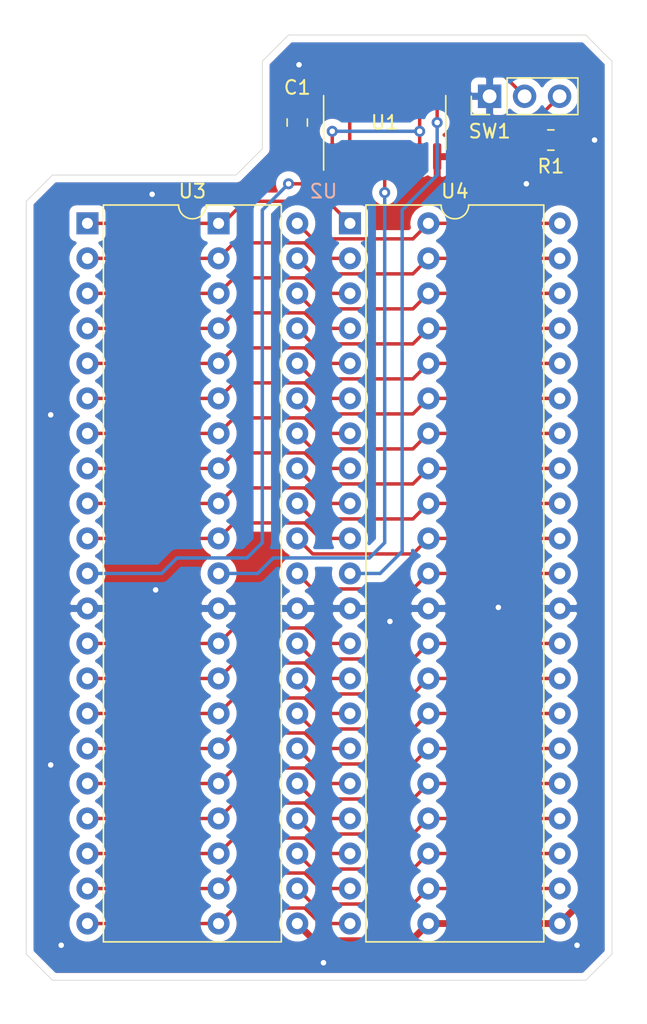
<source format=kicad_pcb>
(kicad_pcb (version 20171130) (host pcbnew "(5.1.10)-1")

  (general
    (thickness 1.6)
    (drawings 12)
    (tracks 242)
    (zones 0)
    (modules 7)
    (nets 48)
  )

  (page A4)
  (layers
    (0 F.Cu signal)
    (31 B.Cu signal)
    (32 B.Adhes user)
    (33 F.Adhes user)
    (34 B.Paste user)
    (35 F.Paste user)
    (36 B.SilkS user)
    (37 F.SilkS user)
    (38 B.Mask user)
    (39 F.Mask user)
    (40 Dwgs.User user)
    (41 Cmts.User user)
    (42 Eco1.User user)
    (43 Eco2.User user)
    (44 Edge.Cuts user)
    (45 Margin user)
    (46 B.CrtYd user)
    (47 F.CrtYd user)
    (48 B.Fab user)
    (49 F.Fab user)
  )

  (setup
    (last_trace_width 0.5)
    (user_trace_width 0.5)
    (trace_clearance 0.2)
    (zone_clearance 0.508)
    (zone_45_only no)
    (trace_min 0.2)
    (via_size 0.8)
    (via_drill 0.4)
    (via_min_size 0.4)
    (via_min_drill 0.3)
    (uvia_size 0.3)
    (uvia_drill 0.1)
    (uvias_allowed no)
    (uvia_min_size 0.2)
    (uvia_min_drill 0.1)
    (edge_width 0.05)
    (segment_width 0.2)
    (pcb_text_width 0.3)
    (pcb_text_size 1.5 1.5)
    (mod_edge_width 0.12)
    (mod_text_size 1 1)
    (mod_text_width 0.15)
    (pad_size 1.524 1.524)
    (pad_drill 0.762)
    (pad_to_mask_clearance 0)
    (aux_axis_origin 0 0)
    (visible_elements 7FFFFFFF)
    (pcbplotparams
      (layerselection 0x010fc_ffffffff)
      (usegerberextensions false)
      (usegerberattributes true)
      (usegerberadvancedattributes true)
      (creategerberjobfile true)
      (excludeedgelayer true)
      (linewidth 0.100000)
      (plotframeref false)
      (viasonmask false)
      (mode 1)
      (useauxorigin false)
      (hpglpennumber 1)
      (hpglpenspeed 20)
      (hpglpendiameter 15.000000)
      (psnegative false)
      (psa4output false)
      (plotreference true)
      (plotvalue true)
      (plotinvisibletext false)
      (padsonsilk false)
      (subtractmaskfromsilk false)
      (outputformat 1)
      (mirror false)
      (drillshape 0)
      (scaleselection 1)
      (outputdirectory "gerb/"))
  )

  (net 0 "")
  (net 1 VCC)
  (net 2 "Net-(R1-Pad1)")
  (net 3 "Net-(SW1-Pad2)")
  (net 4 GND)
  (net 5 "Net-(U1-Pad10)")
  (net 6 /~ROM2_E)
  (net 7 /~ROM1_E)
  (net 8 /~E)
  (net 9 /A19)
  (net 10 /D11)
  (net 11 /A8)
  (net 12 /D3)
  (net 13 /A9)
  (net 14 /D10)
  (net 15 /A10)
  (net 16 /D2)
  (net 17 /A11)
  (net 18 /D9)
  (net 19 /A12)
  (net 20 /D1)
  (net 21 /A13)
  (net 22 /D8)
  (net 23 /A14)
  (net 24 /D0)
  (net 25 /A15)
  (net 26 /OE)
  (net 27 /A16)
  (net 28 /BYTE)
  (net 29 /A0)
  (net 30 /D15)
  (net 31 /A1)
  (net 32 /D7)
  (net 33 /A2)
  (net 34 /D14)
  (net 35 /A3)
  (net 36 /D6)
  (net 37 /A4)
  (net 38 /D13)
  (net 39 /A5)
  (net 40 /D5)
  (net 41 /A6)
  (net 42 /D12)
  (net 43 /A7)
  (net 44 /D4)
  (net 45 /A17)
  (net 46 /A18)
  (net 47 "Net-(U1-Pad1)")

  (net_class Default "This is the default net class."
    (clearance 0.2)
    (trace_width 0.25)
    (via_dia 0.8)
    (via_drill 0.4)
    (uvia_dia 0.3)
    (uvia_drill 0.1)
    (add_net /A0)
    (add_net /A1)
    (add_net /A10)
    (add_net /A11)
    (add_net /A12)
    (add_net /A13)
    (add_net /A14)
    (add_net /A15)
    (add_net /A16)
    (add_net /A17)
    (add_net /A18)
    (add_net /A19)
    (add_net /A2)
    (add_net /A3)
    (add_net /A4)
    (add_net /A5)
    (add_net /A6)
    (add_net /A7)
    (add_net /A8)
    (add_net /A9)
    (add_net /BYTE)
    (add_net /D0)
    (add_net /D1)
    (add_net /D10)
    (add_net /D11)
    (add_net /D12)
    (add_net /D13)
    (add_net /D14)
    (add_net /D15)
    (add_net /D2)
    (add_net /D3)
    (add_net /D4)
    (add_net /D5)
    (add_net /D6)
    (add_net /D7)
    (add_net /D8)
    (add_net /D9)
    (add_net /OE)
    (add_net /~E)
    (add_net /~ROM1_E)
    (add_net /~ROM2_E)
    (add_net GND)
    (add_net "Net-(R1-Pad1)")
    (add_net "Net-(SW1-Pad2)")
    (add_net "Net-(U1-Pad1)")
    (add_net "Net-(U1-Pad10)")
    (add_net VCC)
  )

  (module Package_DIP:DIP-42_W15.24mm (layer F.Cu) (tedit 62336CFC) (tstamp 622FDD1C)
    (at 109.22 40.97)
    (descr "42-lead though-hole mounted DIP package, row spacing 15.24 mm (600 mils)")
    (tags "THT DIP DIL PDIP 2.54mm 15.24mm 600mil")
    (path /6190B64F)
    (fp_text reference U2 (at 7.62 -2.33) (layer B.SilkS)
      (effects (font (size 1 1) (thickness 0.15)) (justify mirror))
    )
    (fp_text value SOCKET (at 7.62 53.13) (layer F.Fab)
      (effects (font (size 1 1) (thickness 0.15)))
    )
    (fp_line (start 1.255 -1.27) (end 14.985 -1.27) (layer F.Fab) (width 0.1))
    (fp_line (start 14.985 -1.27) (end 14.985 52.07) (layer F.Fab) (width 0.1))
    (fp_line (start 14.985 52.07) (end 0.255 52.07) (layer F.Fab) (width 0.1))
    (fp_line (start 0.255 52.07) (end 0.255 -0.27) (layer F.Fab) (width 0.1))
    (fp_line (start 0.255 -0.27) (end 1.255 -1.27) (layer F.Fab) (width 0.1))
    (fp_line (start -1.05 -1.55) (end -1.05 52.35) (layer F.CrtYd) (width 0.05))
    (fp_line (start -1.05 52.35) (end 16.3 52.35) (layer F.CrtYd) (width 0.05))
    (fp_line (start 16.3 52.35) (end 16.3 -1.55) (layer F.CrtYd) (width 0.05))
    (fp_line (start 16.3 -1.55) (end -1.05 -1.55) (layer F.CrtYd) (width 0.05))
    (fp_text user %R (at 7.62 25.4) (layer F.Fab)
      (effects (font (size 1 1) (thickness 0.15)))
    )
    (pad 1 thru_hole rect (at 0 0) (size 1.6 1.6) (drill 0.8) (layers *.Cu *.Mask)
      (net 46 /A18))
    (pad 22 thru_hole oval (at 15.24 50.8) (size 1.6 1.6) (drill 0.8) (layers *.Cu *.Mask)
      (net 1 VCC))
    (pad 2 thru_hole oval (at 0 2.54) (size 1.6 1.6) (drill 0.8) (layers *.Cu *.Mask)
      (net 45 /A17))
    (pad 23 thru_hole oval (at 15.24 48.26) (size 1.6 1.6) (drill 0.8) (layers *.Cu *.Mask)
      (net 44 /D4))
    (pad 3 thru_hole oval (at 0 5.08) (size 1.6 1.6) (drill 0.8) (layers *.Cu *.Mask)
      (net 43 /A7))
    (pad 24 thru_hole oval (at 15.24 45.72) (size 1.6 1.6) (drill 0.8) (layers *.Cu *.Mask)
      (net 42 /D12))
    (pad 4 thru_hole oval (at 0 7.62) (size 1.6 1.6) (drill 0.8) (layers *.Cu *.Mask)
      (net 41 /A6))
    (pad 25 thru_hole oval (at 15.24 43.18) (size 1.6 1.6) (drill 0.8) (layers *.Cu *.Mask)
      (net 40 /D5))
    (pad 5 thru_hole oval (at 0 10.16) (size 1.6 1.6) (drill 0.8) (layers *.Cu *.Mask)
      (net 39 /A5))
    (pad 26 thru_hole oval (at 15.24 40.64) (size 1.6 1.6) (drill 0.8) (layers *.Cu *.Mask)
      (net 38 /D13))
    (pad 6 thru_hole oval (at 0 12.7) (size 1.6 1.6) (drill 0.8) (layers *.Cu *.Mask)
      (net 37 /A4))
    (pad 27 thru_hole oval (at 15.24 38.1) (size 1.6 1.6) (drill 0.8) (layers *.Cu *.Mask)
      (net 36 /D6))
    (pad 7 thru_hole oval (at 0 15.24) (size 1.6 1.6) (drill 0.8) (layers *.Cu *.Mask)
      (net 35 /A3))
    (pad 28 thru_hole oval (at 15.24 35.56) (size 1.6 1.6) (drill 0.8) (layers *.Cu *.Mask)
      (net 34 /D14))
    (pad 8 thru_hole oval (at 0 17.78) (size 1.6 1.6) (drill 0.8) (layers *.Cu *.Mask)
      (net 33 /A2))
    (pad 29 thru_hole oval (at 15.24 33.02) (size 1.6 1.6) (drill 0.8) (layers *.Cu *.Mask)
      (net 32 /D7))
    (pad 9 thru_hole oval (at 0 20.32) (size 1.6 1.6) (drill 0.8) (layers *.Cu *.Mask)
      (net 31 /A1))
    (pad 30 thru_hole oval (at 15.24 30.48) (size 1.6 1.6) (drill 0.8) (layers *.Cu *.Mask)
      (net 30 /D15))
    (pad 10 thru_hole oval (at 0 22.86) (size 1.6 1.6) (drill 0.8) (layers *.Cu *.Mask)
      (net 29 /A0))
    (pad 31 thru_hole oval (at 15.24 27.94) (size 1.6 1.6) (drill 0.8) (layers *.Cu *.Mask)
      (net 4 GND))
    (pad 11 thru_hole oval (at 0 25.4) (size 1.6 1.6) (drill 0.8) (layers *.Cu *.Mask)
      (net 8 /~E))
    (pad 32 thru_hole oval (at 15.24 25.4) (size 1.6 1.6) (drill 0.8) (layers *.Cu *.Mask)
      (net 28 /BYTE))
    (pad 12 thru_hole oval (at 0 27.94) (size 1.6 1.6) (drill 0.8) (layers *.Cu *.Mask)
      (net 4 GND))
    (pad 33 thru_hole oval (at 15.24 22.86) (size 1.6 1.6) (drill 0.8) (layers *.Cu *.Mask)
      (net 27 /A16))
    (pad 13 thru_hole oval (at 0 30.48) (size 1.6 1.6) (drill 0.8) (layers *.Cu *.Mask)
      (net 26 /OE))
    (pad 34 thru_hole oval (at 15.24 20.32) (size 1.6 1.6) (drill 0.8) (layers *.Cu *.Mask)
      (net 25 /A15))
    (pad 14 thru_hole oval (at 0 33.02) (size 1.6 1.6) (drill 0.8) (layers *.Cu *.Mask)
      (net 24 /D0))
    (pad 35 thru_hole oval (at 15.24 17.78) (size 1.6 1.6) (drill 0.8) (layers *.Cu *.Mask)
      (net 23 /A14))
    (pad 15 thru_hole oval (at 0 35.56) (size 1.6 1.6) (drill 0.8) (layers *.Cu *.Mask)
      (net 22 /D8))
    (pad 36 thru_hole oval (at 15.24 15.24) (size 1.6 1.6) (drill 0.8) (layers *.Cu *.Mask)
      (net 21 /A13))
    (pad 16 thru_hole oval (at 0 38.1) (size 1.6 1.6) (drill 0.8) (layers *.Cu *.Mask)
      (net 20 /D1))
    (pad 37 thru_hole oval (at 15.24 12.7) (size 1.6 1.6) (drill 0.8) (layers *.Cu *.Mask)
      (net 19 /A12))
    (pad 17 thru_hole oval (at 0 40.64) (size 1.6 1.6) (drill 0.8) (layers *.Cu *.Mask)
      (net 18 /D9))
    (pad 38 thru_hole oval (at 15.24 10.16) (size 1.6 1.6) (drill 0.8) (layers *.Cu *.Mask)
      (net 17 /A11))
    (pad 18 thru_hole oval (at 0 43.18) (size 1.6 1.6) (drill 0.8) (layers *.Cu *.Mask)
      (net 16 /D2))
    (pad 39 thru_hole oval (at 15.24 7.62) (size 1.6 1.6) (drill 0.8) (layers *.Cu *.Mask)
      (net 15 /A10))
    (pad 19 thru_hole oval (at 0 45.72) (size 1.6 1.6) (drill 0.8) (layers *.Cu *.Mask)
      (net 14 /D10))
    (pad 40 thru_hole oval (at 15.24 5.08) (size 1.6 1.6) (drill 0.8) (layers *.Cu *.Mask)
      (net 13 /A9))
    (pad 20 thru_hole oval (at 0 48.26) (size 1.6 1.6) (drill 0.8) (layers *.Cu *.Mask)
      (net 12 /D3))
    (pad 41 thru_hole oval (at 15.24 2.54) (size 1.6 1.6) (drill 0.8) (layers *.Cu *.Mask)
      (net 11 /A8))
    (pad 21 thru_hole oval (at 0 50.8) (size 1.6 1.6) (drill 0.8) (layers *.Cu *.Mask)
      (net 10 /D11))
    (pad 42 thru_hole oval (at 15.24 0) (size 1.6 1.6) (drill 0.8) (layers *.Cu *.Mask)
      (net 9 /A19))
    (model ${KISYS3DMOD}/Connector_PinHeader_2.54mm.3dshapes/PinHeader_1x21_P2.54mm_Vertical.step
      (offset (xyz 15 0 -1.5))
      (scale (xyz 1 1 1))
      (rotate (xyz 0 180 0))
    )
    (model ${KISYS3DMOD}/Connector_PinHeader_2.54mm.3dshapes/PinHeader_1x21_P2.54mm_Vertical.step
      (offset (xyz 0 0 -1.5))
      (scale (xyz 1 1 1))
      (rotate (xyz 0 180 0))
    )
  )

  (module Capacitor_SMD:C_0805_2012Metric_Pad1.18x1.45mm_HandSolder (layer F.Cu) (tedit 5F68FEEF) (tstamp 62336439)
    (at 114.935 33.655 270)
    (descr "Capacitor SMD 0805 (2012 Metric), square (rectangular) end terminal, IPC_7351 nominal with elongated pad for handsoldering. (Body size source: IPC-SM-782 page 76, https://www.pcb-3d.com/wordpress/wp-content/uploads/ipc-sm-782a_amendment_1_and_2.pdf, https://docs.google.com/spreadsheets/d/1BsfQQcO9C6DZCsRaXUlFlo91Tg2WpOkGARC1WS5S8t0/edit?usp=sharing), generated with kicad-footprint-generator")
    (tags "capacitor handsolder")
    (path /618E9CE2)
    (attr smd)
    (fp_text reference C1 (at -2.54 0 180) (layer F.SilkS)
      (effects (font (size 1 1) (thickness 0.15)))
    )
    (fp_text value 0.1uF (at 0 1.905 90) (layer F.Fab)
      (effects (font (size 1 1) (thickness 0.15)))
    )
    (fp_line (start 1.88 0.98) (end -1.88 0.98) (layer F.CrtYd) (width 0.05))
    (fp_line (start 1.88 -0.98) (end 1.88 0.98) (layer F.CrtYd) (width 0.05))
    (fp_line (start -1.88 -0.98) (end 1.88 -0.98) (layer F.CrtYd) (width 0.05))
    (fp_line (start -1.88 0.98) (end -1.88 -0.98) (layer F.CrtYd) (width 0.05))
    (fp_line (start -0.261252 0.735) (end 0.261252 0.735) (layer F.SilkS) (width 0.12))
    (fp_line (start -0.261252 -0.735) (end 0.261252 -0.735) (layer F.SilkS) (width 0.12))
    (fp_line (start 1 0.625) (end -1 0.625) (layer F.Fab) (width 0.1))
    (fp_line (start 1 -0.625) (end 1 0.625) (layer F.Fab) (width 0.1))
    (fp_line (start -1 -0.625) (end 1 -0.625) (layer F.Fab) (width 0.1))
    (fp_line (start -1 0.625) (end -1 -0.625) (layer F.Fab) (width 0.1))
    (fp_text user %R (at -2.54 0 180) (layer F.Fab)
      (effects (font (size 1 1) (thickness 0.15)))
    )
    (pad 1 smd roundrect (at -1.0375 0 270) (size 1.175 1.45) (layers F.Cu F.Paste F.Mask) (roundrect_rratio 0.212766)
      (net 1 VCC))
    (pad 2 smd roundrect (at 1.0375 0 270) (size 1.175 1.45) (layers F.Cu F.Paste F.Mask) (roundrect_rratio 0.212766)
      (net 4 GND))
    (model ${KISYS3DMOD}/Capacitor_SMD.3dshapes/C_0805_2012Metric.wrl
      (at (xyz 0 0 0))
      (scale (xyz 1 1 1))
      (rotate (xyz 0 0 0))
    )
  )

  (module Resistor_SMD:R_0805_2012Metric_Pad1.20x1.40mm_HandSolder (layer F.Cu) (tedit 5F68FEEE) (tstamp 62336450)
    (at 133.35 34.925)
    (descr "Resistor SMD 0805 (2012 Metric), square (rectangular) end terminal, IPC_7351 nominal with elongated pad for handsoldering. (Body size source: IPC-SM-782 page 72, https://www.pcb-3d.com/wordpress/wp-content/uploads/ipc-sm-782a_amendment_1_and_2.pdf), generated with kicad-footprint-generator")
    (tags "resistor handsolder")
    (path /618D7F01)
    (attr smd)
    (fp_text reference R1 (at 0 1.905) (layer F.SilkS)
      (effects (font (size 1 1) (thickness 0.15)))
    )
    (fp_text value 1.5K (at 0.635 -1.905) (layer F.Fab)
      (effects (font (size 1 1) (thickness 0.15)))
    )
    (fp_text user %R (at 2.54 0 270) (layer F.Fab)
      (effects (font (size 1 1) (thickness 0.15)))
    )
    (fp_line (start -1 0.625) (end -1 -0.625) (layer F.Fab) (width 0.1))
    (fp_line (start -1 -0.625) (end 1 -0.625) (layer F.Fab) (width 0.1))
    (fp_line (start 1 -0.625) (end 1 0.625) (layer F.Fab) (width 0.1))
    (fp_line (start 1 0.625) (end -1 0.625) (layer F.Fab) (width 0.1))
    (fp_line (start -0.227064 -0.735) (end 0.227064 -0.735) (layer F.SilkS) (width 0.12))
    (fp_line (start -0.227064 0.735) (end 0.227064 0.735) (layer F.SilkS) (width 0.12))
    (fp_line (start -1.85 0.95) (end -1.85 -0.95) (layer F.CrtYd) (width 0.05))
    (fp_line (start -1.85 -0.95) (end 1.85 -0.95) (layer F.CrtYd) (width 0.05))
    (fp_line (start 1.85 -0.95) (end 1.85 0.95) (layer F.CrtYd) (width 0.05))
    (fp_line (start 1.85 0.95) (end -1.85 0.95) (layer F.CrtYd) (width 0.05))
    (pad 2 smd roundrect (at 1 0) (size 1.2 1.4) (layers F.Cu F.Paste F.Mask) (roundrect_rratio 0.208333)
      (net 1 VCC))
    (pad 1 smd roundrect (at -1 0) (size 1.2 1.4) (layers F.Cu F.Paste F.Mask) (roundrect_rratio 0.208333)
      (net 2 "Net-(R1-Pad1)"))
    (model ${KISYS3DMOD}/Resistor_SMD.3dshapes/R_0805_2012Metric.wrl
      (at (xyz 0 0 0))
      (scale (xyz 1 1 1))
      (rotate (xyz 0 0 0))
    )
  )

  (module Connector_PinHeader_2.54mm:PinHeader_1x03_P2.54mm_Vertical (layer F.Cu) (tedit 59FED5CC) (tstamp 6233649D)
    (at 128.905 31.75 90)
    (descr "Through hole straight pin header, 1x03, 2.54mm pitch, single row")
    (tags "Through hole pin header THT 1x03 2.54mm single row")
    (path /618D682E)
    (fp_text reference SW1 (at -2.54 0 180) (layer F.SilkS)
      (effects (font (size 1 1) (thickness 0.15)))
    )
    (fp_text value "ROM SEL" (at 2.54 2.54 180) (layer F.Fab)
      (effects (font (size 1 1) (thickness 0.15)))
    )
    (fp_text user %R (at -2.54 0.635) (layer F.Fab)
      (effects (font (size 1 1) (thickness 0.15)))
    )
    (fp_line (start -0.635 -1.27) (end 1.27 -1.27) (layer F.Fab) (width 0.1))
    (fp_line (start 1.27 -1.27) (end 1.27 6.35) (layer F.Fab) (width 0.1))
    (fp_line (start 1.27 6.35) (end -1.27 6.35) (layer F.Fab) (width 0.1))
    (fp_line (start -1.27 6.35) (end -1.27 -0.635) (layer F.Fab) (width 0.1))
    (fp_line (start -1.27 -0.635) (end -0.635 -1.27) (layer F.Fab) (width 0.1))
    (fp_line (start -1.33 6.41) (end 1.33 6.41) (layer F.SilkS) (width 0.12))
    (fp_line (start -1.33 1.27) (end -1.33 6.41) (layer F.SilkS) (width 0.12))
    (fp_line (start 1.33 1.27) (end 1.33 6.41) (layer F.SilkS) (width 0.12))
    (fp_line (start -1.33 1.27) (end 1.33 1.27) (layer F.SilkS) (width 0.12))
    (fp_line (start -1.33 0) (end -1.33 -1.33) (layer F.SilkS) (width 0.12))
    (fp_line (start -1.33 -1.33) (end 0 -1.33) (layer F.SilkS) (width 0.12))
    (fp_line (start -1.8 -1.8) (end -1.8 6.85) (layer F.CrtYd) (width 0.05))
    (fp_line (start -1.8 6.85) (end 1.8 6.85) (layer F.CrtYd) (width 0.05))
    (fp_line (start 1.8 6.85) (end 1.8 -1.8) (layer F.CrtYd) (width 0.05))
    (fp_line (start 1.8 -1.8) (end -1.8 -1.8) (layer F.CrtYd) (width 0.05))
    (pad 3 thru_hole oval (at 0 5.08 90) (size 1.7 1.7) (drill 1) (layers *.Cu *.Mask)
      (net 2 "Net-(R1-Pad1)"))
    (pad 2 thru_hole oval (at 0 2.54 90) (size 1.7 1.7) (drill 1) (layers *.Cu *.Mask)
      (net 3 "Net-(SW1-Pad2)"))
    (pad 1 thru_hole rect (at 0 0 90) (size 1.7 1.7) (drill 1) (layers *.Cu *.Mask)
      (net 4 GND))
    (model ${KISYS3DMOD}/Connector_PinHeader_2.54mm.3dshapes/PinHeader_1x03_P2.54mm_Horizontal.wrl
      (at (xyz 0 0 0))
      (scale (xyz 1 1 1))
      (rotate (xyz 0 0 0))
    )
  )

  (module Package_SO:SOIC-14_3.9x8.7mm_P1.27mm (layer F.Cu) (tedit 5D9F72B1) (tstamp 623364BD)
    (at 121.285 33.655 90)
    (descr "SOIC, 14 Pin (JEDEC MS-012AB, https://www.analog.com/media/en/package-pcb-resources/package/pkg_pdf/soic_narrow-r/r_14.pdf), generated with kicad-footprint-generator ipc_gullwing_generator.py")
    (tags "SOIC SO")
    (path /618D272A)
    (attr smd)
    (fp_text reference U1 (at 0 0 180) (layer F.SilkS)
      (effects (font (size 1 1) (thickness 0.15)))
    )
    (fp_text value 74LS00 (at 0 5.28 90) (layer F.Fab)
      (effects (font (size 1 1) (thickness 0.15)))
    )
    (fp_text user %R (at 0 0 180) (layer F.Fab)
      (effects (font (size 0.98 0.98) (thickness 0.15)))
    )
    (fp_line (start 0 4.435) (end 1.95 4.435) (layer F.SilkS) (width 0.12))
    (fp_line (start 0 4.435) (end -1.95 4.435) (layer F.SilkS) (width 0.12))
    (fp_line (start 0 -4.435) (end 1.95 -4.435) (layer F.SilkS) (width 0.12))
    (fp_line (start 0 -4.435) (end -3.45 -4.435) (layer F.SilkS) (width 0.12))
    (fp_line (start -0.975 -4.325) (end 1.95 -4.325) (layer F.Fab) (width 0.1))
    (fp_line (start 1.95 -4.325) (end 1.95 4.325) (layer F.Fab) (width 0.1))
    (fp_line (start 1.95 4.325) (end -1.95 4.325) (layer F.Fab) (width 0.1))
    (fp_line (start -1.95 4.325) (end -1.95 -3.35) (layer F.Fab) (width 0.1))
    (fp_line (start -1.95 -3.35) (end -0.975 -4.325) (layer F.Fab) (width 0.1))
    (fp_line (start -3.7 -4.58) (end -3.7 4.58) (layer F.CrtYd) (width 0.05))
    (fp_line (start -3.7 4.58) (end 3.7 4.58) (layer F.CrtYd) (width 0.05))
    (fp_line (start 3.7 4.58) (end 3.7 -4.58) (layer F.CrtYd) (width 0.05))
    (fp_line (start 3.7 -4.58) (end -3.7 -4.58) (layer F.CrtYd) (width 0.05))
    (pad 14 smd roundrect (at 2.475 -3.81 90) (size 1.95 0.6) (layers F.Cu F.Paste F.Mask) (roundrect_rratio 0.25)
      (net 1 VCC))
    (pad 13 smd roundrect (at 2.475 -2.54 90) (size 1.95 0.6) (layers F.Cu F.Paste F.Mask) (roundrect_rratio 0.25)
      (net 3 "Net-(SW1-Pad2)"))
    (pad 12 smd roundrect (at 2.475 -1.27 90) (size 1.95 0.6) (layers F.Cu F.Paste F.Mask) (roundrect_rratio 0.25)
      (net 3 "Net-(SW1-Pad2)"))
    (pad 11 smd roundrect (at 2.475 0 90) (size 1.95 0.6) (layers F.Cu F.Paste F.Mask) (roundrect_rratio 0.25)
      (net 5 "Net-(U1-Pad10)"))
    (pad 10 smd roundrect (at 2.475 1.27 90) (size 1.95 0.6) (layers F.Cu F.Paste F.Mask) (roundrect_rratio 0.25)
      (net 5 "Net-(U1-Pad10)"))
    (pad 9 smd roundrect (at 2.475 2.54 90) (size 1.95 0.6) (layers F.Cu F.Paste F.Mask) (roundrect_rratio 0.25)
      (net 47 "Net-(U1-Pad1)"))
    (pad 8 smd roundrect (at 2.475 3.81 90) (size 1.95 0.6) (layers F.Cu F.Paste F.Mask) (roundrect_rratio 0.25)
      (net 6 /~ROM2_E))
    (pad 7 smd roundrect (at -2.475 3.81 90) (size 1.95 0.6) (layers F.Cu F.Paste F.Mask) (roundrect_rratio 0.25)
      (net 4 GND))
    (pad 6 smd roundrect (at -2.475 2.54 90) (size 1.95 0.6) (layers F.Cu F.Paste F.Mask) (roundrect_rratio 0.25)
      (net 47 "Net-(U1-Pad1)"))
    (pad 5 smd roundrect (at -2.475 1.27 90) (size 1.95 0.6) (layers F.Cu F.Paste F.Mask) (roundrect_rratio 0.25)
      (net 8 /~E))
    (pad 4 smd roundrect (at -2.475 0 90) (size 1.95 0.6) (layers F.Cu F.Paste F.Mask) (roundrect_rratio 0.25)
      (net 8 /~E))
    (pad 3 smd roundrect (at -2.475 -1.27 90) (size 1.95 0.6) (layers F.Cu F.Paste F.Mask) (roundrect_rratio 0.25)
      (net 7 /~ROM1_E))
    (pad 2 smd roundrect (at -2.475 -2.54 90) (size 1.95 0.6) (layers F.Cu F.Paste F.Mask) (roundrect_rratio 0.25)
      (net 3 "Net-(SW1-Pad2)"))
    (pad 1 smd roundrect (at -2.475 -3.81 90) (size 1.95 0.6) (layers F.Cu F.Paste F.Mask) (roundrect_rratio 0.25)
      (net 47 "Net-(U1-Pad1)"))
    (model ${KISYS3DMOD}/Package_SO.3dshapes/SOIC-14_3.9x8.7mm_P1.27mm.wrl
      (at (xyz 0 0 0))
      (scale (xyz 1 1 1))
      (rotate (xyz 0 0 0))
    )
  )

  (module Package_DIP:DIP-42_W15.24mm (layer F.Cu) (tedit 5A02E8C5) (tstamp 622FDD98)
    (at 118.76 40.97)
    (descr "42-lead though-hole mounted DIP package, row spacing 15.24 mm (600 mils)")
    (tags "THT DIP DIL PDIP 2.54mm 15.24mm 600mil")
    (path /6194F3B6)
    (fp_text reference U4 (at 7.62 -2.33) (layer F.SilkS)
      (effects (font (size 1 1) (thickness 0.15)))
    )
    (fp_text value "ROM 2" (at 7.62 53.13) (layer F.Fab)
      (effects (font (size 1 1) (thickness 0.15)))
    )
    (fp_line (start 16.3 -1.55) (end -1.05 -1.55) (layer F.CrtYd) (width 0.05))
    (fp_line (start 16.3 52.35) (end 16.3 -1.55) (layer F.CrtYd) (width 0.05))
    (fp_line (start -1.05 52.35) (end 16.3 52.35) (layer F.CrtYd) (width 0.05))
    (fp_line (start -1.05 -1.55) (end -1.05 52.35) (layer F.CrtYd) (width 0.05))
    (fp_line (start 14.08 -1.33) (end 8.62 -1.33) (layer F.SilkS) (width 0.12))
    (fp_line (start 14.08 52.13) (end 14.08 -1.33) (layer F.SilkS) (width 0.12))
    (fp_line (start 1.16 52.13) (end 14.08 52.13) (layer F.SilkS) (width 0.12))
    (fp_line (start 1.16 -1.33) (end 1.16 52.13) (layer F.SilkS) (width 0.12))
    (fp_line (start 6.62 -1.33) (end 1.16 -1.33) (layer F.SilkS) (width 0.12))
    (fp_line (start 0.255 -0.27) (end 1.255 -1.27) (layer F.Fab) (width 0.1))
    (fp_line (start 0.255 52.07) (end 0.255 -0.27) (layer F.Fab) (width 0.1))
    (fp_line (start 14.985 52.07) (end 0.255 52.07) (layer F.Fab) (width 0.1))
    (fp_line (start 14.985 -1.27) (end 14.985 52.07) (layer F.Fab) (width 0.1))
    (fp_line (start 1.255 -1.27) (end 14.985 -1.27) (layer F.Fab) (width 0.1))
    (fp_text user %R (at 7.62 25.4) (layer F.Fab)
      (effects (font (size 1 1) (thickness 0.15)))
    )
    (fp_arc (start 7.62 -1.33) (end 6.62 -1.33) (angle -180) (layer F.SilkS) (width 0.12))
    (pad 42 thru_hole oval (at 15.24 0) (size 1.6 1.6) (drill 0.8) (layers *.Cu *.Mask)
      (net 9 /A19))
    (pad 21 thru_hole oval (at 0 50.8) (size 1.6 1.6) (drill 0.8) (layers *.Cu *.Mask)
      (net 10 /D11))
    (pad 41 thru_hole oval (at 15.24 2.54) (size 1.6 1.6) (drill 0.8) (layers *.Cu *.Mask)
      (net 11 /A8))
    (pad 20 thru_hole oval (at 0 48.26) (size 1.6 1.6) (drill 0.8) (layers *.Cu *.Mask)
      (net 12 /D3))
    (pad 40 thru_hole oval (at 15.24 5.08) (size 1.6 1.6) (drill 0.8) (layers *.Cu *.Mask)
      (net 13 /A9))
    (pad 19 thru_hole oval (at 0 45.72) (size 1.6 1.6) (drill 0.8) (layers *.Cu *.Mask)
      (net 14 /D10))
    (pad 39 thru_hole oval (at 15.24 7.62) (size 1.6 1.6) (drill 0.8) (layers *.Cu *.Mask)
      (net 15 /A10))
    (pad 18 thru_hole oval (at 0 43.18) (size 1.6 1.6) (drill 0.8) (layers *.Cu *.Mask)
      (net 16 /D2))
    (pad 38 thru_hole oval (at 15.24 10.16) (size 1.6 1.6) (drill 0.8) (layers *.Cu *.Mask)
      (net 17 /A11))
    (pad 17 thru_hole oval (at 0 40.64) (size 1.6 1.6) (drill 0.8) (layers *.Cu *.Mask)
      (net 18 /D9))
    (pad 37 thru_hole oval (at 15.24 12.7) (size 1.6 1.6) (drill 0.8) (layers *.Cu *.Mask)
      (net 19 /A12))
    (pad 16 thru_hole oval (at 0 38.1) (size 1.6 1.6) (drill 0.8) (layers *.Cu *.Mask)
      (net 20 /D1))
    (pad 36 thru_hole oval (at 15.24 15.24) (size 1.6 1.6) (drill 0.8) (layers *.Cu *.Mask)
      (net 21 /A13))
    (pad 15 thru_hole oval (at 0 35.56) (size 1.6 1.6) (drill 0.8) (layers *.Cu *.Mask)
      (net 22 /D8))
    (pad 35 thru_hole oval (at 15.24 17.78) (size 1.6 1.6) (drill 0.8) (layers *.Cu *.Mask)
      (net 23 /A14))
    (pad 14 thru_hole oval (at 0 33.02) (size 1.6 1.6) (drill 0.8) (layers *.Cu *.Mask)
      (net 24 /D0))
    (pad 34 thru_hole oval (at 15.24 20.32) (size 1.6 1.6) (drill 0.8) (layers *.Cu *.Mask)
      (net 25 /A15))
    (pad 13 thru_hole oval (at 0 30.48) (size 1.6 1.6) (drill 0.8) (layers *.Cu *.Mask)
      (net 26 /OE))
    (pad 33 thru_hole oval (at 15.24 22.86) (size 1.6 1.6) (drill 0.8) (layers *.Cu *.Mask)
      (net 27 /A16))
    (pad 12 thru_hole oval (at 0 27.94) (size 1.6 1.6) (drill 0.8) (layers *.Cu *.Mask)
      (net 4 GND))
    (pad 32 thru_hole oval (at 15.24 25.4) (size 1.6 1.6) (drill 0.8) (layers *.Cu *.Mask)
      (net 28 /BYTE))
    (pad 11 thru_hole oval (at 0 25.4) (size 1.6 1.6) (drill 0.8) (layers *.Cu *.Mask)
      (net 6 /~ROM2_E))
    (pad 31 thru_hole oval (at 15.24 27.94) (size 1.6 1.6) (drill 0.8) (layers *.Cu *.Mask)
      (net 4 GND))
    (pad 10 thru_hole oval (at 0 22.86) (size 1.6 1.6) (drill 0.8) (layers *.Cu *.Mask)
      (net 29 /A0))
    (pad 30 thru_hole oval (at 15.24 30.48) (size 1.6 1.6) (drill 0.8) (layers *.Cu *.Mask)
      (net 30 /D15))
    (pad 9 thru_hole oval (at 0 20.32) (size 1.6 1.6) (drill 0.8) (layers *.Cu *.Mask)
      (net 31 /A1))
    (pad 29 thru_hole oval (at 15.24 33.02) (size 1.6 1.6) (drill 0.8) (layers *.Cu *.Mask)
      (net 32 /D7))
    (pad 8 thru_hole oval (at 0 17.78) (size 1.6 1.6) (drill 0.8) (layers *.Cu *.Mask)
      (net 33 /A2))
    (pad 28 thru_hole oval (at 15.24 35.56) (size 1.6 1.6) (drill 0.8) (layers *.Cu *.Mask)
      (net 34 /D14))
    (pad 7 thru_hole oval (at 0 15.24) (size 1.6 1.6) (drill 0.8) (layers *.Cu *.Mask)
      (net 35 /A3))
    (pad 27 thru_hole oval (at 15.24 38.1) (size 1.6 1.6) (drill 0.8) (layers *.Cu *.Mask)
      (net 36 /D6))
    (pad 6 thru_hole oval (at 0 12.7) (size 1.6 1.6) (drill 0.8) (layers *.Cu *.Mask)
      (net 37 /A4))
    (pad 26 thru_hole oval (at 15.24 40.64) (size 1.6 1.6) (drill 0.8) (layers *.Cu *.Mask)
      (net 38 /D13))
    (pad 5 thru_hole oval (at 0 10.16) (size 1.6 1.6) (drill 0.8) (layers *.Cu *.Mask)
      (net 39 /A5))
    (pad 25 thru_hole oval (at 15.24 43.18) (size 1.6 1.6) (drill 0.8) (layers *.Cu *.Mask)
      (net 40 /D5))
    (pad 4 thru_hole oval (at 0 7.62) (size 1.6 1.6) (drill 0.8) (layers *.Cu *.Mask)
      (net 41 /A6))
    (pad 24 thru_hole oval (at 15.24 45.72) (size 1.6 1.6) (drill 0.8) (layers *.Cu *.Mask)
      (net 42 /D12))
    (pad 3 thru_hole oval (at 0 5.08) (size 1.6 1.6) (drill 0.8) (layers *.Cu *.Mask)
      (net 43 /A7))
    (pad 23 thru_hole oval (at 15.24 48.26) (size 1.6 1.6) (drill 0.8) (layers *.Cu *.Mask)
      (net 44 /D4))
    (pad 2 thru_hole oval (at 0 2.54) (size 1.6 1.6) (drill 0.8) (layers *.Cu *.Mask)
      (net 45 /A17))
    (pad 22 thru_hole oval (at 15.24 50.8) (size 1.6 1.6) (drill 0.8) (layers *.Cu *.Mask)
      (net 1 VCC))
    (pad 1 thru_hole rect (at 0 0) (size 1.6 1.6) (drill 0.8) (layers *.Cu *.Mask)
      (net 46 /A18))
    (model ${KISYS3DMOD}/Package_DIP.3dshapes/DIP-42_W15.24mm.wrl
      (at (xyz 0 0 0))
      (scale (xyz 1 1 1))
      (rotate (xyz 0 0 0))
    )
  )

  (module Package_DIP:DIP-42_W15.24mm (layer F.Cu) (tedit 5A02E8C5) (tstamp 622FDD5A)
    (at 99.695 40.97)
    (descr "42-lead though-hole mounted DIP package, row spacing 15.24 mm (600 mils)")
    (tags "THT DIP DIL PDIP 2.54mm 15.24mm 600mil")
    (path /61949304)
    (fp_text reference U3 (at 7.62 -2.33) (layer F.SilkS)
      (effects (font (size 1 1) (thickness 0.15)))
    )
    (fp_text value "ROM 1" (at 7.62 53.13) (layer F.Fab)
      (effects (font (size 1 1) (thickness 0.15)))
    )
    (fp_line (start 16.3 -1.55) (end -1.05 -1.55) (layer F.CrtYd) (width 0.05))
    (fp_line (start 16.3 52.35) (end 16.3 -1.55) (layer F.CrtYd) (width 0.05))
    (fp_line (start -1.05 52.35) (end 16.3 52.35) (layer F.CrtYd) (width 0.05))
    (fp_line (start -1.05 -1.55) (end -1.05 52.35) (layer F.CrtYd) (width 0.05))
    (fp_line (start 14.08 -1.33) (end 8.62 -1.33) (layer F.SilkS) (width 0.12))
    (fp_line (start 14.08 52.13) (end 14.08 -1.33) (layer F.SilkS) (width 0.12))
    (fp_line (start 1.16 52.13) (end 14.08 52.13) (layer F.SilkS) (width 0.12))
    (fp_line (start 1.16 -1.33) (end 1.16 52.13) (layer F.SilkS) (width 0.12))
    (fp_line (start 6.62 -1.33) (end 1.16 -1.33) (layer F.SilkS) (width 0.12))
    (fp_line (start 0.255 -0.27) (end 1.255 -1.27) (layer F.Fab) (width 0.1))
    (fp_line (start 0.255 52.07) (end 0.255 -0.27) (layer F.Fab) (width 0.1))
    (fp_line (start 14.985 52.07) (end 0.255 52.07) (layer F.Fab) (width 0.1))
    (fp_line (start 14.985 -1.27) (end 14.985 52.07) (layer F.Fab) (width 0.1))
    (fp_line (start 1.255 -1.27) (end 14.985 -1.27) (layer F.Fab) (width 0.1))
    (fp_text user %R (at 7.62 25.4) (layer F.Fab)
      (effects (font (size 1 1) (thickness 0.15)))
    )
    (fp_arc (start 7.62 -1.33) (end 6.62 -1.33) (angle -180) (layer F.SilkS) (width 0.12))
    (pad 42 thru_hole oval (at 15.24 0) (size 1.6 1.6) (drill 0.8) (layers *.Cu *.Mask)
      (net 9 /A19))
    (pad 21 thru_hole oval (at 0 50.8) (size 1.6 1.6) (drill 0.8) (layers *.Cu *.Mask)
      (net 10 /D11))
    (pad 41 thru_hole oval (at 15.24 2.54) (size 1.6 1.6) (drill 0.8) (layers *.Cu *.Mask)
      (net 11 /A8))
    (pad 20 thru_hole oval (at 0 48.26) (size 1.6 1.6) (drill 0.8) (layers *.Cu *.Mask)
      (net 12 /D3))
    (pad 40 thru_hole oval (at 15.24 5.08) (size 1.6 1.6) (drill 0.8) (layers *.Cu *.Mask)
      (net 13 /A9))
    (pad 19 thru_hole oval (at 0 45.72) (size 1.6 1.6) (drill 0.8) (layers *.Cu *.Mask)
      (net 14 /D10))
    (pad 39 thru_hole oval (at 15.24 7.62) (size 1.6 1.6) (drill 0.8) (layers *.Cu *.Mask)
      (net 15 /A10))
    (pad 18 thru_hole oval (at 0 43.18) (size 1.6 1.6) (drill 0.8) (layers *.Cu *.Mask)
      (net 16 /D2))
    (pad 38 thru_hole oval (at 15.24 10.16) (size 1.6 1.6) (drill 0.8) (layers *.Cu *.Mask)
      (net 17 /A11))
    (pad 17 thru_hole oval (at 0 40.64) (size 1.6 1.6) (drill 0.8) (layers *.Cu *.Mask)
      (net 18 /D9))
    (pad 37 thru_hole oval (at 15.24 12.7) (size 1.6 1.6) (drill 0.8) (layers *.Cu *.Mask)
      (net 19 /A12))
    (pad 16 thru_hole oval (at 0 38.1) (size 1.6 1.6) (drill 0.8) (layers *.Cu *.Mask)
      (net 20 /D1))
    (pad 36 thru_hole oval (at 15.24 15.24) (size 1.6 1.6) (drill 0.8) (layers *.Cu *.Mask)
      (net 21 /A13))
    (pad 15 thru_hole oval (at 0 35.56) (size 1.6 1.6) (drill 0.8) (layers *.Cu *.Mask)
      (net 22 /D8))
    (pad 35 thru_hole oval (at 15.24 17.78) (size 1.6 1.6) (drill 0.8) (layers *.Cu *.Mask)
      (net 23 /A14))
    (pad 14 thru_hole oval (at 0 33.02) (size 1.6 1.6) (drill 0.8) (layers *.Cu *.Mask)
      (net 24 /D0))
    (pad 34 thru_hole oval (at 15.24 20.32) (size 1.6 1.6) (drill 0.8) (layers *.Cu *.Mask)
      (net 25 /A15))
    (pad 13 thru_hole oval (at 0 30.48) (size 1.6 1.6) (drill 0.8) (layers *.Cu *.Mask)
      (net 26 /OE))
    (pad 33 thru_hole oval (at 15.24 22.86) (size 1.6 1.6) (drill 0.8) (layers *.Cu *.Mask)
      (net 27 /A16))
    (pad 12 thru_hole oval (at 0 27.94) (size 1.6 1.6) (drill 0.8) (layers *.Cu *.Mask)
      (net 4 GND))
    (pad 32 thru_hole oval (at 15.24 25.4) (size 1.6 1.6) (drill 0.8) (layers *.Cu *.Mask)
      (net 28 /BYTE))
    (pad 11 thru_hole oval (at 0 25.4) (size 1.6 1.6) (drill 0.8) (layers *.Cu *.Mask)
      (net 7 /~ROM1_E))
    (pad 31 thru_hole oval (at 15.24 27.94) (size 1.6 1.6) (drill 0.8) (layers *.Cu *.Mask)
      (net 4 GND))
    (pad 10 thru_hole oval (at 0 22.86) (size 1.6 1.6) (drill 0.8) (layers *.Cu *.Mask)
      (net 29 /A0))
    (pad 30 thru_hole oval (at 15.24 30.48) (size 1.6 1.6) (drill 0.8) (layers *.Cu *.Mask)
      (net 30 /D15))
    (pad 9 thru_hole oval (at 0 20.32) (size 1.6 1.6) (drill 0.8) (layers *.Cu *.Mask)
      (net 31 /A1))
    (pad 29 thru_hole oval (at 15.24 33.02) (size 1.6 1.6) (drill 0.8) (layers *.Cu *.Mask)
      (net 32 /D7))
    (pad 8 thru_hole oval (at 0 17.78) (size 1.6 1.6) (drill 0.8) (layers *.Cu *.Mask)
      (net 33 /A2))
    (pad 28 thru_hole oval (at 15.24 35.56) (size 1.6 1.6) (drill 0.8) (layers *.Cu *.Mask)
      (net 34 /D14))
    (pad 7 thru_hole oval (at 0 15.24) (size 1.6 1.6) (drill 0.8) (layers *.Cu *.Mask)
      (net 35 /A3))
    (pad 27 thru_hole oval (at 15.24 38.1) (size 1.6 1.6) (drill 0.8) (layers *.Cu *.Mask)
      (net 36 /D6))
    (pad 6 thru_hole oval (at 0 12.7) (size 1.6 1.6) (drill 0.8) (layers *.Cu *.Mask)
      (net 37 /A4))
    (pad 26 thru_hole oval (at 15.24 40.64) (size 1.6 1.6) (drill 0.8) (layers *.Cu *.Mask)
      (net 38 /D13))
    (pad 5 thru_hole oval (at 0 10.16) (size 1.6 1.6) (drill 0.8) (layers *.Cu *.Mask)
      (net 39 /A5))
    (pad 25 thru_hole oval (at 15.24 43.18) (size 1.6 1.6) (drill 0.8) (layers *.Cu *.Mask)
      (net 40 /D5))
    (pad 4 thru_hole oval (at 0 7.62) (size 1.6 1.6) (drill 0.8) (layers *.Cu *.Mask)
      (net 41 /A6))
    (pad 24 thru_hole oval (at 15.24 45.72) (size 1.6 1.6) (drill 0.8) (layers *.Cu *.Mask)
      (net 42 /D12))
    (pad 3 thru_hole oval (at 0 5.08) (size 1.6 1.6) (drill 0.8) (layers *.Cu *.Mask)
      (net 43 /A7))
    (pad 23 thru_hole oval (at 15.24 48.26) (size 1.6 1.6) (drill 0.8) (layers *.Cu *.Mask)
      (net 44 /D4))
    (pad 2 thru_hole oval (at 0 2.54) (size 1.6 1.6) (drill 0.8) (layers *.Cu *.Mask)
      (net 45 /A17))
    (pad 22 thru_hole oval (at 15.24 50.8) (size 1.6 1.6) (drill 0.8) (layers *.Cu *.Mask)
      (net 1 VCC))
    (pad 1 thru_hole rect (at 0 0) (size 1.6 1.6) (drill 0.8) (layers *.Cu *.Mask)
      (net 46 /A18))
    (model ${KISYS3DMOD}/Package_DIP.3dshapes/DIP-42_W15.24mm.wrl
      (at (xyz 0 0 0))
      (scale (xyz 1 1 1))
      (rotate (xyz 0 0 0))
    )
  )

  (gr_line (start 95.25 39.37) (end 97.155 37.465) (layer Edge.Cuts) (width 0.05))
  (gr_line (start 135.89 95.885) (end 137.795 93.98) (layer Edge.Cuts) (width 0.05) (tstamp 6233DEF8))
  (gr_line (start 95.25 93.98) (end 97.155 95.885) (layer Edge.Cuts) (width 0.05) (tstamp 6233DEF7))
  (gr_line (start 137.795 29.21) (end 137.795 93.98) (layer Edge.Cuts) (width 0.05) (tstamp 6233DEE2))
  (gr_line (start 135.89 27.305) (end 137.795 29.21) (layer Edge.Cuts) (width 0.05))
  (gr_line (start 114.3 27.305) (end 135.89 27.305) (layer Edge.Cuts) (width 0.05))
  (gr_line (start 112.395 29.21) (end 114.3 27.305) (layer Edge.Cuts) (width 0.05))
  (gr_line (start 112.395 35.56) (end 112.395 29.21) (layer Edge.Cuts) (width 0.05))
  (gr_line (start 110.49 37.465) (end 112.395 35.56) (layer Edge.Cuts) (width 0.05))
  (gr_line (start 97.155 37.465) (end 110.49 37.465) (layer Edge.Cuts) (width 0.05))
  (gr_line (start 95.25 93.98) (end 95.25 39.37) (layer Edge.Cuts) (width 0.05))
  (gr_line (start 135.89 95.885) (end 97.155 95.885) (layer Edge.Cuts) (width 0.05))

  (segment (start 116.185001 93.020001) (end 114.935 91.77) (width 0.5) (layer F.Cu) (net 1))
  (segment (start 123.209999 93.020001) (end 116.185001 93.020001) (width 0.5) (layer F.Cu) (net 1))
  (segment (start 124.46 91.77) (end 123.209999 93.020001) (width 0.5) (layer F.Cu) (net 1))
  (segment (start 135.89 36.465) (end 134.35 34.925) (width 0.5) (layer F.Cu) (net 1))
  (segment (start 135.89 89.88) (end 135.89 36.465) (width 0.5) (layer F.Cu) (net 1))
  (segment (start 134 91.77) (end 135.89 89.88) (width 0.5) (layer F.Cu) (net 1))
  (segment (start 116.0375 32.6175) (end 117.475 31.18) (width 0.5) (layer F.Cu) (net 1))
  (segment (start 114.935 32.6175) (end 116.0375 32.6175) (width 0.5) (layer F.Cu) (net 1))
  (segment (start 135.89 31.115) (end 135.89 33.385) (width 0.5) (layer F.Cu) (net 1))
  (segment (start 133.985 29.21) (end 135.89 31.115) (width 0.5) (layer F.Cu) (net 1))
  (segment (start 118.745 29.21) (end 133.985 29.21) (width 0.5) (layer F.Cu) (net 1))
  (segment (start 135.89 33.385) (end 134.35 34.925) (width 0.5) (layer F.Cu) (net 1))
  (segment (start 117.475 30.48) (end 118.745 29.21) (width 0.5) (layer F.Cu) (net 1))
  (segment (start 117.475 31.18) (end 117.475 30.48) (width 0.5) (layer F.Cu) (net 1))
  (segment (start 134 91.77) (end 124.46 91.77) (width 0.5) (layer F.Cu) (net 1))
  (segment (start 132.35 33.385) (end 133.985 31.75) (width 0.25) (layer F.Cu) (net 2))
  (segment (start 132.35 34.925) (end 132.35 33.385) (width 0.25) (layer F.Cu) (net 2))
  (segment (start 118.745 31.18) (end 120.015 31.18) (width 0.25) (layer F.Cu) (net 3))
  (segment (start 118.745 36.13) (end 118.745 31.18) (width 0.25) (layer F.Cu) (net 3))
  (segment (start 129.54 29.845) (end 131.445 31.75) (width 0.25) (layer F.Cu) (net 3))
  (segment (start 120.65 29.845) (end 129.54 29.845) (width 0.25) (layer F.Cu) (net 3))
  (segment (start 120.015 30.48) (end 120.65 29.845) (width 0.25) (layer F.Cu) (net 3))
  (segment (start 120.015 31.18) (end 120.015 30.48) (width 0.25) (layer F.Cu) (net 3))
  (via (at 129.54 68.834) (size 0.8) (drill 0.4) (layers F.Cu B.Cu) (net 4))
  (via (at 121.666 69.85) (size 0.8) (drill 0.4) (layers F.Cu B.Cu) (net 4))
  (via (at 104.648 67.564) (size 0.8) (drill 0.4) (layers F.Cu B.Cu) (net 4))
  (via (at 97.028 80.264) (size 0.8) (drill 0.4) (layers F.Cu B.Cu) (net 4))
  (via (at 97.028 54.864) (size 0.8) (drill 0.4) (layers F.Cu B.Cu) (net 4))
  (via (at 104.394 38.862) (size 0.8) (drill 0.4) (layers F.Cu B.Cu) (net 4))
  (via (at 131.572 38.1) (size 0.8) (drill 0.4) (layers F.Cu B.Cu) (net 4))
  (via (at 115.062 29.464) (size 0.8) (drill 0.4) (layers F.Cu B.Cu) (net 4))
  (via (at 136.525 34.925) (size 0.8) (drill 0.4) (layers F.Cu B.Cu) (net 4))
  (via (at 97.79 93.345) (size 0.8) (drill 0.4) (layers F.Cu B.Cu) (net 4))
  (via (at 135.255 93.345) (size 0.8) (drill 0.4) (layers F.Cu B.Cu) (net 4))
  (via (at 116.84 94.615) (size 0.8) (drill 0.4) (layers F.Cu B.Cu) (net 4))
  (segment (start 121.285 31.18) (end 122.555 31.18) (width 0.25) (layer F.Cu) (net 5))
  (segment (start 118.76 66.37) (end 120.955 66.37) (width 0.25) (layer B.Cu) (net 6))
  (segment (start 120.955 66.37) (end 122.555 64.77) (width 0.25) (layer B.Cu) (net 6))
  (segment (start 122.555 64.77) (end 122.555 40.005) (width 0.25) (layer B.Cu) (net 6))
  (segment (start 122.555 40.005) (end 125.095 37.465) (width 0.25) (layer B.Cu) (net 6))
  (segment (start 125.095 37.465) (end 125.095 33.655) (width 0.25) (layer B.Cu) (net 6))
  (segment (start 125.095 33.655) (end 125.095 33.655) (width 0.25) (layer B.Cu) (net 6) (tstamp 62338309))
  (via (at 125.095 33.655) (size 0.8) (drill 0.4) (layers F.Cu B.Cu) (net 6))
  (segment (start 125.095 33.655) (end 125.095 31.18) (width 0.25) (layer F.Cu) (net 6))
  (segment (start 99.695 66.37) (end 105.08 66.37) (width 0.25) (layer B.Cu) (net 7))
  (segment (start 106.205001 65.244999) (end 111.285001 65.244999) (width 0.25) (layer B.Cu) (net 7))
  (segment (start 105.08 66.37) (end 106.205001 65.244999) (width 0.25) (layer B.Cu) (net 7))
  (segment (start 111.285001 65.244999) (end 112.395 64.135) (width 0.25) (layer B.Cu) (net 7))
  (segment (start 112.395 64.135) (end 112.395 40.005) (width 0.25) (layer B.Cu) (net 7))
  (segment (start 112.395 40.005) (end 114.3 38.1) (width 0.25) (layer B.Cu) (net 7))
  (segment (start 114.3 38.1) (end 114.3 38.1) (width 0.25) (layer B.Cu) (net 7) (tstamp 62338379))
  (via (at 114.3 38.1) (size 0.8) (drill 0.4) (layers F.Cu B.Cu) (net 7))
  (segment (start 120.015 36.13) (end 120.015 37.465) (width 0.25) (layer F.Cu) (net 7))
  (segment (start 119.38 38.1) (end 114.3 38.1) (width 0.25) (layer F.Cu) (net 7))
  (segment (start 120.015 37.465) (end 119.38 38.1) (width 0.25) (layer F.Cu) (net 7))
  (segment (start 121.285 36.13) (end 122.555 36.13) (width 0.25) (layer F.Cu) (net 8))
  (segment (start 109.22 66.37) (end 112.065 66.37) (width 0.25) (layer B.Cu) (net 8))
  (segment (start 113.190001 65.244999) (end 120.175001 65.244999) (width 0.25) (layer B.Cu) (net 8))
  (segment (start 112.065 66.37) (end 113.190001 65.244999) (width 0.25) (layer B.Cu) (net 8))
  (segment (start 120.175001 65.244999) (end 121.285 64.135) (width 0.25) (layer B.Cu) (net 8))
  (segment (start 121.285 64.135) (end 121.285 38.735) (width 0.25) (layer B.Cu) (net 8))
  (segment (start 121.285 38.735) (end 121.285 38.735) (width 0.25) (layer B.Cu) (net 8) (tstamp 62338341))
  (via (at 121.285 38.735) (size 0.8) (drill 0.4) (layers F.Cu B.Cu) (net 8))
  (segment (start 121.285 38.735) (end 121.285 36.13) (width 0.25) (layer F.Cu) (net 8))
  (segment (start 134 40.97) (end 124.46 40.97) (width 0.25) (layer F.Cu) (net 9))
  (segment (start 116.060001 42.095001) (end 114.935 40.97) (width 0.25) (layer F.Cu) (net 9))
  (segment (start 123.334999 42.095001) (end 116.060001 42.095001) (width 0.25) (layer F.Cu) (net 9))
  (segment (start 124.46 40.97) (end 123.334999 42.095001) (width 0.25) (layer F.Cu) (net 9))
  (segment (start 110.345001 90.644999) (end 109.22 91.77) (width 0.25) (layer F.Cu) (net 10))
  (segment (start 115.475001 90.644999) (end 110.345001 90.644999) (width 0.25) (layer F.Cu) (net 10))
  (segment (start 116.600002 91.77) (end 115.475001 90.644999) (width 0.25) (layer F.Cu) (net 10))
  (segment (start 118.76 91.77) (end 116.600002 91.77) (width 0.25) (layer F.Cu) (net 10))
  (segment (start 109.22 91.77) (end 99.695 91.77) (width 0.25) (layer F.Cu) (net 10))
  (segment (start 134 43.51) (end 124.46 43.51) (width 0.25) (layer F.Cu) (net 11))
  (segment (start 116.060001 44.635001) (end 114.935 43.51) (width 0.25) (layer F.Cu) (net 11))
  (segment (start 123.334999 44.635001) (end 116.060001 44.635001) (width 0.25) (layer F.Cu) (net 11))
  (segment (start 124.46 43.51) (end 123.334999 44.635001) (width 0.25) (layer F.Cu) (net 11))
  (segment (start 110.345001 88.104999) (end 109.22 89.23) (width 0.25) (layer F.Cu) (net 12))
  (segment (start 115.475001 88.104999) (end 110.345001 88.104999) (width 0.25) (layer F.Cu) (net 12))
  (segment (start 116.600002 89.23) (end 115.475001 88.104999) (width 0.25) (layer F.Cu) (net 12))
  (segment (start 118.76 89.23) (end 116.600002 89.23) (width 0.25) (layer F.Cu) (net 12))
  (segment (start 109.22 89.23) (end 99.695 89.23) (width 0.25) (layer F.Cu) (net 12))
  (segment (start 134 46.05) (end 124.46 46.05) (width 0.25) (layer F.Cu) (net 13))
  (segment (start 116.060001 47.175001) (end 114.935 46.05) (width 0.25) (layer F.Cu) (net 13))
  (segment (start 123.334999 47.175001) (end 116.060001 47.175001) (width 0.25) (layer F.Cu) (net 13))
  (segment (start 124.46 46.05) (end 123.334999 47.175001) (width 0.25) (layer F.Cu) (net 13))
  (segment (start 110.345001 85.564999) (end 109.22 86.69) (width 0.25) (layer F.Cu) (net 14))
  (segment (start 115.475001 85.564999) (end 110.345001 85.564999) (width 0.25) (layer F.Cu) (net 14))
  (segment (start 116.600002 86.69) (end 115.475001 85.564999) (width 0.25) (layer F.Cu) (net 14))
  (segment (start 118.76 86.69) (end 116.600002 86.69) (width 0.25) (layer F.Cu) (net 14))
  (segment (start 109.22 86.69) (end 99.695 86.69) (width 0.25) (layer F.Cu) (net 14))
  (segment (start 134 48.59) (end 124.46 48.59) (width 0.25) (layer F.Cu) (net 15))
  (segment (start 116.060001 49.715001) (end 114.935 48.59) (width 0.25) (layer F.Cu) (net 15))
  (segment (start 123.334999 49.715001) (end 116.060001 49.715001) (width 0.25) (layer F.Cu) (net 15))
  (segment (start 124.46 48.59) (end 123.334999 49.715001) (width 0.25) (layer F.Cu) (net 15))
  (segment (start 110.345001 83.024999) (end 109.22 84.15) (width 0.25) (layer F.Cu) (net 16))
  (segment (start 115.475001 83.024999) (end 110.345001 83.024999) (width 0.25) (layer F.Cu) (net 16))
  (segment (start 116.600002 84.15) (end 115.475001 83.024999) (width 0.25) (layer F.Cu) (net 16))
  (segment (start 118.76 84.15) (end 116.600002 84.15) (width 0.25) (layer F.Cu) (net 16))
  (segment (start 109.22 84.15) (end 99.695 84.15) (width 0.25) (layer F.Cu) (net 16))
  (segment (start 134 51.13) (end 124.46 51.13) (width 0.25) (layer F.Cu) (net 17))
  (segment (start 116.060001 52.255001) (end 114.935 51.13) (width 0.25) (layer F.Cu) (net 17))
  (segment (start 123.334999 52.255001) (end 116.060001 52.255001) (width 0.25) (layer F.Cu) (net 17))
  (segment (start 124.46 51.13) (end 123.334999 52.255001) (width 0.25) (layer F.Cu) (net 17))
  (segment (start 110.345001 80.484999) (end 109.22 81.61) (width 0.25) (layer F.Cu) (net 18))
  (segment (start 115.475001 80.484999) (end 110.345001 80.484999) (width 0.25) (layer F.Cu) (net 18))
  (segment (start 116.600002 81.61) (end 115.475001 80.484999) (width 0.25) (layer F.Cu) (net 18))
  (segment (start 118.76 81.61) (end 116.600002 81.61) (width 0.25) (layer F.Cu) (net 18))
  (segment (start 109.22 81.61) (end 99.695 81.61) (width 0.25) (layer F.Cu) (net 18))
  (segment (start 134 53.67) (end 124.46 53.67) (width 0.25) (layer F.Cu) (net 19))
  (segment (start 116.060001 54.795001) (end 114.935 53.67) (width 0.25) (layer F.Cu) (net 19))
  (segment (start 123.334999 54.795001) (end 116.060001 54.795001) (width 0.25) (layer F.Cu) (net 19))
  (segment (start 124.46 53.67) (end 123.334999 54.795001) (width 0.25) (layer F.Cu) (net 19))
  (segment (start 110.345001 77.944999) (end 109.22 79.07) (width 0.25) (layer F.Cu) (net 20))
  (segment (start 115.475001 77.944999) (end 110.345001 77.944999) (width 0.25) (layer F.Cu) (net 20))
  (segment (start 116.600002 79.07) (end 115.475001 77.944999) (width 0.25) (layer F.Cu) (net 20))
  (segment (start 118.76 79.07) (end 116.600002 79.07) (width 0.25) (layer F.Cu) (net 20))
  (segment (start 109.22 79.07) (end 99.695 79.07) (width 0.25) (layer F.Cu) (net 20))
  (segment (start 134 56.21) (end 124.46 56.21) (width 0.25) (layer F.Cu) (net 21))
  (segment (start 116.060001 57.335001) (end 114.935 56.21) (width 0.25) (layer F.Cu) (net 21))
  (segment (start 123.334999 57.335001) (end 116.060001 57.335001) (width 0.25) (layer F.Cu) (net 21))
  (segment (start 124.46 56.21) (end 123.334999 57.335001) (width 0.25) (layer F.Cu) (net 21))
  (segment (start 115.475001 75.404999) (end 110.345001 75.404999) (width 0.25) (layer F.Cu) (net 22))
  (segment (start 116.600002 76.53) (end 115.475001 75.404999) (width 0.25) (layer F.Cu) (net 22))
  (segment (start 110.345001 75.404999) (end 109.22 76.53) (width 0.25) (layer F.Cu) (net 22))
  (segment (start 118.76 76.53) (end 116.600002 76.53) (width 0.25) (layer F.Cu) (net 22))
  (segment (start 109.22 76.53) (end 99.695 76.53) (width 0.25) (layer F.Cu) (net 22))
  (segment (start 134 58.75) (end 124.46 58.75) (width 0.25) (layer F.Cu) (net 23))
  (segment (start 116.060001 59.875001) (end 114.935 58.75) (width 0.25) (layer F.Cu) (net 23))
  (segment (start 123.334999 59.875001) (end 116.060001 59.875001) (width 0.25) (layer F.Cu) (net 23))
  (segment (start 124.46 58.75) (end 123.334999 59.875001) (width 0.25) (layer F.Cu) (net 23))
  (segment (start 110.345001 72.864999) (end 109.22 73.99) (width 0.25) (layer F.Cu) (net 24))
  (segment (start 115.475001 72.864999) (end 110.345001 72.864999) (width 0.25) (layer F.Cu) (net 24))
  (segment (start 116.600002 73.99) (end 115.475001 72.864999) (width 0.25) (layer F.Cu) (net 24))
  (segment (start 118.76 73.99) (end 116.600002 73.99) (width 0.25) (layer F.Cu) (net 24))
  (segment (start 109.22 73.99) (end 99.695 73.99) (width 0.25) (layer F.Cu) (net 24))
  (segment (start 134 61.29) (end 124.46 61.29) (width 0.25) (layer F.Cu) (net 25))
  (segment (start 116.060001 62.415001) (end 114.935 61.29) (width 0.25) (layer F.Cu) (net 25))
  (segment (start 123.334999 62.415001) (end 116.060001 62.415001) (width 0.25) (layer F.Cu) (net 25))
  (segment (start 124.46 61.29) (end 123.334999 62.415001) (width 0.25) (layer F.Cu) (net 25))
  (segment (start 99.695 71.45) (end 109.22 71.45) (width 0.25) (layer F.Cu) (net 26))
  (segment (start 110.345001 70.324999) (end 109.22 71.45) (width 0.25) (layer F.Cu) (net 26))
  (segment (start 115.475001 70.324999) (end 110.345001 70.324999) (width 0.25) (layer F.Cu) (net 26))
  (segment (start 116.600002 71.45) (end 115.475001 70.324999) (width 0.25) (layer F.Cu) (net 26))
  (segment (start 118.76 71.45) (end 116.600002 71.45) (width 0.25) (layer F.Cu) (net 26))
  (segment (start 134 63.83) (end 124.46 63.83) (width 0.25) (layer F.Cu) (net 27))
  (segment (start 116.060001 64.955001) (end 114.935 63.83) (width 0.25) (layer F.Cu) (net 27))
  (segment (start 123.334999 64.955001) (end 116.060001 64.955001) (width 0.25) (layer F.Cu) (net 27))
  (segment (start 124.46 63.83) (end 123.334999 64.955001) (width 0.25) (layer F.Cu) (net 27))
  (segment (start 134 66.37) (end 124.46 66.37) (width 0.25) (layer F.Cu) (net 28))
  (segment (start 116.060001 67.495001) (end 114.935 66.37) (width 0.25) (layer F.Cu) (net 28))
  (segment (start 123.334999 67.495001) (end 116.060001 67.495001) (width 0.25) (layer F.Cu) (net 28))
  (segment (start 124.46 66.37) (end 123.334999 67.495001) (width 0.25) (layer F.Cu) (net 28))
  (segment (start 110.345001 62.704999) (end 109.22 63.83) (width 0.25) (layer F.Cu) (net 29))
  (segment (start 115.475001 62.704999) (end 110.345001 62.704999) (width 0.25) (layer F.Cu) (net 29))
  (segment (start 116.600002 63.83) (end 115.475001 62.704999) (width 0.25) (layer F.Cu) (net 29))
  (segment (start 118.76 63.83) (end 116.600002 63.83) (width 0.25) (layer F.Cu) (net 29))
  (segment (start 109.22 63.83) (end 99.695 63.83) (width 0.25) (layer F.Cu) (net 29))
  (segment (start 134 71.45) (end 124.46 71.45) (width 0.25) (layer F.Cu) (net 30))
  (segment (start 116.060001 72.575001) (end 114.935 71.45) (width 0.25) (layer F.Cu) (net 30))
  (segment (start 123.334999 72.575001) (end 116.060001 72.575001) (width 0.25) (layer F.Cu) (net 30))
  (segment (start 124.46 71.45) (end 123.334999 72.575001) (width 0.25) (layer F.Cu) (net 30))
  (segment (start 110.345001 60.164999) (end 109.22 61.29) (width 0.25) (layer F.Cu) (net 31))
  (segment (start 115.475001 60.164999) (end 110.345001 60.164999) (width 0.25) (layer F.Cu) (net 31))
  (segment (start 116.600002 61.29) (end 115.475001 60.164999) (width 0.25) (layer F.Cu) (net 31))
  (segment (start 118.76 61.29) (end 116.600002 61.29) (width 0.25) (layer F.Cu) (net 31))
  (segment (start 109.22 61.29) (end 99.695 61.29) (width 0.25) (layer F.Cu) (net 31))
  (segment (start 134 73.99) (end 124.46 73.99) (width 0.25) (layer F.Cu) (net 32))
  (segment (start 116.060001 75.115001) (end 114.935 73.99) (width 0.25) (layer F.Cu) (net 32))
  (segment (start 123.334999 75.115001) (end 116.060001 75.115001) (width 0.25) (layer F.Cu) (net 32))
  (segment (start 124.46 73.99) (end 123.334999 75.115001) (width 0.25) (layer F.Cu) (net 32))
  (segment (start 110.345001 57.624999) (end 109.22 58.75) (width 0.25) (layer F.Cu) (net 33))
  (segment (start 115.475001 57.624999) (end 110.345001 57.624999) (width 0.25) (layer F.Cu) (net 33))
  (segment (start 116.600002 58.75) (end 115.475001 57.624999) (width 0.25) (layer F.Cu) (net 33))
  (segment (start 118.76 58.75) (end 116.600002 58.75) (width 0.25) (layer F.Cu) (net 33))
  (segment (start 109.22 58.75) (end 99.695 58.75) (width 0.25) (layer F.Cu) (net 33))
  (segment (start 134 76.53) (end 124.46 76.53) (width 0.25) (layer F.Cu) (net 34))
  (segment (start 116.060001 77.655001) (end 114.935 76.53) (width 0.25) (layer F.Cu) (net 34))
  (segment (start 123.334999 77.655001) (end 116.060001 77.655001) (width 0.25) (layer F.Cu) (net 34))
  (segment (start 124.46 76.53) (end 123.334999 77.655001) (width 0.25) (layer F.Cu) (net 34))
  (segment (start 110.345001 55.084999) (end 109.22 56.21) (width 0.25) (layer F.Cu) (net 35))
  (segment (start 115.475001 55.084999) (end 110.345001 55.084999) (width 0.25) (layer F.Cu) (net 35))
  (segment (start 116.600002 56.21) (end 115.475001 55.084999) (width 0.25) (layer F.Cu) (net 35))
  (segment (start 118.76 56.21) (end 116.600002 56.21) (width 0.25) (layer F.Cu) (net 35))
  (segment (start 109.22 56.21) (end 99.695 56.21) (width 0.25) (layer F.Cu) (net 35))
  (segment (start 134 79.07) (end 124.46 79.07) (width 0.25) (layer F.Cu) (net 36))
  (segment (start 116.060001 80.195001) (end 114.935 79.07) (width 0.25) (layer F.Cu) (net 36))
  (segment (start 123.334999 80.195001) (end 116.060001 80.195001) (width 0.25) (layer F.Cu) (net 36))
  (segment (start 124.46 79.07) (end 123.334999 80.195001) (width 0.25) (layer F.Cu) (net 36))
  (segment (start 110.345001 52.544999) (end 109.22 53.67) (width 0.25) (layer F.Cu) (net 37))
  (segment (start 115.475001 52.544999) (end 110.345001 52.544999) (width 0.25) (layer F.Cu) (net 37))
  (segment (start 116.600002 53.67) (end 115.475001 52.544999) (width 0.25) (layer F.Cu) (net 37))
  (segment (start 118.76 53.67) (end 116.600002 53.67) (width 0.25) (layer F.Cu) (net 37))
  (segment (start 109.22 53.67) (end 99.695 53.67) (width 0.25) (layer F.Cu) (net 37))
  (segment (start 134 81.61) (end 124.46 81.61) (width 0.25) (layer F.Cu) (net 38))
  (segment (start 116.060001 82.735001) (end 114.935 81.61) (width 0.25) (layer F.Cu) (net 38))
  (segment (start 123.334999 82.735001) (end 116.060001 82.735001) (width 0.25) (layer F.Cu) (net 38))
  (segment (start 124.46 81.61) (end 123.334999 82.735001) (width 0.25) (layer F.Cu) (net 38))
  (segment (start 110.345001 50.004999) (end 109.22 51.13) (width 0.25) (layer F.Cu) (net 39))
  (segment (start 115.475001 50.004999) (end 110.345001 50.004999) (width 0.25) (layer F.Cu) (net 39))
  (segment (start 116.600002 51.13) (end 115.475001 50.004999) (width 0.25) (layer F.Cu) (net 39))
  (segment (start 118.76 51.13) (end 116.600002 51.13) (width 0.25) (layer F.Cu) (net 39))
  (segment (start 109.22 51.13) (end 99.695 51.13) (width 0.25) (layer F.Cu) (net 39))
  (segment (start 134 84.15) (end 124.46 84.15) (width 0.25) (layer F.Cu) (net 40))
  (segment (start 116.060001 85.275001) (end 114.935 84.15) (width 0.25) (layer F.Cu) (net 40))
  (segment (start 123.334999 85.275001) (end 116.060001 85.275001) (width 0.25) (layer F.Cu) (net 40))
  (segment (start 124.46 84.15) (end 123.334999 85.275001) (width 0.25) (layer F.Cu) (net 40))
  (segment (start 99.695 48.59) (end 109.22 48.59) (width 0.25) (layer F.Cu) (net 41))
  (segment (start 110.345001 47.464999) (end 109.22 48.59) (width 0.25) (layer F.Cu) (net 41))
  (segment (start 115.475001 47.464999) (end 110.345001 47.464999) (width 0.25) (layer F.Cu) (net 41))
  (segment (start 116.600002 48.59) (end 115.475001 47.464999) (width 0.25) (layer F.Cu) (net 41))
  (segment (start 118.76 48.59) (end 116.600002 48.59) (width 0.25) (layer F.Cu) (net 41))
  (segment (start 134 86.69) (end 124.46 86.69) (width 0.25) (layer F.Cu) (net 42))
  (segment (start 116.060001 87.815001) (end 114.935 86.69) (width 0.25) (layer F.Cu) (net 42))
  (segment (start 123.334999 87.815001) (end 116.060001 87.815001) (width 0.25) (layer F.Cu) (net 42))
  (segment (start 124.46 86.69) (end 123.334999 87.815001) (width 0.25) (layer F.Cu) (net 42))
  (segment (start 110.345001 44.924999) (end 109.22 46.05) (width 0.25) (layer F.Cu) (net 43))
  (segment (start 115.475001 44.924999) (end 110.345001 44.924999) (width 0.25) (layer F.Cu) (net 43))
  (segment (start 116.600002 46.05) (end 115.475001 44.924999) (width 0.25) (layer F.Cu) (net 43))
  (segment (start 118.76 46.05) (end 116.600002 46.05) (width 0.25) (layer F.Cu) (net 43))
  (segment (start 109.22 46.05) (end 99.695 46.05) (width 0.25) (layer F.Cu) (net 43))
  (segment (start 134 89.23) (end 124.46 89.23) (width 0.25) (layer F.Cu) (net 44))
  (segment (start 116.060001 90.355001) (end 114.935 89.23) (width 0.25) (layer F.Cu) (net 44))
  (segment (start 123.334999 90.355001) (end 116.060001 90.355001) (width 0.25) (layer F.Cu) (net 44))
  (segment (start 124.46 89.23) (end 123.334999 90.355001) (width 0.25) (layer F.Cu) (net 44))
  (segment (start 99.695 43.51) (end 109.22 43.51) (width 0.25) (layer F.Cu) (net 45))
  (segment (start 110.345001 42.384999) (end 109.22 43.51) (width 0.25) (layer F.Cu) (net 45))
  (segment (start 115.475001 42.384999) (end 110.345001 42.384999) (width 0.25) (layer F.Cu) (net 45))
  (segment (start 116.600002 43.51) (end 115.475001 42.384999) (width 0.25) (layer F.Cu) (net 45))
  (segment (start 118.76 43.51) (end 116.600002 43.51) (width 0.25) (layer F.Cu) (net 45))
  (segment (start 99.695 40.97) (end 109.22 40.97) (width 0.25) (layer F.Cu) (net 46))
  (segment (start 109.22 40.97) (end 109.525 40.97) (width 0.25) (layer F.Cu) (net 46))
  (segment (start 109.525 40.97) (end 111.125 39.37) (width 0.25) (layer F.Cu) (net 46))
  (segment (start 117.16 39.37) (end 118.76 40.97) (width 0.25) (layer F.Cu) (net 46))
  (segment (start 111.125 39.37) (end 117.16 39.37) (width 0.25) (layer F.Cu) (net 46))
  (segment (start 123.825 36.13) (end 123.825 34.29) (width 0.25) (layer F.Cu) (net 47))
  (segment (start 123.825 34.29) (end 123.825 31.18) (width 0.25) (layer F.Cu) (net 47) (tstamp 623382AB))
  (via (at 123.825 34.29) (size 0.8) (drill 0.4) (layers F.Cu B.Cu) (net 47))
  (segment (start 123.825 34.29) (end 117.475 34.29) (width 0.25) (layer B.Cu) (net 47))
  (segment (start 117.475 34.29) (end 117.475 34.29) (width 0.25) (layer B.Cu) (net 47) (tstamp 623382BF))
  (via (at 117.475 34.29) (size 0.8) (drill 0.4) (layers F.Cu B.Cu) (net 47))
  (segment (start 117.475 34.29) (end 117.475 36.13) (width 0.25) (layer F.Cu) (net 47))

  (zone (net 4) (net_name GND) (layer F.Cu) (tstamp 0) (hatch edge 0.508)
    (connect_pads (clearance 0.508))
    (min_thickness 0.254)
    (fill yes (arc_segments 32) (thermal_gap 0.508) (thermal_bridge_width 0.508))
    (polygon
      (pts
        (xy 139.065 99.06) (xy 93.345 99.06) (xy 93.345 26.035) (xy 139.065 26.035)
      )
    )
    (filled_polygon
      (pts
        (xy 137.135 29.483381) (xy 137.135001 93.706618) (xy 135.61662 95.225) (xy 97.428381 95.225) (xy 95.91 93.70662)
        (xy 95.91 40.17) (xy 98.256928 40.17) (xy 98.256928 41.77) (xy 98.269188 41.894482) (xy 98.305498 42.01418)
        (xy 98.364463 42.124494) (xy 98.443815 42.221185) (xy 98.540506 42.300537) (xy 98.65082 42.359502) (xy 98.770518 42.395812)
        (xy 98.778961 42.396643) (xy 98.580363 42.595241) (xy 98.42332 42.830273) (xy 98.315147 43.091426) (xy 98.26 43.368665)
        (xy 98.26 43.651335) (xy 98.315147 43.928574) (xy 98.42332 44.189727) (xy 98.580363 44.424759) (xy 98.780241 44.624637)
        (xy 99.012759 44.78) (xy 98.780241 44.935363) (xy 98.580363 45.135241) (xy 98.42332 45.370273) (xy 98.315147 45.631426)
        (xy 98.26 45.908665) (xy 98.26 46.191335) (xy 98.315147 46.468574) (xy 98.42332 46.729727) (xy 98.580363 46.964759)
        (xy 98.780241 47.164637) (xy 99.012759 47.32) (xy 98.780241 47.475363) (xy 98.580363 47.675241) (xy 98.42332 47.910273)
        (xy 98.315147 48.171426) (xy 98.26 48.448665) (xy 98.26 48.731335) (xy 98.315147 49.008574) (xy 98.42332 49.269727)
        (xy 98.580363 49.504759) (xy 98.780241 49.704637) (xy 99.012759 49.86) (xy 98.780241 50.015363) (xy 98.580363 50.215241)
        (xy 98.42332 50.450273) (xy 98.315147 50.711426) (xy 98.26 50.988665) (xy 98.26 51.271335) (xy 98.315147 51.548574)
        (xy 98.42332 51.809727) (xy 98.580363 52.044759) (xy 98.780241 52.244637) (xy 99.012759 52.4) (xy 98.780241 52.555363)
        (xy 98.580363 52.755241) (xy 98.42332 52.990273) (xy 98.315147 53.251426) (xy 98.26 53.528665) (xy 98.26 53.811335)
        (xy 98.315147 54.088574) (xy 98.42332 54.349727) (xy 98.580363 54.584759) (xy 98.780241 54.784637) (xy 99.012759 54.94)
        (xy 98.780241 55.095363) (xy 98.580363 55.295241) (xy 98.42332 55.530273) (xy 98.315147 55.791426) (xy 98.26 56.068665)
        (xy 98.26 56.351335) (xy 98.315147 56.628574) (xy 98.42332 56.889727) (xy 98.580363 57.124759) (xy 98.780241 57.324637)
        (xy 99.012759 57.48) (xy 98.780241 57.635363) (xy 98.580363 57.835241) (xy 98.42332 58.070273) (xy 98.315147 58.331426)
        (xy 98.26 58.608665) (xy 98.26 58.891335) (xy 98.315147 59.168574) (xy 98.42332 59.429727) (xy 98.580363 59.664759)
        (xy 98.780241 59.864637) (xy 99.012759 60.02) (xy 98.780241 60.175363) (xy 98.580363 60.375241) (xy 98.42332 60.610273)
        (xy 98.315147 60.871426) (xy 98.26 61.148665) (xy 98.26 61.431335) (xy 98.315147 61.708574) (xy 98.42332 61.969727)
        (xy 98.580363 62.204759) (xy 98.780241 62.404637) (xy 99.012759 62.56) (xy 98.780241 62.715363) (xy 98.580363 62.915241)
        (xy 98.42332 63.150273) (xy 98.315147 63.411426) (xy 98.26 63.688665) (xy 98.26 63.971335) (xy 98.315147 64.248574)
        (xy 98.42332 64.509727) (xy 98.580363 64.744759) (xy 98.780241 64.944637) (xy 99.012759 65.1) (xy 98.780241 65.255363)
        (xy 98.580363 65.455241) (xy 98.42332 65.690273) (xy 98.315147 65.951426) (xy 98.26 66.228665) (xy 98.26 66.511335)
        (xy 98.315147 66.788574) (xy 98.42332 67.049727) (xy 98.580363 67.284759) (xy 98.780241 67.484637) (xy 99.015273 67.64168)
        (xy 99.025865 67.646067) (xy 98.839869 67.757615) (xy 98.631481 67.946586) (xy 98.463963 68.17258) (xy 98.343754 68.426913)
        (xy 98.303096 68.560961) (xy 98.425085 68.783) (xy 99.568 68.783) (xy 99.568 68.763) (xy 99.822 68.763)
        (xy 99.822 68.783) (xy 100.964915 68.783) (xy 101.086904 68.560961) (xy 101.046246 68.426913) (xy 100.926037 68.17258)
        (xy 100.758519 67.946586) (xy 100.550131 67.757615) (xy 100.364135 67.646067) (xy 100.374727 67.64168) (xy 100.609759 67.484637)
        (xy 100.809637 67.284759) (xy 100.96668 67.049727) (xy 101.074853 66.788574) (xy 101.13 66.511335) (xy 101.13 66.228665)
        (xy 101.074853 65.951426) (xy 100.96668 65.690273) (xy 100.809637 65.455241) (xy 100.609759 65.255363) (xy 100.377241 65.1)
        (xy 100.609759 64.944637) (xy 100.809637 64.744759) (xy 100.913043 64.59) (xy 108.001957 64.59) (xy 108.105363 64.744759)
        (xy 108.305241 64.944637) (xy 108.537759 65.1) (xy 108.305241 65.255363) (xy 108.105363 65.455241) (xy 107.94832 65.690273)
        (xy 107.840147 65.951426) (xy 107.785 66.228665) (xy 107.785 66.511335) (xy 107.840147 66.788574) (xy 107.94832 67.049727)
        (xy 108.105363 67.284759) (xy 108.305241 67.484637) (xy 108.540273 67.64168) (xy 108.550865 67.646067) (xy 108.364869 67.757615)
        (xy 108.156481 67.946586) (xy 107.988963 68.17258) (xy 107.868754 68.426913) (xy 107.828096 68.560961) (xy 107.950085 68.783)
        (xy 109.093 68.783) (xy 109.093 68.763) (xy 109.347 68.763) (xy 109.347 68.783) (xy 110.489915 68.783)
        (xy 110.611904 68.560961) (xy 110.571246 68.426913) (xy 110.451037 68.17258) (xy 110.283519 67.946586) (xy 110.075131 67.757615)
        (xy 109.889135 67.646067) (xy 109.899727 67.64168) (xy 110.134759 67.484637) (xy 110.334637 67.284759) (xy 110.49168 67.049727)
        (xy 110.599853 66.788574) (xy 110.655 66.511335) (xy 110.655 66.228665) (xy 110.599853 65.951426) (xy 110.49168 65.690273)
        (xy 110.334637 65.455241) (xy 110.134759 65.255363) (xy 109.902241 65.1) (xy 110.134759 64.944637) (xy 110.334637 64.744759)
        (xy 110.49168 64.509727) (xy 110.599853 64.248574) (xy 110.655 63.971335) (xy 110.655 63.688665) (xy 110.618688 63.506114)
        (xy 110.659803 63.464999) (xy 113.544491 63.464999) (xy 113.5 63.688665) (xy 113.5 63.971335) (xy 113.555147 64.248574)
        (xy 113.66332 64.509727) (xy 113.820363 64.744759) (xy 114.020241 64.944637) (xy 114.252759 65.1) (xy 114.020241 65.255363)
        (xy 113.820363 65.455241) (xy 113.66332 65.690273) (xy 113.555147 65.951426) (xy 113.5 66.228665) (xy 113.5 66.511335)
        (xy 113.555147 66.788574) (xy 113.66332 67.049727) (xy 113.820363 67.284759) (xy 114.020241 67.484637) (xy 114.255273 67.64168)
        (xy 114.265865 67.646067) (xy 114.079869 67.757615) (xy 113.871481 67.946586) (xy 113.703963 68.17258) (xy 113.583754 68.426913)
        (xy 113.543096 68.560961) (xy 113.665085 68.783) (xy 114.808 68.783) (xy 114.808 68.763) (xy 115.062 68.763)
        (xy 115.062 68.783) (xy 116.204915 68.783) (xy 116.326904 68.560961) (xy 116.286246 68.426913) (xy 116.204993 68.255001)
        (xy 117.490007 68.255001) (xy 117.408754 68.426913) (xy 117.368096 68.560961) (xy 117.490085 68.783) (xy 118.633 68.783)
        (xy 118.633 68.763) (xy 118.887 68.763) (xy 118.887 68.783) (xy 120.029915 68.783) (xy 120.151904 68.560961)
        (xy 120.111246 68.426913) (xy 120.029993 68.255001) (xy 123.190007 68.255001) (xy 123.108754 68.426913) (xy 123.068096 68.560961)
        (xy 123.190085 68.783) (xy 124.333 68.783) (xy 124.333 68.763) (xy 124.587 68.763) (xy 124.587 68.783)
        (xy 125.729915 68.783) (xy 125.851904 68.560961) (xy 125.811246 68.426913) (xy 125.691037 68.17258) (xy 125.523519 67.946586)
        (xy 125.315131 67.757615) (xy 125.129135 67.646067) (xy 125.139727 67.64168) (xy 125.374759 67.484637) (xy 125.574637 67.284759)
        (xy 125.678043 67.13) (xy 132.781957 67.13) (xy 132.885363 67.284759) (xy 133.085241 67.484637) (xy 133.320273 67.64168)
        (xy 133.330865 67.646067) (xy 133.144869 67.757615) (xy 132.936481 67.946586) (xy 132.768963 68.17258) (xy 132.648754 68.426913)
        (xy 132.608096 68.560961) (xy 132.730085 68.783) (xy 133.873 68.783) (xy 133.873 68.763) (xy 134.127 68.763)
        (xy 134.127 68.783) (xy 134.147 68.783) (xy 134.147 69.037) (xy 134.127 69.037) (xy 134.127 69.057)
        (xy 133.873 69.057) (xy 133.873 69.037) (xy 132.730085 69.037) (xy 132.608096 69.259039) (xy 132.648754 69.393087)
        (xy 132.768963 69.64742) (xy 132.936481 69.873414) (xy 133.144869 70.062385) (xy 133.330865 70.173933) (xy 133.320273 70.17832)
        (xy 133.085241 70.335363) (xy 132.885363 70.535241) (xy 132.781957 70.69) (xy 125.678043 70.69) (xy 125.574637 70.535241)
        (xy 125.374759 70.335363) (xy 125.139727 70.17832) (xy 125.129135 70.173933) (xy 125.315131 70.062385) (xy 125.523519 69.873414)
        (xy 125.691037 69.64742) (xy 125.811246 69.393087) (xy 125.851904 69.259039) (xy 125.729915 69.037) (xy 124.587 69.037)
        (xy 124.587 69.057) (xy 124.333 69.057) (xy 124.333 69.037) (xy 123.190085 69.037) (xy 123.068096 69.259039)
        (xy 123.108754 69.393087) (xy 123.228963 69.64742) (xy 123.396481 69.873414) (xy 123.604869 70.062385) (xy 123.790865 70.173933)
        (xy 123.780273 70.17832) (xy 123.545241 70.335363) (xy 123.345363 70.535241) (xy 123.18832 70.770273) (xy 123.080147 71.031426)
        (xy 123.025 71.308665) (xy 123.025 71.591335) (xy 123.061312 71.773887) (xy 123.020198 71.815001) (xy 120.150509 71.815001)
        (xy 120.195 71.591335) (xy 120.195 71.308665) (xy 120.139853 71.031426) (xy 120.03168 70.770273) (xy 119.874637 70.535241)
        (xy 119.674759 70.335363) (xy 119.439727 70.17832) (xy 119.429135 70.173933) (xy 119.615131 70.062385) (xy 119.823519 69.873414)
        (xy 119.991037 69.64742) (xy 120.111246 69.393087) (xy 120.151904 69.259039) (xy 120.029915 69.037) (xy 118.887 69.037)
        (xy 118.887 69.057) (xy 118.633 69.057) (xy 118.633 69.037) (xy 117.490085 69.037) (xy 117.368096 69.259039)
        (xy 117.408754 69.393087) (xy 117.528963 69.64742) (xy 117.696481 69.873414) (xy 117.904869 70.062385) (xy 118.090865 70.173933)
        (xy 118.080273 70.17832) (xy 117.845241 70.335363) (xy 117.645363 70.535241) (xy 117.541957 70.69) (xy 116.914804 70.69)
        (xy 116.04096 69.816157) (xy 116.166037 69.64742) (xy 116.286246 69.393087) (xy 116.326904 69.259039) (xy 116.204915 69.037)
        (xy 115.062 69.037) (xy 115.062 69.057) (xy 114.808 69.057) (xy 114.808 69.037) (xy 113.665085 69.037)
        (xy 113.543096 69.259039) (xy 113.583754 69.393087) (xy 113.665007 69.564999) (xy 110.489993 69.564999) (xy 110.571246 69.393087)
        (xy 110.611904 69.259039) (xy 110.489915 69.037) (xy 109.347 69.037) (xy 109.347 69.057) (xy 109.093 69.057)
        (xy 109.093 69.037) (xy 107.950085 69.037) (xy 107.828096 69.259039) (xy 107.868754 69.393087) (xy 107.988963 69.64742)
        (xy 108.156481 69.873414) (xy 108.364869 70.062385) (xy 108.550865 70.173933) (xy 108.540273 70.17832) (xy 108.305241 70.335363)
        (xy 108.105363 70.535241) (xy 108.001957 70.69) (xy 100.913043 70.69) (xy 100.809637 70.535241) (xy 100.609759 70.335363)
        (xy 100.374727 70.17832) (xy 100.364135 70.173933) (xy 100.550131 70.062385) (xy 100.758519 69.873414) (xy 100.926037 69.64742)
        (xy 101.046246 69.393087) (xy 101.086904 69.259039) (xy 100.964915 69.037) (xy 99.822 69.037) (xy 99.822 69.057)
        (xy 99.568 69.057) (xy 99.568 69.037) (xy 98.425085 69.037) (xy 98.303096 69.259039) (xy 98.343754 69.393087)
        (xy 98.463963 69.64742) (xy 98.631481 69.873414) (xy 98.839869 70.062385) (xy 99.025865 70.173933) (xy 99.015273 70.17832)
        (xy 98.780241 70.335363) (xy 98.580363 70.535241) (xy 98.42332 70.770273) (xy 98.315147 71.031426) (xy 98.26 71.308665)
        (xy 98.26 71.591335) (xy 98.315147 71.868574) (xy 98.42332 72.129727) (xy 98.580363 72.364759) (xy 98.780241 72.564637)
        (xy 99.012759 72.72) (xy 98.780241 72.875363) (xy 98.580363 73.075241) (xy 98.42332 73.310273) (xy 98.315147 73.571426)
        (xy 98.26 73.848665) (xy 98.26 74.131335) (xy 98.315147 74.408574) (xy 98.42332 74.669727) (xy 98.580363 74.904759)
        (xy 98.780241 75.104637) (xy 99.012759 75.26) (xy 98.780241 75.415363) (xy 98.580363 75.615241) (xy 98.42332 75.850273)
        (xy 98.315147 76.111426) (xy 98.26 76.388665) (xy 98.26 76.671335) (xy 98.315147 76.948574) (xy 98.42332 77.209727)
        (xy 98.580363 77.444759) (xy 98.780241 77.644637) (xy 99.012759 77.8) (xy 98.780241 77.955363) (xy 98.580363 78.155241)
        (xy 98.42332 78.390273) (xy 98.315147 78.651426) (xy 98.26 78.928665) (xy 98.26 79.211335) (xy 98.315147 79.488574)
        (xy 98.42332 79.749727) (xy 98.580363 79.984759) (xy 98.780241 80.184637) (xy 99.012759 80.34) (xy 98.780241 80.495363)
        (xy 98.580363 80.695241) (xy 98.42332 80.930273) (xy 98.315147 81.191426) (xy 98.26 81.468665) (xy 98.26 81.751335)
        (xy 98.315147 82.028574) (xy 98.42332 82.289727) (xy 98.580363 82.524759) (xy 98.780241 82.724637) (xy 99.012759 82.88)
        (xy 98.780241 83.035363) (xy 98.580363 83.235241) (xy 98.42332 83.470273) (xy 98.315147 83.731426) (xy 98.26 84.008665)
        (xy 98.26 84.291335) (xy 98.315147 84.568574) (xy 98.42332 84.829727) (xy 98.580363 85.064759) (xy 98.780241 85.264637)
        (xy 99.012759 85.42) (xy 98.780241 85.575363) (xy 98.580363 85.775241) (xy 98.42332 86.010273) (xy 98.315147 86.271426)
        (xy 98.26 86.548665) (xy 98.26 86.831335) (xy 98.315147 87.108574) (xy 98.42332 87.369727) (xy 98.580363 87.604759)
        (xy 98.780241 87.804637) (xy 99.012759 87.96) (xy 98.780241 88.115363) (xy 98.580363 88.315241) (xy 98.42332 88.550273)
        (xy 98.315147 88.811426) (xy 98.26 89.088665) (xy 98.26 89.371335) (xy 98.315147 89.648574) (xy 98.42332 89.909727)
        (xy 98.580363 90.144759) (xy 98.780241 90.344637) (xy 99.012759 90.5) (xy 98.780241 90.655363) (xy 98.580363 90.855241)
        (xy 98.42332 91.090273) (xy 98.315147 91.351426) (xy 98.26 91.628665) (xy 98.26 91.911335) (xy 98.315147 92.188574)
        (xy 98.42332 92.449727) (xy 98.580363 92.684759) (xy 98.780241 92.884637) (xy 99.015273 93.04168) (xy 99.276426 93.149853)
        (xy 99.553665 93.205) (xy 99.836335 93.205) (xy 100.113574 93.149853) (xy 100.374727 93.04168) (xy 100.609759 92.884637)
        (xy 100.809637 92.684759) (xy 100.913043 92.53) (xy 108.001957 92.53) (xy 108.105363 92.684759) (xy 108.305241 92.884637)
        (xy 108.540273 93.04168) (xy 108.801426 93.149853) (xy 109.078665 93.205) (xy 109.361335 93.205) (xy 109.638574 93.149853)
        (xy 109.899727 93.04168) (xy 110.134759 92.884637) (xy 110.334637 92.684759) (xy 110.49168 92.449727) (xy 110.599853 92.188574)
        (xy 110.655 91.911335) (xy 110.655 91.628665) (xy 110.618688 91.446114) (xy 110.659803 91.404999) (xy 113.544491 91.404999)
        (xy 113.5 91.628665) (xy 113.5 91.911335) (xy 113.555147 92.188574) (xy 113.66332 92.449727) (xy 113.820363 92.684759)
        (xy 114.020241 92.884637) (xy 114.255273 93.04168) (xy 114.516426 93.149853) (xy 114.793665 93.205) (xy 115.076335 93.205)
        (xy 115.111439 93.198017) (xy 115.528471 93.61505) (xy 115.556184 93.648818) (xy 115.589952 93.676531) (xy 115.589954 93.676533)
        (xy 115.650483 93.726208) (xy 115.690942 93.759412) (xy 115.844688 93.84159) (xy 116.011511 93.892196) (xy 116.141524 93.905001)
        (xy 116.141534 93.905001) (xy 116.185 93.909282) (xy 116.228466 93.905001) (xy 123.16653 93.905001) (xy 123.209999 93.909282)
        (xy 123.253468 93.905001) (xy 123.253476 93.905001) (xy 123.383489 93.892196) (xy 123.550312 93.84159) (xy 123.704058 93.759412)
        (xy 123.838816 93.648818) (xy 123.866533 93.615045) (xy 124.283561 93.198017) (xy 124.318665 93.205) (xy 124.601335 93.205)
        (xy 124.878574 93.149853) (xy 125.139727 93.04168) (xy 125.374759 92.884637) (xy 125.574637 92.684759) (xy 125.594521 92.655)
        (xy 132.865479 92.655) (xy 132.885363 92.684759) (xy 133.085241 92.884637) (xy 133.320273 93.04168) (xy 133.581426 93.149853)
        (xy 133.858665 93.205) (xy 134.141335 93.205) (xy 134.418574 93.149853) (xy 134.679727 93.04168) (xy 134.914759 92.884637)
        (xy 135.114637 92.684759) (xy 135.27168 92.449727) (xy 135.379853 92.188574) (xy 135.435 91.911335) (xy 135.435 91.628665)
        (xy 135.428017 91.593561) (xy 136.48505 90.536529) (xy 136.518817 90.508817) (xy 136.629411 90.374059) (xy 136.71137 90.220723)
        (xy 136.711589 90.220314) (xy 136.762195 90.05349) (xy 136.769531 89.979002) (xy 136.775 89.923477) (xy 136.775 89.923469)
        (xy 136.779281 89.88) (xy 136.775 89.836531) (xy 136.775 36.508469) (xy 136.779281 36.465) (xy 136.775 36.421531)
        (xy 136.775 36.421523) (xy 136.762195 36.29151) (xy 136.711589 36.124687) (xy 136.629411 35.970941) (xy 136.594539 35.92845)
        (xy 136.546532 35.869953) (xy 136.54653 35.869951) (xy 136.518817 35.836183) (xy 136.485049 35.80847) (xy 135.601578 34.925)
        (xy 136.485049 34.04153) (xy 136.518817 34.013817) (xy 136.572177 33.948799) (xy 136.629411 33.879059) (xy 136.671805 33.799744)
        (xy 136.711589 33.725313) (xy 136.762195 33.55849) (xy 136.775 33.428477) (xy 136.775 33.428469) (xy 136.779281 33.385)
        (xy 136.775 33.341531) (xy 136.775 31.158469) (xy 136.779281 31.115) (xy 136.775 31.071531) (xy 136.775 31.071523)
        (xy 136.762195 30.94151) (xy 136.711589 30.774687) (xy 136.629411 30.620941) (xy 136.546532 30.519953) (xy 136.54653 30.519951)
        (xy 136.518817 30.486183) (xy 136.48505 30.458471) (xy 134.641534 28.614956) (xy 134.613817 28.581183) (xy 134.479059 28.470589)
        (xy 134.325313 28.388411) (xy 134.15849 28.337805) (xy 134.028477 28.325) (xy 134.028469 28.325) (xy 133.985 28.320719)
        (xy 133.941531 28.325) (xy 118.788465 28.325) (xy 118.744999 28.320719) (xy 118.701533 28.325) (xy 118.701523 28.325)
        (xy 118.57151 28.337805) (xy 118.404687 28.388411) (xy 118.250941 28.470589) (xy 118.250939 28.47059) (xy 118.25094 28.47059)
        (xy 118.149953 28.553468) (xy 118.149951 28.55347) (xy 118.116183 28.581183) (xy 118.08847 28.614951) (xy 117.099621 29.6038)
        (xy 117.023418 29.626916) (xy 116.887171 29.699742) (xy 116.767749 29.797749) (xy 116.669742 29.917171) (xy 116.596916 30.053418)
        (xy 116.552071 30.201255) (xy 116.536928 30.355) (xy 116.536928 30.866493) (xy 115.876303 31.527119) (xy 115.74985 31.459528)
        (xy 115.583254 31.408992) (xy 115.41 31.391928) (xy 114.46 31.391928) (xy 114.286746 31.408992) (xy 114.12015 31.459528)
        (xy 113.966614 31.541595) (xy 113.832038 31.652038) (xy 113.721595 31.786614) (xy 113.639528 31.94015) (xy 113.588992 32.106746)
        (xy 113.571928 32.28) (xy 113.571928 32.955) (xy 113.588992 33.128254) (xy 113.639528 33.29485) (xy 113.721595 33.448386)
        (xy 113.832038 33.582962) (xy 113.838594 33.588342) (xy 113.758815 33.653815) (xy 113.679463 33.750506) (xy 113.620498 33.86082)
        (xy 113.584188 33.980518) (xy 113.571928 34.105) (xy 113.575 34.40675) (xy 113.73375 34.5655) (xy 114.808 34.5655)
        (xy 114.808 34.5455) (xy 115.062 34.5455) (xy 115.062 34.5655) (xy 116.13625 34.5655) (xy 116.295 34.40675)
        (xy 116.298072 34.105) (xy 116.285812 33.980518) (xy 116.249502 33.86082) (xy 116.190537 33.750506) (xy 116.111185 33.653815)
        (xy 116.031406 33.588342) (xy 116.037962 33.582962) (xy 116.106019 33.500034) (xy 116.21099 33.489695) (xy 116.377813 33.439089)
        (xy 116.531559 33.356911) (xy 116.666317 33.246317) (xy 116.694034 33.212544) (xy 117.138565 32.768013) (xy 117.171255 32.777929)
        (xy 117.325 32.793072) (xy 117.625 32.793072) (xy 117.778745 32.777929) (xy 117.926582 32.733084) (xy 117.985001 32.701858)
        (xy 117.985001 33.385988) (xy 117.965256 33.372795) (xy 117.776898 33.294774) (xy 117.576939 33.255) (xy 117.373061 33.255)
        (xy 117.173102 33.294774) (xy 116.984744 33.372795) (xy 116.815226 33.486063) (xy 116.671063 33.630226) (xy 116.557795 33.799744)
        (xy 116.479774 33.988102) (xy 116.44 34.188061) (xy 116.44 34.391939) (xy 116.479774 34.591898) (xy 116.557795 34.780256)
        (xy 116.645799 34.911964) (xy 116.596916 35.003418) (xy 116.552071 35.151255) (xy 116.536928 35.305) (xy 116.536928 36.955)
        (xy 116.552071 37.108745) (xy 116.596916 37.256582) (xy 116.641504 37.34) (xy 115.003711 37.34) (xy 114.959774 37.296063)
        (xy 114.790256 37.182795) (xy 114.601898 37.104774) (xy 114.401939 37.065) (xy 114.198061 37.065) (xy 113.998102 37.104774)
        (xy 113.809744 37.182795) (xy 113.640226 37.296063) (xy 113.496063 37.440226) (xy 113.382795 37.609744) (xy 113.304774 37.798102)
        (xy 113.265 37.998061) (xy 113.265 38.201939) (xy 113.304774 38.401898) (xy 113.382795 38.590256) (xy 113.395987 38.61)
        (xy 111.162325 38.61) (xy 111.125 38.606324) (xy 111.087675 38.61) (xy 111.087667 38.61) (xy 110.976014 38.620997)
        (xy 110.832753 38.664454) (xy 110.700724 38.735026) (xy 110.584999 38.829999) (xy 110.561201 38.858997) (xy 109.88827 39.531928)
        (xy 108.42 39.531928) (xy 108.295518 39.544188) (xy 108.17582 39.580498) (xy 108.065506 39.639463) (xy 107.968815 39.718815)
        (xy 107.889463 39.815506) (xy 107.830498 39.92582) (xy 107.794188 40.045518) (xy 107.781928 40.17) (xy 107.781928 40.21)
        (xy 101.133072 40.21) (xy 101.133072 40.17) (xy 101.120812 40.045518) (xy 101.084502 39.92582) (xy 101.025537 39.815506)
        (xy 100.946185 39.718815) (xy 100.849494 39.639463) (xy 100.73918 39.580498) (xy 100.619482 39.544188) (xy 100.495 39.531928)
        (xy 98.895 39.531928) (xy 98.770518 39.544188) (xy 98.65082 39.580498) (xy 98.540506 39.639463) (xy 98.443815 39.718815)
        (xy 98.364463 39.815506) (xy 98.305498 39.92582) (xy 98.269188 40.045518) (xy 98.256928 40.17) (xy 95.91 40.17)
        (xy 95.91 39.64338) (xy 97.428381 38.125) (xy 110.457591 38.125) (xy 110.49 38.128192) (xy 110.522409 38.125)
        (xy 110.522419 38.125) (xy 110.619383 38.11545) (xy 110.743793 38.07771) (xy 110.85845 38.016425) (xy 110.958948 37.933948)
        (xy 110.979616 37.908764) (xy 112.83877 36.049611) (xy 112.863948 36.028948) (xy 112.885275 36.002962) (xy 112.946425 35.92845)
        (xy 113.00771 35.813793) (xy 113.012745 35.797195) (xy 113.04545 35.689383) (xy 113.055 35.592419) (xy 113.055 35.592409)
        (xy 113.058192 35.56) (xy 113.055 35.527591) (xy 113.055 35.28) (xy 113.571928 35.28) (xy 113.584188 35.404482)
        (xy 113.620498 35.52418) (xy 113.679463 35.634494) (xy 113.758815 35.731185) (xy 113.855506 35.810537) (xy 113.96582 35.869502)
        (xy 114.085518 35.905812) (xy 114.21 35.918072) (xy 114.64925 35.915) (xy 114.808 35.75625) (xy 114.808 34.8195)
        (xy 115.062 34.8195) (xy 115.062 35.75625) (xy 115.22075 35.915) (xy 115.66 35.918072) (xy 115.784482 35.905812)
        (xy 115.90418 35.869502) (xy 116.014494 35.810537) (xy 116.111185 35.731185) (xy 116.190537 35.634494) (xy 116.249502 35.52418)
        (xy 116.285812 35.404482) (xy 116.298072 35.28) (xy 116.295 34.97825) (xy 116.13625 34.8195) (xy 115.062 34.8195)
        (xy 114.808 34.8195) (xy 113.73375 34.8195) (xy 113.575 34.97825) (xy 113.571928 35.28) (xy 113.055 35.28)
        (xy 113.055 29.48338) (xy 114.573381 27.965) (xy 135.61662 27.965)
      )
    )
    (filled_polygon
      (pts
        (xy 127.465498 30.65582) (xy 127.429188 30.775518) (xy 127.416928 30.9) (xy 127.42 31.46425) (xy 127.57875 31.623)
        (xy 128.778 31.623) (xy 128.778 31.603) (xy 129.032 31.603) (xy 129.032 31.623) (xy 129.052 31.623)
        (xy 129.052 31.877) (xy 129.032 31.877) (xy 129.032 33.07625) (xy 129.19075 33.235) (xy 129.755 33.238072)
        (xy 129.879482 33.225812) (xy 129.99918 33.189502) (xy 130.109494 33.130537) (xy 130.206185 33.051185) (xy 130.285537 32.954494)
        (xy 130.344502 32.84418) (xy 130.366513 32.77162) (xy 130.498368 32.903475) (xy 130.741589 33.06599) (xy 131.011842 33.177932)
        (xy 131.29874 33.235) (xy 131.59126 33.235) (xy 131.601951 33.232873) (xy 131.600998 33.236015) (xy 131.586324 33.385)
        (xy 131.590001 33.422332) (xy 131.590001 33.692023) (xy 131.506613 33.736595) (xy 131.372038 33.847038) (xy 131.261595 33.981613)
        (xy 131.179528 34.135149) (xy 131.128992 34.301745) (xy 131.111928 34.474999) (xy 131.111928 35.375001) (xy 131.128992 35.548255)
        (xy 131.179528 35.714851) (xy 131.261595 35.868387) (xy 131.372038 36.002962) (xy 131.506613 36.113405) (xy 131.660149 36.195472)
        (xy 131.826745 36.246008) (xy 131.999999 36.263072) (xy 132.700001 36.263072) (xy 132.873255 36.246008) (xy 133.039851 36.195472)
        (xy 133.193387 36.113405) (xy 133.327962 36.002962) (xy 133.35 35.976109) (xy 133.372038 36.002962) (xy 133.506613 36.113405)
        (xy 133.660149 36.195472) (xy 133.826745 36.246008) (xy 133.999999 36.263072) (xy 134.436494 36.263072) (xy 135.005001 36.83158)
        (xy 135.005001 39.945605) (xy 134.914759 39.855363) (xy 134.679727 39.69832) (xy 134.418574 39.590147) (xy 134.141335 39.535)
        (xy 133.858665 39.535) (xy 133.581426 39.590147) (xy 133.320273 39.69832) (xy 133.085241 39.855363) (xy 132.885363 40.055241)
        (xy 132.781957 40.21) (xy 125.678043 40.21) (xy 125.574637 40.055241) (xy 125.374759 39.855363) (xy 125.139727 39.69832)
        (xy 124.878574 39.590147) (xy 124.601335 39.535) (xy 124.318665 39.535) (xy 124.041426 39.590147) (xy 123.780273 39.69832)
        (xy 123.545241 39.855363) (xy 123.345363 40.055241) (xy 123.18832 40.290273) (xy 123.080147 40.551426) (xy 123.025 40.828665)
        (xy 123.025 41.111335) (xy 123.061312 41.293887) (xy 123.020198 41.335001) (xy 120.198072 41.335001) (xy 120.198072 40.17)
        (xy 120.185812 40.045518) (xy 120.149502 39.92582) (xy 120.090537 39.815506) (xy 120.011185 39.718815) (xy 119.914494 39.639463)
        (xy 119.80418 39.580498) (xy 119.684482 39.544188) (xy 119.56 39.531928) (xy 118.396729 39.531928) (xy 117.724801 38.86)
        (xy 119.342678 38.86) (xy 119.38 38.863676) (xy 119.417322 38.86) (xy 119.417333 38.86) (xy 119.528986 38.849003)
        (xy 119.672247 38.805546) (xy 119.804276 38.734974) (xy 119.920001 38.640001) (xy 119.943803 38.610998) (xy 120.525 38.029802)
        (xy 120.525 38.031289) (xy 120.481063 38.075226) (xy 120.367795 38.244744) (xy 120.289774 38.433102) (xy 120.25 38.633061)
        (xy 120.25 38.836939) (xy 120.289774 39.036898) (xy 120.367795 39.225256) (xy 120.481063 39.394774) (xy 120.625226 39.538937)
        (xy 120.794744 39.652205) (xy 120.983102 39.730226) (xy 121.183061 39.77) (xy 121.386939 39.77) (xy 121.586898 39.730226)
        (xy 121.775256 39.652205) (xy 121.944774 39.538937) (xy 122.088937 39.394774) (xy 122.202205 39.225256) (xy 122.280226 39.036898)
        (xy 122.32 38.836939) (xy 122.32 38.633061) (xy 122.280226 38.433102) (xy 122.202205 38.244744) (xy 122.088937 38.075226)
        (xy 122.045 38.031289) (xy 122.045 37.651859) (xy 122.103418 37.683084) (xy 122.251255 37.727929) (xy 122.405 37.743072)
        (xy 122.705 37.743072) (xy 122.858745 37.727929) (xy 123.006582 37.683084) (xy 123.142829 37.610258) (xy 123.19 37.571546)
        (xy 123.237171 37.610258) (xy 123.373418 37.683084) (xy 123.521255 37.727929) (xy 123.675 37.743072) (xy 123.975 37.743072)
        (xy 124.128745 37.727929) (xy 124.276582 37.683084) (xy 124.410936 37.61127) (xy 124.440506 37.635537) (xy 124.55082 37.694502)
        (xy 124.670518 37.730812) (xy 124.795 37.743072) (xy 124.80925 37.74) (xy 124.968 37.58125) (xy 124.968 36.257)
        (xy 125.222 36.257) (xy 125.222 37.58125) (xy 125.38075 37.74) (xy 125.395 37.743072) (xy 125.519482 37.730812)
        (xy 125.63918 37.694502) (xy 125.749494 37.635537) (xy 125.846185 37.556185) (xy 125.925537 37.459494) (xy 125.984502 37.34918)
        (xy 126.020812 37.229482) (xy 126.033072 37.105) (xy 126.03 36.41575) (xy 125.87125 36.257) (xy 125.222 36.257)
        (xy 124.968 36.257) (xy 124.948 36.257) (xy 124.948 36.003) (xy 124.968 36.003) (xy 124.968 35.983)
        (xy 125.222 35.983) (xy 125.222 36.003) (xy 125.87125 36.003) (xy 126.03 35.84425) (xy 126.033072 35.155)
        (xy 126.020812 35.030518) (xy 125.984502 34.91082) (xy 125.925537 34.800506) (xy 125.846185 34.703815) (xy 125.749494 34.624463)
        (xy 125.63918 34.565498) (xy 125.608997 34.556342) (xy 125.754774 34.458937) (xy 125.898937 34.314774) (xy 126.012205 34.145256)
        (xy 126.090226 33.956898) (xy 126.13 33.756939) (xy 126.13 33.553061) (xy 126.090226 33.353102) (xy 126.012205 33.164744)
        (xy 125.898937 32.995226) (xy 125.855 32.951289) (xy 125.855 32.6) (xy 127.416928 32.6) (xy 127.429188 32.724482)
        (xy 127.465498 32.84418) (xy 127.524463 32.954494) (xy 127.603815 33.051185) (xy 127.700506 33.130537) (xy 127.81082 33.189502)
        (xy 127.930518 33.225812) (xy 128.055 33.238072) (xy 128.61925 33.235) (xy 128.778 33.07625) (xy 128.778 31.877)
        (xy 127.57875 31.877) (xy 127.42 32.03575) (xy 127.416928 32.6) (xy 125.855 32.6) (xy 125.855 32.497976)
        (xy 125.900258 32.442829) (xy 125.973084 32.306582) (xy 126.017929 32.158745) (xy 126.033072 32.005) (xy 126.033072 30.605)
        (xy 127.492662 30.605)
      )
    )
  )
  (zone (net 4) (net_name GND) (layer B.Cu) (tstamp 0) (hatch edge 0.508)
    (connect_pads (clearance 0.508))
    (min_thickness 0.254)
    (fill yes (arc_segments 32) (thermal_gap 0.508) (thermal_bridge_width 0.508))
    (polygon
      (pts
        (xy 140.335 97.79) (xy 94.615 97.79) (xy 94.615 24.765) (xy 140.335 24.765)
      )
    )
    (filled_polygon
      (pts
        (xy 137.135 29.483381) (xy 137.135001 93.706618) (xy 135.61662 95.225) (xy 97.428381 95.225) (xy 95.91 93.70662)
        (xy 95.91 71.308665) (xy 98.26 71.308665) (xy 98.26 71.591335) (xy 98.315147 71.868574) (xy 98.42332 72.129727)
        (xy 98.580363 72.364759) (xy 98.780241 72.564637) (xy 99.012759 72.72) (xy 98.780241 72.875363) (xy 98.580363 73.075241)
        (xy 98.42332 73.310273) (xy 98.315147 73.571426) (xy 98.26 73.848665) (xy 98.26 74.131335) (xy 98.315147 74.408574)
        (xy 98.42332 74.669727) (xy 98.580363 74.904759) (xy 98.780241 75.104637) (xy 99.012759 75.26) (xy 98.780241 75.415363)
        (xy 98.580363 75.615241) (xy 98.42332 75.850273) (xy 98.315147 76.111426) (xy 98.26 76.388665) (xy 98.26 76.671335)
        (xy 98.315147 76.948574) (xy 98.42332 77.209727) (xy 98.580363 77.444759) (xy 98.780241 77.644637) (xy 99.012759 77.8)
        (xy 98.780241 77.955363) (xy 98.580363 78.155241) (xy 98.42332 78.390273) (xy 98.315147 78.651426) (xy 98.26 78.928665)
        (xy 98.26 79.211335) (xy 98.315147 79.488574) (xy 98.42332 79.749727) (xy 98.580363 79.984759) (xy 98.780241 80.184637)
        (xy 99.012759 80.34) (xy 98.780241 80.495363) (xy 98.580363 80.695241) (xy 98.42332 80.930273) (xy 98.315147 81.191426)
        (xy 98.26 81.468665) (xy 98.26 81.751335) (xy 98.315147 82.028574) (xy 98.42332 82.289727) (xy 98.580363 82.524759)
        (xy 98.780241 82.724637) (xy 99.012759 82.88) (xy 98.780241 83.035363) (xy 98.580363 83.235241) (xy 98.42332 83.470273)
        (xy 98.315147 83.731426) (xy 98.26 84.008665) (xy 98.26 84.291335) (xy 98.315147 84.568574) (xy 98.42332 84.829727)
        (xy 98.580363 85.064759) (xy 98.780241 85.264637) (xy 99.012759 85.42) (xy 98.780241 85.575363) (xy 98.580363 85.775241)
        (xy 98.42332 86.010273) (xy 98.315147 86.271426) (xy 98.26 86.548665) (xy 98.26 86.831335) (xy 98.315147 87.108574)
        (xy 98.42332 87.369727) (xy 98.580363 87.604759) (xy 98.780241 87.804637) (xy 99.012759 87.96) (xy 98.780241 88.115363)
        (xy 98.580363 88.315241) (xy 98.42332 88.550273) (xy 98.315147 88.811426) (xy 98.26 89.088665) (xy 98.26 89.371335)
        (xy 98.315147 89.648574) (xy 98.42332 89.909727) (xy 98.580363 90.144759) (xy 98.780241 90.344637) (xy 99.012759 90.5)
        (xy 98.780241 90.655363) (xy 98.580363 90.855241) (xy 98.42332 91.090273) (xy 98.315147 91.351426) (xy 98.26 91.628665)
        (xy 98.26 91.911335) (xy 98.315147 92.188574) (xy 98.42332 92.449727) (xy 98.580363 92.684759) (xy 98.780241 92.884637)
        (xy 99.015273 93.04168) (xy 99.276426 93.149853) (xy 99.553665 93.205) (xy 99.836335 93.205) (xy 100.113574 93.149853)
        (xy 100.374727 93.04168) (xy 100.609759 92.884637) (xy 100.809637 92.684759) (xy 100.96668 92.449727) (xy 101.074853 92.188574)
        (xy 101.13 91.911335) (xy 101.13 91.628665) (xy 101.074853 91.351426) (xy 100.96668 91.090273) (xy 100.809637 90.855241)
        (xy 100.609759 90.655363) (xy 100.377241 90.5) (xy 100.609759 90.344637) (xy 100.809637 90.144759) (xy 100.96668 89.909727)
        (xy 101.074853 89.648574) (xy 101.13 89.371335) (xy 101.13 89.088665) (xy 101.074853 88.811426) (xy 100.96668 88.550273)
        (xy 100.809637 88.315241) (xy 100.609759 88.115363) (xy 100.377241 87.96) (xy 100.609759 87.804637) (xy 100.809637 87.604759)
        (xy 100.96668 87.369727) (xy 101.074853 87.108574) (xy 101.13 86.831335) (xy 101.13 86.548665) (xy 101.074853 86.271426)
        (xy 100.96668 86.010273) (xy 100.809637 85.775241) (xy 100.609759 85.575363) (xy 100.377241 85.42) (xy 100.609759 85.264637)
        (xy 100.809637 85.064759) (xy 100.96668 84.829727) (xy 101.074853 84.568574) (xy 101.13 84.291335) (xy 101.13 84.008665)
        (xy 101.074853 83.731426) (xy 100.96668 83.470273) (xy 100.809637 83.235241) (xy 100.609759 83.035363) (xy 100.377241 82.88)
        (xy 100.609759 82.724637) (xy 100.809637 82.524759) (xy 100.96668 82.289727) (xy 101.074853 82.028574) (xy 101.13 81.751335)
        (xy 101.13 81.468665) (xy 101.074853 81.191426) (xy 100.96668 80.930273) (xy 100.809637 80.695241) (xy 100.609759 80.495363)
        (xy 100.377241 80.34) (xy 100.609759 80.184637) (xy 100.809637 79.984759) (xy 100.96668 79.749727) (xy 101.074853 79.488574)
        (xy 101.13 79.211335) (xy 101.13 78.928665) (xy 101.074853 78.651426) (xy 100.96668 78.390273) (xy 100.809637 78.155241)
        (xy 100.609759 77.955363) (xy 100.377241 77.8) (xy 100.609759 77.644637) (xy 100.809637 77.444759) (xy 100.96668 77.209727)
        (xy 101.074853 76.948574) (xy 101.13 76.671335) (xy 101.13 76.388665) (xy 101.074853 76.111426) (xy 100.96668 75.850273)
        (xy 100.809637 75.615241) (xy 100.609759 75.415363) (xy 100.377241 75.26) (xy 100.609759 75.104637) (xy 100.809637 74.904759)
        (xy 100.96668 74.669727) (xy 101.074853 74.408574) (xy 101.13 74.131335) (xy 101.13 73.848665) (xy 101.074853 73.571426)
        (xy 100.96668 73.310273) (xy 100.809637 73.075241) (xy 100.609759 72.875363) (xy 100.377241 72.72) (xy 100.609759 72.564637)
        (xy 100.809637 72.364759) (xy 100.96668 72.129727) (xy 101.074853 71.868574) (xy 101.13 71.591335) (xy 101.13 71.308665)
        (xy 107.785 71.308665) (xy 107.785 71.591335) (xy 107.840147 71.868574) (xy 107.94832 72.129727) (xy 108.105363 72.364759)
        (xy 108.305241 72.564637) (xy 108.537759 72.72) (xy 108.305241 72.875363) (xy 108.105363 73.075241) (xy 107.94832 73.310273)
        (xy 107.840147 73.571426) (xy 107.785 73.848665) (xy 107.785 74.131335) (xy 107.840147 74.408574) (xy 107.94832 74.669727)
        (xy 108.105363 74.904759) (xy 108.305241 75.104637) (xy 108.537759 75.26) (xy 108.305241 75.415363) (xy 108.105363 75.615241)
        (xy 107.94832 75.850273) (xy 107.840147 76.111426) (xy 107.785 76.388665) (xy 107.785 76.671335) (xy 107.840147 76.948574)
        (xy 107.94832 77.209727) (xy 108.105363 77.444759) (xy 108.305241 77.644637) (xy 108.537759 77.8) (xy 108.305241 77.955363)
        (xy 108.105363 78.155241) (xy 107.94832 78.390273) (xy 107.840147 78.651426) (xy 107.785 78.928665) (xy 107.785 79.211335)
        (xy 107.840147 79.488574) (xy 107.94832 79.749727) (xy 108.105363 79.984759) (xy 108.305241 80.184637) (xy 108.537759 80.34)
        (xy 108.305241 80.495363) (xy 108.105363 80.695241) (xy 107.94832 80.930273) (xy 107.840147 81.191426) (xy 107.785 81.468665)
        (xy 107.785 81.751335) (xy 107.840147 82.028574) (xy 107.94832 82.289727) (xy 108.105363 82.524759) (xy 108.305241 82.724637)
        (xy 108.537759 82.88) (xy 108.305241 83.035363) (xy 108.105363 83.235241) (xy 107.94832 83.470273) (xy 107.840147 83.731426)
        (xy 107.785 84.008665) (xy 107.785 84.291335) (xy 107.840147 84.568574) (xy 107.94832 84.829727) (xy 108.105363 85.064759)
        (xy 108.305241 85.264637) (xy 108.537759 85.42) (xy 108.305241 85.575363) (xy 108.105363 85.775241) (xy 107.94832 86.010273)
        (xy 107.840147 86.271426) (xy 107.785 86.548665) (xy 107.785 86.831335) (xy 107.840147 87.108574) (xy 107.94832 87.369727)
        (xy 108.105363 87.604759) (xy 108.305241 87.804637) (xy 108.537759 87.96) (xy 108.305241 88.115363) (xy 108.105363 88.315241)
        (xy 107.94832 88.550273) (xy 107.840147 88.811426) (xy 107.785 89.088665) (xy 107.785 89.371335) (xy 107.840147 89.648574)
        (xy 107.94832 89.909727) (xy 108.105363 90.144759) (xy 108.305241 90.344637) (xy 108.537759 90.5) (xy 108.305241 90.655363)
        (xy 108.105363 90.855241) (xy 107.94832 91.090273) (xy 107.840147 91.351426) (xy 107.785 91.628665) (xy 107.785 91.911335)
        (xy 107.840147 92.188574) (xy 107.94832 92.449727) (xy 108.105363 92.684759) (xy 108.305241 92.884637) (xy 108.540273 93.04168)
        (xy 108.801426 93.149853) (xy 109.078665 93.205) (xy 109.361335 93.205) (xy 109.638574 93.149853) (xy 109.899727 93.04168)
        (xy 110.134759 92.884637) (xy 110.334637 92.684759) (xy 110.49168 92.449727) (xy 110.599853 92.188574) (xy 110.655 91.911335)
        (xy 110.655 91.628665) (xy 110.599853 91.351426) (xy 110.49168 91.090273) (xy 110.334637 90.855241) (xy 110.134759 90.655363)
        (xy 109.902241 90.5) (xy 110.134759 90.344637) (xy 110.334637 90.144759) (xy 110.49168 89.909727) (xy 110.599853 89.648574)
        (xy 110.655 89.371335) (xy 110.655 89.088665) (xy 110.599853 88.811426) (xy 110.49168 88.550273) (xy 110.334637 88.315241)
        (xy 110.134759 88.115363) (xy 109.902241 87.96) (xy 110.134759 87.804637) (xy 110.334637 87.604759) (xy 110.49168 87.369727)
        (xy 110.599853 87.108574) (xy 110.655 86.831335) (xy 110.655 86.548665) (xy 110.599853 86.271426) (xy 110.49168 86.010273)
        (xy 110.334637 85.775241) (xy 110.134759 85.575363) (xy 109.902241 85.42) (xy 110.134759 85.264637) (xy 110.334637 85.064759)
        (xy 110.49168 84.829727) (xy 110.599853 84.568574) (xy 110.655 84.291335) (xy 110.655 84.008665) (xy 110.599853 83.731426)
        (xy 110.49168 83.470273) (xy 110.334637 83.235241) (xy 110.134759 83.035363) (xy 109.902241 82.88) (xy 110.134759 82.724637)
        (xy 110.334637 82.524759) (xy 110.49168 82.289727) (xy 110.599853 82.028574) (xy 110.655 81.751335) (xy 110.655 81.468665)
        (xy 110.599853 81.191426) (xy 110.49168 80.930273) (xy 110.334637 80.695241) (xy 110.134759 80.495363) (xy 109.902241 80.34)
        (xy 110.134759 80.184637) (xy 110.334637 79.984759) (xy 110.49168 79.749727) (xy 110.599853 79.488574) (xy 110.655 79.211335)
        (xy 110.655 78.928665) (xy 110.599853 78.651426) (xy 110.49168 78.390273) (xy 110.334637 78.155241) (xy 110.134759 77.955363)
        (xy 109.902241 77.8) (xy 110.134759 77.644637) (xy 110.334637 77.444759) (xy 110.49168 77.209727) (xy 110.599853 76.948574)
        (xy 110.655 76.671335) (xy 110.655 76.388665) (xy 110.599853 76.111426) (xy 110.49168 75.850273) (xy 110.334637 75.615241)
        (xy 110.134759 75.415363) (xy 109.902241 75.26) (xy 110.134759 75.104637) (xy 110.334637 74.904759) (xy 110.49168 74.669727)
        (xy 110.599853 74.408574) (xy 110.655 74.131335) (xy 110.655 73.848665) (xy 110.599853 73.571426) (xy 110.49168 73.310273)
        (xy 110.334637 73.075241) (xy 110.134759 72.875363) (xy 109.902241 72.72) (xy 110.134759 72.564637) (xy 110.334637 72.364759)
        (xy 110.49168 72.129727) (xy 110.599853 71.868574) (xy 110.655 71.591335) (xy 110.655 71.308665) (xy 113.5 71.308665)
        (xy 113.5 71.591335) (xy 113.555147 71.868574) (xy 113.66332 72.129727) (xy 113.820363 72.364759) (xy 114.020241 72.564637)
        (xy 114.252759 72.72) (xy 114.020241 72.875363) (xy 113.820363 73.075241) (xy 113.66332 73.310273) (xy 113.555147 73.571426)
        (xy 113.5 73.848665) (xy 113.5 74.131335) (xy 113.555147 74.408574) (xy 113.66332 74.669727) (xy 113.820363 74.904759)
        (xy 114.020241 75.104637) (xy 114.252759 75.26) (xy 114.020241 75.415363) (xy 113.820363 75.615241) (xy 113.66332 75.850273)
        (xy 113.555147 76.111426) (xy 113.5 76.388665) (xy 113.5 76.671335) (xy 113.555147 76.948574) (xy 113.66332 77.209727)
        (xy 113.820363 77.444759) (xy 114.020241 77.644637) (xy 114.252759 77.8) (xy 114.020241 77.955363) (xy 113.820363 78.155241)
        (xy 113.66332 78.390273) (xy 113.555147 78.651426) (xy 113.5 78.928665) (xy 113.5 79.211335) (xy 113.555147 79.488574)
        (xy 113.66332 79.749727) (xy 113.820363 79.984759) (xy 114.020241 80.184637) (xy 114.252759 80.34) (xy 114.020241 80.495363)
        (xy 113.820363 80.695241) (xy 113.66332 80.930273) (xy 113.555147 81.191426) (xy 113.5 81.468665) (xy 113.5 81.751335)
        (xy 113.555147 82.028574) (xy 113.66332 82.289727) (xy 113.820363 82.524759) (xy 114.020241 82.724637) (xy 114.252759 82.88)
        (xy 114.020241 83.035363) (xy 113.820363 83.235241) (xy 113.66332 83.470273) (xy 113.555147 83.731426) (xy 113.5 84.008665)
        (xy 113.5 84.291335) (xy 113.555147 84.568574) (xy 113.66332 84.829727) (xy 113.820363 85.064759) (xy 114.020241 85.264637)
        (xy 114.252759 85.42) (xy 114.020241 85.575363) (xy 113.820363 85.775241) (xy 113.66332 86.010273) (xy 113.555147 86.271426)
        (xy 113.5 86.548665) (xy 113.5 86.831335) (xy 113.555147 87.108574) (xy 113.66332 87.369727) (xy 113.820363 87.604759)
        (xy 114.020241 87.804637) (xy 114.252759 87.96) (xy 114.020241 88.115363) (xy 113.820363 88.315241) (xy 113.66332 88.550273)
        (xy 113.555147 88.811426) (xy 113.5 89.088665) (xy 113.5 89.371335) (xy 113.555147 89.648574) (xy 113.66332 89.909727)
        (xy 113.820363 90.144759) (xy 114.020241 90.344637) (xy 114.252759 90.5) (xy 114.020241 90.655363) (xy 113.820363 90.855241)
        (xy 113.66332 91.090273) (xy 113.555147 91.351426) (xy 113.5 91.628665) (xy 113.5 91.911335) (xy 113.555147 92.188574)
        (xy 113.66332 92.449727) (xy 113.820363 92.684759) (xy 114.020241 92.884637) (xy 114.255273 93.04168) (xy 114.516426 93.149853)
        (xy 114.793665 93.205) (xy 115.076335 93.205) (xy 115.353574 93.149853) (xy 115.614727 93.04168) (xy 115.849759 92.884637)
        (xy 116.049637 92.684759) (xy 116.20668 92.449727) (xy 116.314853 92.188574) (xy 116.37 91.911335) (xy 116.37 91.628665)
        (xy 116.314853 91.351426) (xy 116.20668 91.090273) (xy 116.049637 90.855241) (xy 115.849759 90.655363) (xy 115.617241 90.5)
        (xy 115.849759 90.344637) (xy 116.049637 90.144759) (xy 116.20668 89.909727) (xy 116.314853 89.648574) (xy 116.37 89.371335)
        (xy 116.37 89.088665) (xy 116.314853 88.811426) (xy 116.20668 88.550273) (xy 116.049637 88.315241) (xy 115.849759 88.115363)
        (xy 115.617241 87.96) (xy 115.849759 87.804637) (xy 116.049637 87.604759) (xy 116.20668 87.369727) (xy 116.314853 87.108574)
        (xy 116.37 86.831335) (xy 116.37 86.548665) (xy 116.314853 86.271426) (xy 116.20668 86.010273) (xy 116.049637 85.775241)
        (xy 115.849759 85.575363) (xy 115.617241 85.42) (xy 115.849759 85.264637) (xy 116.049637 85.064759) (xy 116.20668 84.829727)
        (xy 116.314853 84.568574) (xy 116.37 84.291335) (xy 116.37 84.008665) (xy 116.314853 83.731426) (xy 116.20668 83.470273)
        (xy 116.049637 83.235241) (xy 115.849759 83.035363) (xy 115.617241 82.88) (xy 115.849759 82.724637) (xy 116.049637 82.524759)
        (xy 116.20668 82.289727) (xy 116.314853 82.028574) (xy 116.37 81.751335) (xy 116.37 81.468665) (xy 116.314853 81.191426)
        (xy 116.20668 80.930273) (xy 116.049637 80.695241) (xy 115.849759 80.495363) (xy 115.617241 80.34) (xy 115.849759 80.184637)
        (xy 116.049637 79.984759) (xy 116.20668 79.749727) (xy 116.314853 79.488574) (xy 116.37 79.211335) (xy 116.37 78.928665)
        (xy 116.314853 78.651426) (xy 116.20668 78.390273) (xy 116.049637 78.155241) (xy 115.849759 77.955363) (xy 115.617241 77.8)
        (xy 115.849759 77.644637) (xy 116.049637 77.444759) (xy 116.20668 77.209727) (xy 116.314853 76.948574) (xy 116.37 76.671335)
        (xy 116.37 76.388665) (xy 116.314853 76.111426) (xy 116.20668 75.850273) (xy 116.049637 75.615241) (xy 115.849759 75.415363)
        (xy 115.617241 75.26) (xy 115.849759 75.104637) (xy 116.049637 74.904759) (xy 116.20668 74.669727) (xy 116.314853 74.408574)
        (xy 116.37 74.131335) (xy 116.37 73.848665) (xy 116.314853 73.571426) (xy 116.20668 73.310273) (xy 116.049637 73.075241)
        (xy 115.849759 72.875363) (xy 115.617241 72.72) (xy 115.849759 72.564637) (xy 116.049637 72.364759) (xy 116.20668 72.129727)
        (xy 116.314853 71.868574) (xy 116.37 71.591335) (xy 116.37 71.308665) (xy 117.325 71.308665) (xy 117.325 71.591335)
        (xy 117.380147 71.868574) (xy 117.48832 72.129727) (xy 117.645363 72.364759) (xy 117.845241 72.564637) (xy 118.077759 72.72)
        (xy 117.845241 72.875363) (xy 117.645363 73.075241) (xy 117.48832 73.310273) (xy 117.380147 73.571426) (xy 117.325 73.848665)
        (xy 117.325 74.131335) (xy 117.380147 74.408574) (xy 117.48832 74.669727) (xy 117.645363 74.904759) (xy 117.845241 75.104637)
        (xy 118.077759 75.26) (xy 117.845241 75.415363) (xy 117.645363 75.615241) (xy 117.48832 75.850273) (xy 117.380147 76.111426)
        (xy 117.325 76.388665) (xy 117.325 76.671335) (xy 117.380147 76.948574) (xy 117.48832 77.209727) (xy 117.645363 77.444759)
        (xy 117.845241 77.644637) (xy 118.077759 77.8) (xy 117.845241 77.955363) (xy 117.645363 78.155241) (xy 117.48832 78.390273)
        (xy 117.380147 78.651426) (xy 117.325 78.928665) (xy 117.325 79.211335) (xy 117.380147 79.488574) (xy 117.48832 79.749727)
        (xy 117.645363 79.984759) (xy 117.845241 80.184637) (xy 118.077759 80.34) (xy 117.845241 80.495363) (xy 117.645363 80.695241)
        (xy 117.48832 80.930273) (xy 117.380147 81.191426) (xy 117.325 81.468665) (xy 117.325 81.751335) (xy 117.380147 82.028574)
        (xy 117.48832 82.289727) (xy 117.645363 82.524759) (xy 117.845241 82.724637) (xy 118.077759 82.88) (xy 117.845241 83.035363)
        (xy 117.645363 83.235241) (xy 117.48832 83.470273) (xy 117.380147 83.731426) (xy 117.325 84.008665) (xy 117.325 84.291335)
        (xy 117.380147 84.568574) (xy 117.48832 84.829727) (xy 117.645363 85.064759) (xy 117.845241 85.264637) (xy 118.077759 85.42)
        (xy 117.845241 85.575363) (xy 117.645363 85.775241) (xy 117.48832 86.010273) (xy 117.380147 86.271426) (xy 117.325 86.548665)
        (xy 117.325 86.831335) (xy 117.380147 87.108574) (xy 117.48832 87.369727) (xy 117.645363 87.604759) (xy 117.845241 87.804637)
        (xy 118.077759 87.96) (xy 117.845241 88.115363) (xy 117.645363 88.315241) (xy 117.48832 88.550273) (xy 117.380147 88.811426)
        (xy 117.325 89.088665) (xy 117.325 89.371335) (xy 117.380147 89.648574) (xy 117.48832 89.909727) (xy 117.645363 90.144759)
        (xy 117.845241 90.344637) (xy 118.077759 90.5) (xy 117.845241 90.655363) (xy 117.645363 90.855241) (xy 117.48832 91.090273)
        (xy 117.380147 91.351426) (xy 117.325 91.628665) (xy 117.325 91.911335) (xy 117.380147 92.188574) (xy 117.48832 92.449727)
        (xy 117.645363 92.684759) (xy 117.845241 92.884637) (xy 118.080273 93.04168) (xy 118.341426 93.149853) (xy 118.618665 93.205)
        (xy 118.901335 93.205) (xy 119.178574 93.149853) (xy 119.439727 93.04168) (xy 119.674759 92.884637) (xy 119.874637 92.684759)
        (xy 120.03168 92.449727) (xy 120.139853 92.188574) (xy 120.195 91.911335) (xy 120.195 91.628665) (xy 120.139853 91.351426)
        (xy 120.03168 91.090273) (xy 119.874637 90.855241) (xy 119.674759 90.655363) (xy 119.442241 90.5) (xy 119.674759 90.344637)
        (xy 119.874637 90.144759) (xy 120.03168 89.909727) (xy 120.139853 89.648574) (xy 120.195 89.371335) (xy 120.195 89.088665)
        (xy 120.139853 88.811426) (xy 120.03168 88.550273) (xy 119.874637 88.315241) (xy 119.674759 88.115363) (xy 119.442241 87.96)
        (xy 119.674759 87.804637) (xy 119.874637 87.604759) (xy 120.03168 87.369727) (xy 120.139853 87.108574) (xy 120.195 86.831335)
        (xy 120.195 86.548665) (xy 120.139853 86.271426) (xy 120.03168 86.010273) (xy 119.874637 85.775241) (xy 119.674759 85.575363)
        (xy 119.442241 85.42) (xy 119.674759 85.264637) (xy 119.874637 85.064759) (xy 120.03168 84.829727) (xy 120.139853 84.568574)
        (xy 120.195 84.291335) (xy 120.195 84.008665) (xy 120.139853 83.731426) (xy 120.03168 83.470273) (xy 119.874637 83.235241)
        (xy 119.674759 83.035363) (xy 119.442241 82.88) (xy 119.674759 82.724637) (xy 119.874637 82.524759) (xy 120.03168 82.289727)
        (xy 120.139853 82.028574) (xy 120.195 81.751335) (xy 120.195 81.468665) (xy 120.139853 81.191426) (xy 120.03168 80.930273)
        (xy 119.874637 80.695241) (xy 119.674759 80.495363) (xy 119.442241 80.34) (xy 119.674759 80.184637) (xy 119.874637 79.984759)
        (xy 120.03168 79.749727) (xy 120.139853 79.488574) (xy 120.195 79.211335) (xy 120.195 78.928665) (xy 120.139853 78.651426)
        (xy 120.03168 78.390273) (xy 119.874637 78.155241) (xy 119.674759 77.955363) (xy 119.442241 77.8) (xy 119.674759 77.644637)
        (xy 119.874637 77.444759) (xy 120.03168 77.209727) (xy 120.139853 76.948574) (xy 120.195 76.671335) (xy 120.195 76.388665)
        (xy 120.139853 76.111426) (xy 120.03168 75.850273) (xy 119.874637 75.615241) (xy 119.674759 75.415363) (xy 119.442241 75.26)
        (xy 119.674759 75.104637) (xy 119.874637 74.904759) (xy 120.03168 74.669727) (xy 120.139853 74.408574) (xy 120.195 74.131335)
        (xy 120.195 73.848665) (xy 120.139853 73.571426) (xy 120.03168 73.310273) (xy 119.874637 73.075241) (xy 119.674759 72.875363)
        (xy 119.442241 72.72) (xy 119.674759 72.564637) (xy 119.874637 72.364759) (xy 120.03168 72.129727) (xy 120.139853 71.868574)
        (xy 120.195 71.591335) (xy 120.195 71.308665) (xy 123.025 71.308665) (xy 123.025 71.591335) (xy 123.080147 71.868574)
        (xy 123.18832 72.129727) (xy 123.345363 72.364759) (xy 123.545241 72.564637) (xy 123.777759 72.72) (xy 123.545241 72.875363)
        (xy 123.345363 73.075241) (xy 123.18832 73.310273) (xy 123.080147 73.571426) (xy 123.025 73.848665) (xy 123.025 74.131335)
        (xy 123.080147 74.408574) (xy 123.18832 74.669727) (xy 123.345363 74.904759) (xy 123.545241 75.104637) (xy 123.777759 75.26)
        (xy 123.545241 75.415363) (xy 123.345363 75.615241) (xy 123.18832 75.850273) (xy 123.080147 76.111426) (xy 123.025 76.388665)
        (xy 123.025 76.671335) (xy 123.080147 76.948574) (xy 123.18832 77.209727) (xy 123.345363 77.444759) (xy 123.545241 77.644637)
        (xy 123.777759 77.8) (xy 123.545241 77.955363) (xy 123.345363 78.155241) (xy 123.18832 78.390273) (xy 123.080147 78.651426)
        (xy 123.025 78.928665) (xy 123.025 79.211335) (xy 123.080147 79.488574) (xy 123.18832 79.749727) (xy 123.345363 79.984759)
        (xy 123.545241 80.184637) (xy 123.777759 80.34) (xy 123.545241 80.495363) (xy 123.345363 80.695241) (xy 123.18832 80.930273)
        (xy 123.080147 81.191426) (xy 123.025 81.468665) (xy 123.025 81.751335) (xy 123.080147 82.028574) (xy 123.18832 82.289727)
        (xy 123.345363 82.524759) (xy 123.545241 82.724637) (xy 123.777759 82.88) (xy 123.545241 83.035363) (xy 123.345363 83.235241)
        (xy 123.18832 83.470273) (xy 123.080147 83.731426) (xy 123.025 84.008665) (xy 123.025 84.291335) (xy 123.080147 84.568574)
        (xy 123.18832 84.829727) (xy 123.345363 85.064759) (xy 123.545241 85.264637) (xy 123.777759 85.42) (xy 123.545241 85.575363)
        (xy 123.345363 85.775241) (xy 123.18832 86.010273) (xy 123.080147 86.271426) (xy 123.025 86.548665) (xy 123.025 86.831335)
        (xy 123.080147 87.108574) (xy 123.18832 87.369727) (xy 123.345363 87.604759) (xy 123.545241 87.804637) (xy 123.777759 87.96)
        (xy 123.545241 88.115363) (xy 123.345363 88.315241) (xy 123.18832 88.550273) (xy 123.080147 88.811426) (xy 123.025 89.088665)
        (xy 123.025 89.371335) (xy 123.080147 89.648574) (xy 123.18832 89.909727) (xy 123.345363 90.144759) (xy 123.545241 90.344637)
        (xy 123.777759 90.5) (xy 123.545241 90.655363) (xy 123.345363 90.855241) (xy 123.18832 91.090273) (xy 123.080147 91.351426)
        (xy 123.025 91.628665) (xy 123.025 91.911335) (xy 123.080147 92.188574) (xy 123.18832 92.449727) (xy 123.345363 92.684759)
        (xy 123.545241 92.884637) (xy 123.780273 93.04168) (xy 124.041426 93.149853) (xy 124.318665 93.205) (xy 124.601335 93.205)
        (xy 124.878574 93.149853) (xy 125.139727 93.04168) (xy 125.374759 92.884637) (xy 125.574637 92.684759) (xy 125.73168 92.449727)
        (xy 125.839853 92.188574) (xy 125.895 91.911335) (xy 125.895 91.628665) (xy 125.839853 91.351426) (xy 125.73168 91.090273)
        (xy 125.574637 90.855241) (xy 125.374759 90.655363) (xy 125.142241 90.5) (xy 125.374759 90.344637) (xy 125.574637 90.144759)
        (xy 125.73168 89.909727) (xy 125.839853 89.648574) (xy 125.895 89.371335) (xy 125.895 89.088665) (xy 125.839853 88.811426)
        (xy 125.73168 88.550273) (xy 125.574637 88.315241) (xy 125.374759 88.115363) (xy 125.142241 87.96) (xy 125.374759 87.804637)
        (xy 125.574637 87.604759) (xy 125.73168 87.369727) (xy 125.839853 87.108574) (xy 125.895 86.831335) (xy 125.895 86.548665)
        (xy 125.839853 86.271426) (xy 125.73168 86.010273) (xy 125.574637 85.775241) (xy 125.374759 85.575363) (xy 125.142241 85.42)
        (xy 125.374759 85.264637) (xy 125.574637 85.064759) (xy 125.73168 84.829727) (xy 125.839853 84.568574) (xy 125.895 84.291335)
        (xy 125.895 84.008665) (xy 125.839853 83.731426) (xy 125.73168 83.470273) (xy 125.574637 83.235241) (xy 125.374759 83.035363)
        (xy 125.142241 82.88) (xy 125.374759 82.724637) (xy 125.574637 82.524759) (xy 125.73168 82.289727) (xy 125.839853 82.028574)
        (xy 125.895 81.751335) (xy 125.895 81.468665) (xy 125.839853 81.191426) (xy 125.73168 80.930273) (xy 125.574637 80.695241)
        (xy 125.374759 80.495363) (xy 125.142241 80.34) (xy 125.374759 80.184637) (xy 125.574637 79.984759) (xy 125.73168 79.749727)
        (xy 125.839853 79.488574) (xy 125.895 79.211335) (xy 125.895 78.928665) (xy 125.839853 78.651426) (xy 125.73168 78.390273)
        (xy 125.574637 78.155241) (xy 125.374759 77.955363) (xy 125.142241 77.8) (xy 125.374759 77.644637) (xy 125.574637 77.444759)
        (xy 125.73168 77.209727) (xy 125.839853 76.948574) (xy 125.895 76.671335) (xy 125.895 76.388665) (xy 125.839853 76.111426)
        (xy 125.73168 75.850273) (xy 125.574637 75.615241) (xy 125.374759 75.415363) (xy 125.142241 75.26) (xy 125.374759 75.104637)
        (xy 125.574637 74.904759) (xy 125.73168 74.669727) (xy 125.839853 74.408574) (xy 125.895 74.131335) (xy 125.895 73.848665)
        (xy 125.839853 73.571426) (xy 125.73168 73.310273) (xy 125.574637 73.075241) (xy 125.374759 72.875363) (xy 125.142241 72.72)
        (xy 125.374759 72.564637) (xy 125.574637 72.364759) (xy 125.73168 72.129727) (xy 125.839853 71.868574) (xy 125.895 71.591335)
        (xy 125.895 71.308665) (xy 132.565 71.308665) (xy 132.565 71.591335) (xy 132.620147 71.868574) (xy 132.72832 72.129727)
        (xy 132.885363 72.364759) (xy 133.085241 72.564637) (xy 133.317759 72.72) (xy 133.085241 72.875363) (xy 132.885363 73.075241)
        (xy 132.72832 73.310273) (xy 132.620147 73.571426) (xy 132.565 73.848665) (xy 132.565 74.131335) (xy 132.620147 74.408574)
        (xy 132.72832 74.669727) (xy 132.885363 74.904759) (xy 133.085241 75.104637) (xy 133.317759 75.26) (xy 133.085241 75.415363)
        (xy 132.885363 75.615241) (xy 132.72832 75.850273) (xy 132.620147 76.111426) (xy 132.565 76.388665) (xy 132.565 76.671335)
        (xy 132.620147 76.948574) (xy 132.72832 77.209727) (xy 132.885363 77.444759) (xy 133.085241 77.644637) (xy 133.317759 77.8)
        (xy 133.085241 77.955363) (xy 132.885363 78.155241) (xy 132.72832 78.390273) (xy 132.620147 78.651426) (xy 132.565 78.928665)
        (xy 132.565 79.211335) (xy 132.620147 79.488574) (xy 132.72832 79.749727) (xy 132.885363 79.984759) (xy 133.085241 80.184637)
        (xy 133.317759 80.34) (xy 133.085241 80.495363) (xy 132.885363 80.695241) (xy 132.72832 80.930273) (xy 132.620147 81.191426)
        (xy 132.565 81.468665) (xy 132.565 81.751335) (xy 132.620147 82.028574) (xy 132.72832 82.289727) (xy 132.885363 82.524759)
        (xy 133.085241 82.724637) (xy 133.317759 82.88) (xy 133.085241 83.035363) (xy 132.885363 83.235241) (xy 132.72832 83.470273)
        (xy 132.620147 83.731426) (xy 132.565 84.008665) (xy 132.565 84.291335) (xy 132.620147 84.568574) (xy 132.72832 84.829727)
        (xy 132.885363 85.064759) (xy 133.085241 85.264637) (xy 133.317759 85.42) (xy 133.085241 85.575363) (xy 132.885363 85.775241)
        (xy 132.72832 86.010273) (xy 132.620147 86.271426) (xy 132.565 86.548665) (xy 132.565 86.831335) (xy 132.620147 87.108574)
        (xy 132.72832 87.369727) (xy 132.885363 87.604759) (xy 133.085241 87.804637) (xy 133.317759 87.96) (xy 133.085241 88.115363)
        (xy 132.885363 88.315241) (xy 132.72832 88.550273) (xy 132.620147 88.811426) (xy 132.565 89.088665) (xy 132.565 89.371335)
        (xy 132.620147 89.648574) (xy 132.72832 89.909727) (xy 132.885363 90.144759) (xy 133.085241 90.344637) (xy 133.317759 90.5)
        (xy 133.085241 90.655363) (xy 132.885363 90.855241) (xy 132.72832 91.090273) (xy 132.620147 91.351426) (xy 132.565 91.628665)
        (xy 132.565 91.911335) (xy 132.620147 92.188574) (xy 132.72832 92.449727) (xy 132.885363 92.684759) (xy 133.085241 92.884637)
        (xy 133.320273 93.04168) (xy 133.581426 93.149853) (xy 133.858665 93.205) (xy 134.141335 93.205) (xy 134.418574 93.149853)
        (xy 134.679727 93.04168) (xy 134.914759 92.884637) (xy 135.114637 92.684759) (xy 135.27168 92.449727) (xy 135.379853 92.188574)
        (xy 135.435 91.911335) (xy 135.435 91.628665) (xy 135.379853 91.351426) (xy 135.27168 91.090273) (xy 135.114637 90.855241)
        (xy 134.914759 90.655363) (xy 134.682241 90.5) (xy 134.914759 90.344637) (xy 135.114637 90.144759) (xy 135.27168 89.909727)
        (xy 135.379853 89.648574) (xy 135.435 89.371335) (xy 135.435 89.088665) (xy 135.379853 88.811426) (xy 135.27168 88.550273)
        (xy 135.114637 88.315241) (xy 134.914759 88.115363) (xy 134.682241 87.96) (xy 134.914759 87.804637) (xy 135.114637 87.604759)
        (xy 135.27168 87.369727) (xy 135.379853 87.108574) (xy 135.435 86.831335) (xy 135.435 86.548665) (xy 135.379853 86.271426)
        (xy 135.27168 86.010273) (xy 135.114637 85.775241) (xy 134.914759 85.575363) (xy 134.682241 85.42) (xy 134.914759 85.264637)
        (xy 135.114637 85.064759) (xy 135.27168 84.829727) (xy 135.379853 84.568574) (xy 135.435 84.291335) (xy 135.435 84.008665)
        (xy 135.379853 83.731426) (xy 135.27168 83.470273) (xy 135.114637 83.235241) (xy 134.914759 83.035363) (xy 134.682241 82.88)
        (xy 134.914759 82.724637) (xy 135.114637 82.524759) (xy 135.27168 82.289727) (xy 135.379853 82.028574) (xy 135.435 81.751335)
        (xy 135.435 81.468665) (xy 135.379853 81.191426) (xy 135.27168 80.930273) (xy 135.114637 80.695241) (xy 134.914759 80.495363)
        (xy 134.682241 80.34) (xy 134.914759 80.184637) (xy 135.114637 79.984759) (xy 135.27168 79.749727) (xy 135.379853 79.488574)
        (xy 135.435 79.211335) (xy 135.435 78.928665) (xy 135.379853 78.651426) (xy 135.27168 78.390273) (xy 135.114637 78.155241)
        (xy 134.914759 77.955363) (xy 134.682241 77.8) (xy 134.914759 77.644637) (xy 135.114637 77.444759) (xy 135.27168 77.209727)
        (xy 135.379853 76.948574) (xy 135.435 76.671335) (xy 135.435 76.388665) (xy 135.379853 76.111426) (xy 135.27168 75.850273)
        (xy 135.114637 75.615241) (xy 134.914759 75.415363) (xy 134.682241 75.26) (xy 134.914759 75.104637) (xy 135.114637 74.904759)
        (xy 135.27168 74.669727) (xy 135.379853 74.408574) (xy 135.435 74.131335) (xy 135.435 73.848665) (xy 135.379853 73.571426)
        (xy 135.27168 73.310273) (xy 135.114637 73.075241) (xy 134.914759 72.875363) (xy 134.682241 72.72) (xy 134.914759 72.564637)
        (xy 135.114637 72.364759) (xy 135.27168 72.129727) (xy 135.379853 71.868574) (xy 135.435 71.591335) (xy 135.435 71.308665)
        (xy 135.379853 71.031426) (xy 135.27168 70.770273) (xy 135.114637 70.535241) (xy 134.914759 70.335363) (xy 134.679727 70.17832)
        (xy 134.669135 70.173933) (xy 134.855131 70.062385) (xy 135.063519 69.873414) (xy 135.231037 69.64742) (xy 135.351246 69.393087)
        (xy 135.391904 69.259039) (xy 135.269915 69.037) (xy 134.127 69.037) (xy 134.127 69.057) (xy 133.873 69.057)
        (xy 133.873 69.037) (xy 132.730085 69.037) (xy 132.608096 69.259039) (xy 132.648754 69.393087) (xy 132.768963 69.64742)
        (xy 132.936481 69.873414) (xy 133.144869 70.062385) (xy 133.330865 70.173933) (xy 133.320273 70.17832) (xy 133.085241 70.335363)
        (xy 132.885363 70.535241) (xy 132.72832 70.770273) (xy 132.620147 71.031426) (xy 132.565 71.308665) (xy 125.895 71.308665)
        (xy 125.839853 71.031426) (xy 125.73168 70.770273) (xy 125.574637 70.535241) (xy 125.374759 70.335363) (xy 125.139727 70.17832)
        (xy 125.129135 70.173933) (xy 125.315131 70.062385) (xy 125.523519 69.873414) (xy 125.691037 69.64742) (xy 125.811246 69.393087)
        (xy 125.851904 69.259039) (xy 125.729915 69.037) (xy 124.587 69.037) (xy 124.587 69.057) (xy 124.333 69.057)
        (xy 124.333 69.037) (xy 123.190085 69.037) (xy 123.068096 69.259039) (xy 123.108754 69.393087) (xy 123.228963 69.64742)
        (xy 123.396481 69.873414) (xy 123.604869 70.062385) (xy 123.790865 70.173933) (xy 123.780273 70.17832) (xy 123.545241 70.335363)
        (xy 123.345363 70.535241) (xy 123.18832 70.770273) (xy 123.080147 71.031426) (xy 123.025 71.308665) (xy 120.195 71.308665)
        (xy 120.139853 71.031426) (xy 120.03168 70.770273) (xy 119.874637 70.535241) (xy 119.674759 70.335363) (xy 119.439727 70.17832)
        (xy 119.429135 70.173933) (xy 119.615131 70.062385) (xy 119.823519 69.873414) (xy 119.991037 69.64742) (xy 120.111246 69.393087)
        (xy 120.151904 69.259039) (xy 120.029915 69.037) (xy 118.887 69.037) (xy 118.887 69.057) (xy 118.633 69.057)
        (xy 118.633 69.037) (xy 117.490085 69.037) (xy 117.368096 69.259039) (xy 117.408754 69.393087) (xy 117.528963 69.64742)
        (xy 117.696481 69.873414) (xy 117.904869 70.062385) (xy 118.090865 70.173933) (xy 118.080273 70.17832) (xy 117.845241 70.335363)
        (xy 117.645363 70.535241) (xy 117.48832 70.770273) (xy 117.380147 71.031426) (xy 117.325 71.308665) (xy 116.37 71.308665)
        (xy 116.314853 71.031426) (xy 116.20668 70.770273) (xy 116.049637 70.535241) (xy 115.849759 70.335363) (xy 115.614727 70.17832)
        (xy 115.604135 70.173933) (xy 115.790131 70.062385) (xy 115.998519 69.873414) (xy 116.166037 69.64742) (xy 116.286246 69.393087)
        (xy 116.326904 69.259039) (xy 116.204915 69.037) (xy 115.062 69.037) (xy 115.062 69.057) (xy 114.808 69.057)
        (xy 114.808 69.037) (xy 113.665085 69.037) (xy 113.543096 69.259039) (xy 113.583754 69.393087) (xy 113.703963 69.64742)
        (xy 113.871481 69.873414) (xy 114.079869 70.062385) (xy 114.265865 70.173933) (xy 114.255273 70.17832) (xy 114.020241 70.335363)
        (xy 113.820363 70.535241) (xy 113.66332 70.770273) (xy 113.555147 71.031426) (xy 113.5 71.308665) (xy 110.655 71.308665)
        (xy 110.599853 71.031426) (xy 110.49168 70.770273) (xy 110.334637 70.535241) (xy 110.134759 70.335363) (xy 109.899727 70.17832)
        (xy 109.889135 70.173933) (xy 110.075131 70.062385) (xy 110.283519 69.873414) (xy 110.451037 69.64742) (xy 110.571246 69.393087)
        (xy 110.611904 69.259039) (xy 110.489915 69.037) (xy 109.347 69.037) (xy 109.347 69.057) (xy 109.093 69.057)
        (xy 109.093 69.037) (xy 107.950085 69.037) (xy 107.828096 69.259039) (xy 107.868754 69.393087) (xy 107.988963 69.64742)
        (xy 108.156481 69.873414) (xy 108.364869 70.062385) (xy 108.550865 70.173933) (xy 108.540273 70.17832) (xy 108.305241 70.335363)
        (xy 108.105363 70.535241) (xy 107.94832 70.770273) (xy 107.840147 71.031426) (xy 107.785 71.308665) (xy 101.13 71.308665)
        (xy 101.074853 71.031426) (xy 100.96668 70.770273) (xy 100.809637 70.535241) (xy 100.609759 70.335363) (xy 100.374727 70.17832)
        (xy 100.364135 70.173933) (xy 100.550131 70.062385) (xy 100.758519 69.873414) (xy 100.926037 69.64742) (xy 101.046246 69.393087)
        (xy 101.086904 69.259039) (xy 100.964915 69.037) (xy 99.822 69.037) (xy 99.822 69.057) (xy 99.568 69.057)
        (xy 99.568 69.037) (xy 98.425085 69.037) (xy 98.303096 69.259039) (xy 98.343754 69.393087) (xy 98.463963 69.64742)
        (xy 98.631481 69.873414) (xy 98.839869 70.062385) (xy 99.025865 70.173933) (xy 99.015273 70.17832) (xy 98.780241 70.335363)
        (xy 98.580363 70.535241) (xy 98.42332 70.770273) (xy 98.315147 71.031426) (xy 98.26 71.308665) (xy 95.91 71.308665)
        (xy 95.91 40.17) (xy 98.256928 40.17) (xy 98.256928 41.77) (xy 98.269188 41.894482) (xy 98.305498 42.01418)
        (xy 98.364463 42.124494) (xy 98.443815 42.221185) (xy 98.540506 42.300537) (xy 98.65082 42.359502) (xy 98.770518 42.395812)
        (xy 98.778961 42.396643) (xy 98.580363 42.595241) (xy 98.42332 42.830273) (xy 98.315147 43.091426) (xy 98.26 43.368665)
        (xy 98.26 43.651335) (xy 98.315147 43.928574) (xy 98.42332 44.189727) (xy 98.580363 44.424759) (xy 98.780241 44.624637)
        (xy 99.012759 44.78) (xy 98.780241 44.935363) (xy 98.580363 45.135241) (xy 98.42332 45.370273) (xy 98.315147 45.631426)
        (xy 98.26 45.908665) (xy 98.26 46.191335) (xy 98.315147 46.468574) (xy 98.42332 46.729727) (xy 98.580363 46.964759)
        (xy 98.780241 47.164637) (xy 99.012759 47.32) (xy 98.780241 47.475363) (xy 98.580363 47.675241) (xy 98.42332 47.910273)
        (xy 98.315147 48.171426) (xy 98.26 48.448665) (xy 98.26 48.731335) (xy 98.315147 49.008574) (xy 98.42332 49.269727)
        (xy 98.580363 49.504759) (xy 98.780241 49.704637) (xy 99.012759 49.86) (xy 98.780241 50.015363) (xy 98.580363 50.215241)
        (xy 98.42332 50.450273) (xy 98.315147 50.711426) (xy 98.26 50.988665) (xy 98.26 51.271335) (xy 98.315147 51.548574)
        (xy 98.42332 51.809727) (xy 98.580363 52.044759) (xy 98.780241 52.244637) (xy 99.012759 52.4) (xy 98.780241 52.555363)
        (xy 98.580363 52.755241) (xy 98.42332 52.990273) (xy 98.315147 53.251426) (xy 98.26 53.528665) (xy 98.26 53.811335)
        (xy 98.315147 54.088574) (xy 98.42332 54.349727) (xy 98.580363 54.584759) (xy 98.780241 54.784637) (xy 99.012759 54.94)
        (xy 98.780241 55.095363) (xy 98.580363 55.295241) (xy 98.42332 55.530273) (xy 98.315147 55.791426) (xy 98.26 56.068665)
        (xy 98.26 56.351335) (xy 98.315147 56.628574) (xy 98.42332 56.889727) (xy 98.580363 57.124759) (xy 98.780241 57.324637)
        (xy 99.012759 57.48) (xy 98.780241 57.635363) (xy 98.580363 57.835241) (xy 98.42332 58.070273) (xy 98.315147 58.331426)
        (xy 98.26 58.608665) (xy 98.26 58.891335) (xy 98.315147 59.168574) (xy 98.42332 59.429727) (xy 98.580363 59.664759)
        (xy 98.780241 59.864637) (xy 99.012759 60.02) (xy 98.780241 60.175363) (xy 98.580363 60.375241) (xy 98.42332 60.610273)
        (xy 98.315147 60.871426) (xy 98.26 61.148665) (xy 98.26 61.431335) (xy 98.315147 61.708574) (xy 98.42332 61.969727)
        (xy 98.580363 62.204759) (xy 98.780241 62.404637) (xy 99.012759 62.56) (xy 98.780241 62.715363) (xy 98.580363 62.915241)
        (xy 98.42332 63.150273) (xy 98.315147 63.411426) (xy 98.26 63.688665) (xy 98.26 63.971335) (xy 98.315147 64.248574)
        (xy 98.42332 64.509727) (xy 98.580363 64.744759) (xy 98.780241 64.944637) (xy 99.012759 65.1) (xy 98.780241 65.255363)
        (xy 98.580363 65.455241) (xy 98.42332 65.690273) (xy 98.315147 65.951426) (xy 98.26 66.228665) (xy 98.26 66.511335)
        (xy 98.315147 66.788574) (xy 98.42332 67.049727) (xy 98.580363 67.284759) (xy 98.780241 67.484637) (xy 99.015273 67.64168)
        (xy 99.025865 67.646067) (xy 98.839869 67.757615) (xy 98.631481 67.946586) (xy 98.463963 68.17258) (xy 98.343754 68.426913)
        (xy 98.303096 68.560961) (xy 98.425085 68.783) (xy 99.568 68.783) (xy 99.568 68.763) (xy 99.822 68.763)
        (xy 99.822 68.783) (xy 100.964915 68.783) (xy 101.086904 68.560961) (xy 101.046246 68.426913) (xy 100.926037 68.17258)
        (xy 100.758519 67.946586) (xy 100.550131 67.757615) (xy 100.364135 67.646067) (xy 100.374727 67.64168) (xy 100.609759 67.484637)
        (xy 100.809637 67.284759) (xy 100.913043 67.13) (xy 105.042678 67.13) (xy 105.08 67.133676) (xy 105.117322 67.13)
        (xy 105.117333 67.13) (xy 105.228986 67.119003) (xy 105.372247 67.075546) (xy 105.504276 67.004974) (xy 105.620001 66.910001)
        (xy 105.643804 66.880998) (xy 106.519803 66.004999) (xy 107.829491 66.004999) (xy 107.785 66.228665) (xy 107.785 66.511335)
        (xy 107.840147 66.788574) (xy 107.94832 67.049727) (xy 108.105363 67.284759) (xy 108.305241 67.484637) (xy 108.540273 67.64168)
        (xy 108.550865 67.646067) (xy 108.364869 67.757615) (xy 108.156481 67.946586) (xy 107.988963 68.17258) (xy 107.868754 68.426913)
        (xy 107.828096 68.560961) (xy 107.950085 68.783) (xy 109.093 68.783) (xy 109.093 68.763) (xy 109.347 68.763)
        (xy 109.347 68.783) (xy 110.489915 68.783) (xy 110.611904 68.560961) (xy 110.571246 68.426913) (xy 110.451037 68.17258)
        (xy 110.283519 67.946586) (xy 110.075131 67.757615) (xy 109.889135 67.646067) (xy 109.899727 67.64168) (xy 110.134759 67.484637)
        (xy 110.334637 67.284759) (xy 110.438043 67.13) (xy 112.027678 67.13) (xy 112.065 67.133676) (xy 112.102322 67.13)
        (xy 112.102333 67.13) (xy 112.213986 67.119003) (xy 112.357247 67.075546) (xy 112.489276 67.004974) (xy 112.605001 66.910001)
        (xy 112.628804 66.880998) (xy 113.504803 66.004999) (xy 113.544491 66.004999) (xy 113.5 66.228665) (xy 113.5 66.511335)
        (xy 113.555147 66.788574) (xy 113.66332 67.049727) (xy 113.820363 67.284759) (xy 114.020241 67.484637) (xy 114.255273 67.64168)
        (xy 114.265865 67.646067) (xy 114.079869 67.757615) (xy 113.871481 67.946586) (xy 113.703963 68.17258) (xy 113.583754 68.426913)
        (xy 113.543096 68.560961) (xy 113.665085 68.783) (xy 114.808 68.783) (xy 114.808 68.763) (xy 115.062 68.763)
        (xy 115.062 68.783) (xy 116.204915 68.783) (xy 116.326904 68.560961) (xy 116.286246 68.426913) (xy 116.166037 68.17258)
        (xy 115.998519 67.946586) (xy 115.790131 67.757615) (xy 115.604135 67.646067) (xy 115.614727 67.64168) (xy 115.849759 67.484637)
        (xy 116.049637 67.284759) (xy 116.20668 67.049727) (xy 116.314853 66.788574) (xy 116.37 66.511335) (xy 116.37 66.228665)
        (xy 116.325509 66.004999) (xy 117.369491 66.004999) (xy 117.325 66.228665) (xy 117.325 66.511335) (xy 117.380147 66.788574)
        (xy 117.48832 67.049727) (xy 117.645363 67.284759) (xy 117.845241 67.484637) (xy 118.080273 67.64168) (xy 118.090865 67.646067)
        (xy 117.904869 67.757615) (xy 117.696481 67.946586) (xy 117.528963 68.17258) (xy 117.408754 68.426913) (xy 117.368096 68.560961)
        (xy 117.490085 68.783) (xy 118.633 68.783) (xy 118.633 68.763) (xy 118.887 68.763) (xy 118.887 68.783)
        (xy 120.029915 68.783) (xy 120.151904 68.560961) (xy 120.111246 68.426913) (xy 119.991037 68.17258) (xy 119.823519 67.946586)
        (xy 119.615131 67.757615) (xy 119.429135 67.646067) (xy 119.439727 67.64168) (xy 119.674759 67.484637) (xy 119.874637 67.284759)
        (xy 119.978043 67.13) (xy 120.917678 67.13) (xy 120.955 67.133676) (xy 120.992322 67.13) (xy 120.992333 67.13)
        (xy 121.103986 67.119003) (xy 121.247247 67.075546) (xy 121.379276 67.004974) (xy 121.495001 66.910001) (xy 121.518804 66.880997)
        (xy 123.066004 65.333798) (xy 123.095001 65.310001) (xy 123.189974 65.194276) (xy 123.260546 65.062247) (xy 123.304003 64.918986)
        (xy 123.315 64.807333) (xy 123.315 64.807325) (xy 123.318676 64.77) (xy 123.315 64.732675) (xy 123.315 64.699317)
        (xy 123.345363 64.744759) (xy 123.545241 64.944637) (xy 123.777759 65.1) (xy 123.545241 65.255363) (xy 123.345363 65.455241)
        (xy 123.18832 65.690273) (xy 123.080147 65.951426) (xy 123.025 66.228665) (xy 123.025 66.511335) (xy 123.080147 66.788574)
        (xy 123.18832 67.049727) (xy 123.345363 67.284759) (xy 123.545241 67.484637) (xy 123.780273 67.64168) (xy 123.790865 67.646067)
        (xy 123.604869 67.757615) (xy 123.396481 67.946586) (xy 123.228963 68.17258) (xy 123.108754 68.426913) (xy 123.068096 68.560961)
        (xy 123.190085 68.783) (xy 124.333 68.783) (xy 124.333 68.763) (xy 124.587 68.763) (xy 124.587 68.783)
        (xy 125.729915 68.783) (xy 125.851904 68.560961) (xy 125.811246 68.426913) (xy 125.691037 68.17258) (xy 125.523519 67.946586)
        (xy 125.315131 67.757615) (xy 125.129135 67.646067) (xy 125.139727 67.64168) (xy 125.374759 67.484637) (xy 125.574637 67.284759)
        (xy 125.73168 67.049727) (xy 125.839853 66.788574) (xy 125.895 66.511335) (xy 125.895 66.228665) (xy 125.839853 65.951426)
        (xy 125.73168 65.690273) (xy 125.574637 65.455241) (xy 125.374759 65.255363) (xy 125.142241 65.1) (xy 125.374759 64.944637)
        (xy 125.574637 64.744759) (xy 125.73168 64.509727) (xy 125.839853 64.248574) (xy 125.895 63.971335) (xy 125.895 63.688665)
        (xy 125.839853 63.411426) (xy 125.73168 63.150273) (xy 125.574637 62.915241) (xy 125.374759 62.715363) (xy 125.142241 62.56)
        (xy 125.374759 62.404637) (xy 125.574637 62.204759) (xy 125.73168 61.969727) (xy 125.839853 61.708574) (xy 125.895 61.431335)
        (xy 125.895 61.148665) (xy 125.839853 60.871426) (xy 125.73168 60.610273) (xy 125.574637 60.375241) (xy 125.374759 60.175363)
        (xy 125.142241 60.02) (xy 125.374759 59.864637) (xy 125.574637 59.664759) (xy 125.73168 59.429727) (xy 125.839853 59.168574)
        (xy 125.895 58.891335) (xy 125.895 58.608665) (xy 125.839853 58.331426) (xy 125.73168 58.070273) (xy 125.574637 57.835241)
        (xy 125.374759 57.635363) (xy 125.142241 57.48) (xy 125.374759 57.324637) (xy 125.574637 57.124759) (xy 125.73168 56.889727)
        (xy 125.839853 56.628574) (xy 125.895 56.351335) (xy 125.895 56.068665) (xy 125.839853 55.791426) (xy 125.73168 55.530273)
        (xy 125.574637 55.295241) (xy 125.374759 55.095363) (xy 125.142241 54.94) (xy 125.374759 54.784637) (xy 125.574637 54.584759)
        (xy 125.73168 54.349727) (xy 125.839853 54.088574) (xy 125.895 53.811335) (xy 125.895 53.528665) (xy 125.839853 53.251426)
        (xy 125.73168 52.990273) (xy 125.574637 52.755241) (xy 125.374759 52.555363) (xy 125.142241 52.4) (xy 125.374759 52.244637)
        (xy 125.574637 52.044759) (xy 125.73168 51.809727) (xy 125.839853 51.548574) (xy 125.895 51.271335) (xy 125.895 50.988665)
        (xy 125.839853 50.711426) (xy 125.73168 50.450273) (xy 125.574637 50.215241) (xy 125.374759 50.015363) (xy 125.142241 49.86)
        (xy 125.374759 49.704637) (xy 125.574637 49.504759) (xy 125.73168 49.269727) (xy 125.839853 49.008574) (xy 125.895 48.731335)
        (xy 125.895 48.448665) (xy 125.839853 48.171426) (xy 125.73168 47.910273) (xy 125.574637 47.675241) (xy 125.374759 47.475363)
        (xy 125.142241 47.32) (xy 125.374759 47.164637) (xy 125.574637 46.964759) (xy 125.73168 46.729727) (xy 125.839853 46.468574)
        (xy 125.895 46.191335) (xy 125.895 45.908665) (xy 125.839853 45.631426) (xy 125.73168 45.370273) (xy 125.574637 45.135241)
        (xy 125.374759 44.935363) (xy 125.142241 44.78) (xy 125.374759 44.624637) (xy 125.574637 44.424759) (xy 125.73168 44.189727)
        (xy 125.839853 43.928574) (xy 125.895 43.651335) (xy 125.895 43.368665) (xy 125.839853 43.091426) (xy 125.73168 42.830273)
        (xy 125.574637 42.595241) (xy 125.374759 42.395363) (xy 125.142241 42.24) (xy 125.374759 42.084637) (xy 125.574637 41.884759)
        (xy 125.73168 41.649727) (xy 125.839853 41.388574) (xy 125.895 41.111335) (xy 125.895 40.828665) (xy 132.565 40.828665)
        (xy 132.565 41.111335) (xy 132.620147 41.388574) (xy 132.72832 41.649727) (xy 132.885363 41.884759) (xy 133.085241 42.084637)
        (xy 133.317759 42.24) (xy 133.085241 42.395363) (xy 132.885363 42.595241) (xy 132.72832 42.830273) (xy 132.620147 43.091426)
        (xy 132.565 43.368665) (xy 132.565 43.651335) (xy 132.620147 43.928574) (xy 132.72832 44.189727) (xy 132.885363 44.424759)
        (xy 133.085241 44.624637) (xy 133.317759 44.78) (xy 133.085241 44.935363) (xy 132.885363 45.135241) (xy 132.72832 45.370273)
        (xy 132.620147 45.631426) (xy 132.565 45.908665) (xy 132.565 46.191335) (xy 132.620147 46.468574) (xy 132.72832 46.729727)
        (xy 132.885363 46.964759) (xy 133.085241 47.164637) (xy 133.317759 47.32) (xy 133.085241 47.475363) (xy 132.885363 47.675241)
        (xy 132.72832 47.910273) (xy 132.620147 48.171426) (xy 132.565 48.448665) (xy 132.565 48.731335) (xy 132.620147 49.008574)
        (xy 132.72832 49.269727) (xy 132.885363 49.504759) (xy 133.085241 49.704637) (xy 133.317759 49.86) (xy 133.085241 50.015363)
        (xy 132.885363 50.215241) (xy 132.72832 50.450273) (xy 132.620147 50.711426) (xy 132.565 50.988665) (xy 132.565 51.271335)
        (xy 132.620147 51.548574) (xy 132.72832 51.809727) (xy 132.885363 52.044759) (xy 133.085241 52.244637) (xy 133.317759 52.4)
        (xy 133.085241 52.555363) (xy 132.885363 52.755241) (xy 132.72832 52.990273) (xy 132.620147 53.251426) (xy 132.565 53.528665)
        (xy 132.565 53.811335) (xy 132.620147 54.088574) (xy 132.72832 54.349727) (xy 132.885363 54.584759) (xy 133.085241 54.784637)
        (xy 133.317759 54.94) (xy 133.085241 55.095363) (xy 132.885363 55.295241) (xy 132.72832 55.530273) (xy 132.620147 55.791426)
        (xy 132.565 56.068665) (xy 132.565 56.351335) (xy 132.620147 56.628574) (xy 132.72832 56.889727) (xy 132.885363 57.124759)
        (xy 133.085241 57.324637) (xy 133.317759 57.48) (xy 133.085241 57.635363) (xy 132.885363 57.835241) (xy 132.72832 58.070273)
        (xy 132.620147 58.331426) (xy 132.565 58.608665) (xy 132.565 58.891335) (xy 132.620147 59.168574) (xy 132.72832 59.429727)
        (xy 132.885363 59.664759) (xy 133.085241 59.864637) (xy 133.317759 60.02) (xy 133.085241 60.175363) (xy 132.885363 60.375241)
        (xy 132.72832 60.610273) (xy 132.620147 60.871426) (xy 132.565 61.148665) (xy 132.565 61.431335) (xy 132.620147 61.708574)
        (xy 132.72832 61.969727) (xy 132.885363 62.204759) (xy 133.085241 62.404637) (xy 133.317759 62.56) (xy 133.085241 62.715363)
        (xy 132.885363 62.915241) (xy 132.72832 63.150273) (xy 132.620147 63.411426) (xy 132.565 63.688665) (xy 132.565 63.971335)
        (xy 132.620147 64.248574) (xy 132.72832 64.509727) (xy 132.885363 64.744759) (xy 133.085241 64.944637) (xy 133.317759 65.1)
        (xy 133.085241 65.255363) (xy 132.885363 65.455241) (xy 132.72832 65.690273) (xy 132.620147 65.951426) (xy 132.565 66.228665)
        (xy 132.565 66.511335) (xy 132.620147 66.788574) (xy 132.72832 67.049727) (xy 132.885363 67.284759) (xy 133.085241 67.484637)
        (xy 133.320273 67.64168) (xy 133.330865 67.646067) (xy 133.144869 67.757615) (xy 132.936481 67.946586) (xy 132.768963 68.17258)
        (xy 132.648754 68.426913) (xy 132.608096 68.560961) (xy 132.730085 68.783) (xy 133.873 68.783) (xy 133.873 68.763)
        (xy 134.127 68.763) (xy 134.127 68.783) (xy 135.269915 68.783) (xy 135.391904 68.560961) (xy 135.351246 68.426913)
        (xy 135.231037 68.17258) (xy 135.063519 67.946586) (xy 134.855131 67.757615) (xy 134.669135 67.646067) (xy 134.679727 67.64168)
        (xy 134.914759 67.484637) (xy 135.114637 67.284759) (xy 135.27168 67.049727) (xy 135.379853 66.788574) (xy 135.435 66.511335)
        (xy 135.435 66.228665) (xy 135.379853 65.951426) (xy 135.27168 65.690273) (xy 135.114637 65.455241) (xy 134.914759 65.255363)
        (xy 134.682241 65.1) (xy 134.914759 64.944637) (xy 135.114637 64.744759) (xy 135.27168 64.509727) (xy 135.379853 64.248574)
        (xy 135.435 63.971335) (xy 135.435 63.688665) (xy 135.379853 63.411426) (xy 135.27168 63.150273) (xy 135.114637 62.915241)
        (xy 134.914759 62.715363) (xy 134.682241 62.56) (xy 134.914759 62.404637) (xy 135.114637 62.204759) (xy 135.27168 61.969727)
        (xy 135.379853 61.708574) (xy 135.435 61.431335) (xy 135.435 61.148665) (xy 135.379853 60.871426) (xy 135.27168 60.610273)
        (xy 135.114637 60.375241) (xy 134.914759 60.175363) (xy 134.682241 60.02) (xy 134.914759 59.864637) (xy 135.114637 59.664759)
        (xy 135.27168 59.429727) (xy 135.379853 59.168574) (xy 135.435 58.891335) (xy 135.435 58.608665) (xy 135.379853 58.331426)
        (xy 135.27168 58.070273) (xy 135.114637 57.835241) (xy 134.914759 57.635363) (xy 134.682241 57.48) (xy 134.914759 57.324637)
        (xy 135.114637 57.124759) (xy 135.27168 56.889727) (xy 135.379853 56.628574) (xy 135.435 56.351335) (xy 135.435 56.068665)
        (xy 135.379853 55.791426) (xy 135.27168 55.530273) (xy 135.114637 55.295241) (xy 134.914759 55.095363) (xy 134.682241 54.94)
        (xy 134.914759 54.784637) (xy 135.114637 54.584759) (xy 135.27168 54.349727) (xy 135.379853 54.088574) (xy 135.435 53.811335)
        (xy 135.435 53.528665) (xy 135.379853 53.251426) (xy 135.27168 52.990273) (xy 135.114637 52.755241) (xy 134.914759 52.555363)
        (xy 134.682241 52.4) (xy 134.914759 52.244637) (xy 135.114637 52.044759) (xy 135.27168 51.809727) (xy 135.379853 51.548574)
        (xy 135.435 51.271335) (xy 135.435 50.988665) (xy 135.379853 50.711426) (xy 135.27168 50.450273) (xy 135.114637 50.215241)
        (xy 134.914759 50.015363) (xy 134.682241 49.86) (xy 134.914759 49.704637) (xy 135.114637 49.504759) (xy 135.27168 49.269727)
        (xy 135.379853 49.008574) (xy 135.435 48.731335) (xy 135.435 48.448665) (xy 135.379853 48.171426) (xy 135.27168 47.910273)
        (xy 135.114637 47.675241) (xy 134.914759 47.475363) (xy 134.682241 47.32) (xy 134.914759 47.164637) (xy 135.114637 46.964759)
        (xy 135.27168 46.729727) (xy 135.379853 46.468574) (xy 135.435 46.191335) (xy 135.435 45.908665) (xy 135.379853 45.631426)
        (xy 135.27168 45.370273) (xy 135.114637 45.135241) (xy 134.914759 44.935363) (xy 134.682241 44.78) (xy 134.914759 44.624637)
        (xy 135.114637 44.424759) (xy 135.27168 44.189727) (xy 135.379853 43.928574) (xy 135.435 43.651335) (xy 135.435 43.368665)
        (xy 135.379853 43.091426) (xy 135.27168 42.830273) (xy 135.114637 42.595241) (xy 134.914759 42.395363) (xy 134.682241 42.24)
        (xy 134.914759 42.084637) (xy 135.114637 41.884759) (xy 135.27168 41.649727) (xy 135.379853 41.388574) (xy 135.435 41.111335)
        (xy 135.435 40.828665) (xy 135.379853 40.551426) (xy 135.27168 40.290273) (xy 135.114637 40.055241) (xy 134.914759 39.855363)
        (xy 134.679727 39.69832) (xy 134.418574 39.590147) (xy 134.141335 39.535) (xy 133.858665 39.535) (xy 133.581426 39.590147)
        (xy 133.320273 39.69832) (xy 133.085241 39.855363) (xy 132.885363 40.055241) (xy 132.72832 40.290273) (xy 132.620147 40.551426)
        (xy 132.565 40.828665) (xy 125.895 40.828665) (xy 125.839853 40.551426) (xy 125.73168 40.290273) (xy 125.574637 40.055241)
        (xy 125.374759 39.855363) (xy 125.139727 39.69832) (xy 124.878574 39.590147) (xy 124.601335 39.535) (xy 124.318665 39.535)
        (xy 124.045456 39.589345) (xy 125.606009 38.028794) (xy 125.635001 38.005001) (xy 125.658795 37.976008) (xy 125.658799 37.976004)
        (xy 125.729973 37.889277) (xy 125.729974 37.889276) (xy 125.800546 37.757247) (xy 125.844003 37.613986) (xy 125.855 37.502333)
        (xy 125.855 37.502324) (xy 125.858676 37.465001) (xy 125.855 37.427678) (xy 125.855 34.358711) (xy 125.898937 34.314774)
        (xy 126.012205 34.145256) (xy 126.090226 33.956898) (xy 126.13 33.756939) (xy 126.13 33.553061) (xy 126.090226 33.353102)
        (xy 126.012205 33.164744) (xy 125.898937 32.995226) (xy 125.754774 32.851063) (xy 125.585256 32.737795) (xy 125.396898 32.659774)
        (xy 125.196939 32.62) (xy 124.993061 32.62) (xy 124.793102 32.659774) (xy 124.604744 32.737795) (xy 124.435226 32.851063)
        (xy 124.291063 32.995226) (xy 124.177795 33.164744) (xy 124.12416 33.294229) (xy 123.926939 33.255) (xy 123.723061 33.255)
        (xy 123.523102 33.294774) (xy 123.334744 33.372795) (xy 123.165226 33.486063) (xy 123.121289 33.53) (xy 118.178711 33.53)
        (xy 118.134774 33.486063) (xy 117.965256 33.372795) (xy 117.776898 33.294774) (xy 117.576939 33.255) (xy 117.373061 33.255)
        (xy 117.173102 33.294774) (xy 116.984744 33.372795) (xy 116.815226 33.486063) (xy 116.671063 33.630226) (xy 116.557795 33.799744)
        (xy 116.479774 33.988102) (xy 116.44 34.188061) (xy 116.44 34.391939) (xy 116.479774 34.591898) (xy 116.557795 34.780256)
        (xy 116.671063 34.949774) (xy 116.815226 35.093937) (xy 116.984744 35.207205) (xy 117.173102 35.285226) (xy 117.373061 35.325)
        (xy 117.576939 35.325) (xy 117.776898 35.285226) (xy 117.965256 35.207205) (xy 118.134774 35.093937) (xy 118.178711 35.05)
        (xy 123.121289 35.05) (xy 123.165226 35.093937) (xy 123.334744 35.207205) (xy 123.523102 35.285226) (xy 123.723061 35.325)
        (xy 123.926939 35.325) (xy 124.126898 35.285226) (xy 124.315256 35.207205) (xy 124.335001 35.194012) (xy 124.335 37.150197)
        (xy 122.045 39.440199) (xy 122.045 39.438711) (xy 122.088937 39.394774) (xy 122.202205 39.225256) (xy 122.280226 39.036898)
        (xy 122.32 38.836939) (xy 122.32 38.633061) (xy 122.280226 38.433102) (xy 122.202205 38.244744) (xy 122.088937 38.075226)
        (xy 121.944774 37.931063) (xy 121.775256 37.817795) (xy 121.586898 37.739774) (xy 121.386939 37.7) (xy 121.183061 37.7)
        (xy 120.983102 37.739774) (xy 120.794744 37.817795) (xy 120.625226 37.931063) (xy 120.481063 38.075226) (xy 120.367795 38.244744)
        (xy 120.289774 38.433102) (xy 120.25 38.633061) (xy 120.25 38.836939) (xy 120.289774 39.036898) (xy 120.367795 39.225256)
        (xy 120.481063 39.394774) (xy 120.525001 39.438712) (xy 120.525 63.820198) (xy 120.150587 64.194612) (xy 120.195 63.971335)
        (xy 120.195 63.688665) (xy 120.139853 63.411426) (xy 120.03168 63.150273) (xy 119.874637 62.915241) (xy 119.674759 62.715363)
        (xy 119.442241 62.56) (xy 119.674759 62.404637) (xy 119.874637 62.204759) (xy 120.03168 61.969727) (xy 120.139853 61.708574)
        (xy 120.195 61.431335) (xy 120.195 61.148665) (xy 120.139853 60.871426) (xy 120.03168 60.610273) (xy 119.874637 60.375241)
        (xy 119.674759 60.175363) (xy 119.442241 60.02) (xy 119.674759 59.864637) (xy 119.874637 59.664759) (xy 120.03168 59.429727)
        (xy 120.139853 59.168574) (xy 120.195 58.891335) (xy 120.195 58.608665) (xy 120.139853 58.331426) (xy 120.03168 58.070273)
        (xy 119.874637 57.835241) (xy 119.674759 57.635363) (xy 119.442241 57.48) (xy 119.674759 57.324637) (xy 119.874637 57.124759)
        (xy 120.03168 56.889727) (xy 120.139853 56.628574) (xy 120.195 56.351335) (xy 120.195 56.068665) (xy 120.139853 55.791426)
        (xy 120.03168 55.530273) (xy 119.874637 55.295241) (xy 119.674759 55.095363) (xy 119.442241 54.94) (xy 119.674759 54.784637)
        (xy 119.874637 54.584759) (xy 120.03168 54.349727) (xy 120.139853 54.088574) (xy 120.195 53.811335) (xy 120.195 53.528665)
        (xy 120.139853 53.251426) (xy 120.03168 52.990273) (xy 119.874637 52.755241) (xy 119.674759 52.555363) (xy 119.442241 52.4)
        (xy 119.674759 52.244637) (xy 119.874637 52.044759) (xy 120.03168 51.809727) (xy 120.139853 51.548574) (xy 120.195 51.271335)
        (xy 120.195 50.988665) (xy 120.139853 50.711426) (xy 120.03168 50.450273) (xy 119.874637 50.215241) (xy 119.674759 50.015363)
        (xy 119.442241 49.86) (xy 119.674759 49.704637) (xy 119.874637 49.504759) (xy 120.03168 49.269727) (xy 120.139853 49.008574)
        (xy 120.195 48.731335) (xy 120.195 48.448665) (xy 120.139853 48.171426) (xy 120.03168 47.910273) (xy 119.874637 47.675241)
        (xy 119.674759 47.475363) (xy 119.442241 47.32) (xy 119.674759 47.164637) (xy 119.874637 46.964759) (xy 120.03168 46.729727)
        (xy 120.139853 46.468574) (xy 120.195 46.191335) (xy 120.195 45.908665) (xy 120.139853 45.631426) (xy 120.03168 45.370273)
        (xy 119.874637 45.135241) (xy 119.674759 44.935363) (xy 119.442241 44.78) (xy 119.674759 44.624637) (xy 119.874637 44.424759)
        (xy 120.03168 44.189727) (xy 120.139853 43.928574) (xy 120.195 43.651335) (xy 120.195 43.368665) (xy 120.139853 43.091426)
        (xy 120.03168 42.830273) (xy 119.874637 42.595241) (xy 119.676039 42.396643) (xy 119.684482 42.395812) (xy 119.80418 42.359502)
        (xy 119.914494 42.300537) (xy 120.011185 42.221185) (xy 120.090537 42.124494) (xy 120.149502 42.01418) (xy 120.185812 41.894482)
        (xy 120.198072 41.77) (xy 120.198072 40.17) (xy 120.185812 40.045518) (xy 120.149502 39.92582) (xy 120.090537 39.815506)
        (xy 120.011185 39.718815) (xy 119.914494 39.639463) (xy 119.80418 39.580498) (xy 119.684482 39.544188) (xy 119.56 39.531928)
        (xy 117.96 39.531928) (xy 117.835518 39.544188) (xy 117.71582 39.580498) (xy 117.605506 39.639463) (xy 117.508815 39.718815)
        (xy 117.429463 39.815506) (xy 117.370498 39.92582) (xy 117.334188 40.045518) (xy 117.321928 40.17) (xy 117.321928 41.77)
        (xy 117.334188 41.894482) (xy 117.370498 42.01418) (xy 117.429463 42.124494) (xy 117.508815 42.221185) (xy 117.605506 42.300537)
        (xy 117.71582 42.359502) (xy 117.835518 42.395812) (xy 117.843961 42.396643) (xy 117.645363 42.595241) (xy 117.48832 42.830273)
        (xy 117.380147 43.091426) (xy 117.325 43.368665) (xy 117.325 43.651335) (xy 117.380147 43.928574) (xy 117.48832 44.189727)
        (xy 117.645363 44.424759) (xy 117.845241 44.624637) (xy 118.077759 44.78) (xy 117.845241 44.935363) (xy 117.645363 45.135241)
        (xy 117.48832 45.370273) (xy 117.380147 45.631426) (xy 117.325 45.908665) (xy 117.325 46.191335) (xy 117.380147 46.468574)
        (xy 117.48832 46.729727) (xy 117.645363 46.964759) (xy 117.845241 47.164637) (xy 118.077759 47.32) (xy 117.845241 47.475363)
        (xy 117.645363 47.675241) (xy 117.48832 47.910273) (xy 117.380147 48.171426) (xy 117.325 48.448665) (xy 117.325 48.731335)
        (xy 117.380147 49.008574) (xy 117.48832 49.269727) (xy 117.645363 49.504759) (xy 117.845241 49.704637) (xy 118.077759 49.86)
        (xy 117.845241 50.015363) (xy 117.645363 50.215241) (xy 117.48832 50.450273) (xy 117.380147 50.711426) (xy 117.325 50.988665)
        (xy 117.325 51.271335) (xy 117.380147 51.548574) (xy 117.48832 51.809727) (xy 117.645363 52.044759) (xy 117.845241 52.244637)
        (xy 118.077759 52.4) (xy 117.845241 52.555363) (xy 117.645363 52.755241) (xy 117.48832 52.990273) (xy 117.380147 53.251426)
        (xy 117.325 53.528665) (xy 117.325 53.811335) (xy 117.380147 54.088574) (xy 117.48832 54.349727) (xy 117.645363 54.584759)
        (xy 117.845241 54.784637) (xy 118.077759 54.94) (xy 117.845241 55.095363) (xy 117.645363 55.295241) (xy 117.48832 55.530273)
        (xy 117.380147 55.791426) (xy 117.325 56.068665) (xy 117.325 56.351335) (xy 117.380147 56.628574) (xy 117.48832 56.889727)
        (xy 117.645363 57.124759) (xy 117.845241 57.324637) (xy 118.077759 57.48) (xy 117.845241 57.635363) (xy 117.645363 57.835241)
        (xy 117.48832 58.070273) (xy 117.380147 58.331426) (xy 117.325 58.608665) (xy 117.325 58.891335) (xy 117.380147 59.168574)
        (xy 117.48832 59.429727) (xy 117.645363 59.664759) (xy 117.845241 59.864637) (xy 118.077759 60.02) (xy 117.845241 60.175363)
        (xy 117.645363 60.375241) (xy 117.48832 60.610273) (xy 117.380147 60.871426) (xy 117.325 61.148665) (xy 117.325 61.431335)
        (xy 117.380147 61.708574) (xy 117.48832 61.969727) (xy 117.645363 62.204759) (xy 117.845241 62.404637) (xy 118.077759 62.56)
        (xy 117.845241 62.715363) (xy 117.645363 62.915241) (xy 117.48832 63.150273) (xy 117.380147 63.411426) (xy 117.325 63.688665)
        (xy 117.325 63.971335) (xy 117.380147 64.248574) (xy 117.478077 64.484999) (xy 116.216923 64.484999) (xy 116.314853 64.248574)
        (xy 116.37 63.971335) (xy 116.37 63.688665) (xy 116.314853 63.411426) (xy 116.20668 63.150273) (xy 116.049637 62.915241)
        (xy 115.849759 62.715363) (xy 115.617241 62.56) (xy 115.849759 62.404637) (xy 116.049637 62.204759) (xy 116.20668 61.969727)
        (xy 116.314853 61.708574) (xy 116.37 61.431335) (xy 116.37 61.148665) (xy 116.314853 60.871426) (xy 116.20668 60.610273)
        (xy 116.049637 60.375241) (xy 115.849759 60.175363) (xy 115.617241 60.02) (xy 115.849759 59.864637) (xy 116.049637 59.664759)
        (xy 116.20668 59.429727) (xy 116.314853 59.168574) (xy 116.37 58.891335) (xy 116.37 58.608665) (xy 116.314853 58.331426)
        (xy 116.20668 58.070273) (xy 116.049637 57.835241) (xy 115.849759 57.635363) (xy 115.617241 57.48) (xy 115.849759 57.324637)
        (xy 116.049637 57.124759) (xy 116.20668 56.889727) (xy 116.314853 56.628574) (xy 116.37 56.351335) (xy 116.37 56.068665)
        (xy 116.314853 55.791426) (xy 116.20668 55.530273) (xy 116.049637 55.295241) (xy 115.849759 55.095363) (xy 115.617241 54.94)
        (xy 115.849759 54.784637) (xy 116.049637 54.584759) (xy 116.20668 54.349727) (xy 116.314853 54.088574) (xy 116.37 53.811335)
        (xy 116.37 53.528665) (xy 116.314853 53.251426) (xy 116.20668 52.990273) (xy 116.049637 52.755241) (xy 115.849759 52.555363)
        (xy 115.617241 52.4) (xy 115.849759 52.244637) (xy 116.049637 52.044759) (xy 116.20668 51.809727) (xy 116.314853 51.548574)
        (xy 116.37 51.271335) (xy 116.37 50.988665) (xy 116.314853 50.711426) (xy 116.20668 50.450273) (xy 116.049637 50.215241)
        (xy 115.849759 50.015363) (xy 115.617241 49.86) (xy 115.849759 49.704637) (xy 116.049637 49.504759) (xy 116.20668 49.269727)
        (xy 116.314853 49.008574) (xy 116.37 48.731335) (xy 116.37 48.448665) (xy 116.314853 48.171426) (xy 116.20668 47.910273)
        (xy 116.049637 47.675241) (xy 115.849759 47.475363) (xy 115.617241 47.32) (xy 115.849759 47.164637) (xy 116.049637 46.964759)
        (xy 116.20668 46.729727) (xy 116.314853 46.468574) (xy 116.37 46.191335) (xy 116.37 45.908665) (xy 116.314853 45.631426)
        (xy 116.20668 45.370273) (xy 116.049637 45.135241) (xy 115.849759 44.935363) (xy 115.617241 44.78) (xy 115.849759 44.624637)
        (xy 116.049637 44.424759) (xy 116.20668 44.189727) (xy 116.314853 43.928574) (xy 116.37 43.651335) (xy 116.37 43.368665)
        (xy 116.314853 43.091426) (xy 116.20668 42.830273) (xy 116.049637 42.595241) (xy 115.849759 42.395363) (xy 115.617241 42.24)
        (xy 115.849759 42.084637) (xy 116.049637 41.884759) (xy 116.20668 41.649727) (xy 116.314853 41.388574) (xy 116.37 41.111335)
        (xy 116.37 40.828665) (xy 116.314853 40.551426) (xy 116.20668 40.290273) (xy 116.049637 40.055241) (xy 115.849759 39.855363)
        (xy 115.614727 39.69832) (xy 115.353574 39.590147) (xy 115.076335 39.535) (xy 114.793665 39.535) (xy 114.516426 39.590147)
        (xy 114.255273 39.69832) (xy 114.020241 39.855363) (xy 113.820363 40.055241) (xy 113.66332 40.290273) (xy 113.555147 40.551426)
        (xy 113.5 40.828665) (xy 113.5 41.111335) (xy 113.555147 41.388574) (xy 113.66332 41.649727) (xy 113.820363 41.884759)
        (xy 114.020241 42.084637) (xy 114.252759 42.24) (xy 114.020241 42.395363) (xy 113.820363 42.595241) (xy 113.66332 42.830273)
        (xy 113.555147 43.091426) (xy 113.5 43.368665) (xy 113.5 43.651335) (xy 113.555147 43.928574) (xy 113.66332 44.189727)
        (xy 113.820363 44.424759) (xy 114.020241 44.624637) (xy 114.252759 44.78) (xy 114.020241 44.935363) (xy 113.820363 45.135241)
        (xy 113.66332 45.370273) (xy 113.555147 45.631426) (xy 113.5 45.908665) (xy 113.5 46.191335) (xy 113.555147 46.468574)
        (xy 113.66332 46.729727) (xy 113.820363 46.964759) (xy 114.020241 47.164637) (xy 114.252759 47.32) (xy 114.020241 47.475363)
        (xy 113.820363 47.675241) (xy 113.66332 47.910273) (xy 113.555147 48.171426) (xy 113.5 48.448665) (xy 113.5 48.731335)
        (xy 113.555147 49.008574) (xy 113.66332 49.269727) (xy 113.820363 49.504759) (xy 114.020241 49.704637) (xy 114.252759 49.86)
        (xy 114.020241 50.015363) (xy 113.820363 50.215241) (xy 113.66332 50.450273) (xy 113.555147 50.711426) (xy 113.5 50.988665)
        (xy 113.5 51.271335) (xy 113.555147 51.548574) (xy 113.66332 51.809727) (xy 113.820363 52.044759) (xy 114.020241 52.244637)
        (xy 114.252759 52.4) (xy 114.020241 52.555363) (xy 113.820363 52.755241) (xy 113.66332 52.990273) (xy 113.555147 53.251426)
        (xy 113.5 53.528665) (xy 113.5 53.811335) (xy 113.555147 54.088574) (xy 113.66332 54.349727) (xy 113.820363 54.584759)
        (xy 114.020241 54.784637) (xy 114.252759 54.94) (xy 114.020241 55.095363) (xy 113.820363 55.295241) (xy 113.66332 55.530273)
        (xy 113.555147 55.791426) (xy 113.5 56.068665) (xy 113.5 56.351335) (xy 113.555147 56.628574) (xy 113.66332 56.889727)
        (xy 113.820363 57.124759) (xy 114.020241 57.324637) (xy 114.252759 57.48) (xy 114.020241 57.635363) (xy 113.820363 57.835241)
        (xy 113.66332 58.070273) (xy 113.555147 58.331426) (xy 113.5 58.608665) (xy 113.5 58.891335) (xy 113.555147 59.168574)
        (xy 113.66332 59.429727) (xy 113.820363 59.664759) (xy 114.020241 59.864637) (xy 114.252759 60.02) (xy 114.020241 60.175363)
        (xy 113.820363 60.375241) (xy 113.66332 60.610273) (xy 113.555147 60.871426) (xy 113.5 61.148665) (xy 113.5 61.431335)
        (xy 113.555147 61.708574) (xy 113.66332 61.969727) (xy 113.820363 62.204759) (xy 114.020241 62.404637) (xy 114.252759 62.56)
        (xy 114.020241 62.715363) (xy 113.820363 62.915241) (xy 113.66332 63.150273) (xy 113.555147 63.411426) (xy 113.5 63.688665)
        (xy 113.5 63.971335) (xy 113.555147 64.248574) (xy 113.653077 64.484999) (xy 113.227326 64.484999) (xy 113.190001 64.481323)
        (xy 113.152676 64.484999) (xy 113.152668 64.484999) (xy 113.065064 64.493627) (xy 113.100546 64.427247) (xy 113.144003 64.283986)
        (xy 113.155 64.172333) (xy 113.155 64.172325) (xy 113.158676 64.135) (xy 113.155 64.097675) (xy 113.155 40.319801)
        (xy 114.339802 39.135) (xy 114.401939 39.135) (xy 114.601898 39.095226) (xy 114.790256 39.017205) (xy 114.959774 38.903937)
        (xy 115.103937 38.759774) (xy 115.217205 38.590256) (xy 115.295226 38.401898) (xy 115.335 38.201939) (xy 115.335 37.998061)
        (xy 115.295226 37.798102) (xy 115.217205 37.609744) (xy 115.103937 37.440226) (xy 114.959774 37.296063) (xy 114.790256 37.182795)
        (xy 114.601898 37.104774) (xy 114.401939 37.065) (xy 114.198061 37.065) (xy 113.998102 37.104774) (xy 113.809744 37.182795)
        (xy 113.640226 37.296063) (xy 113.496063 37.440226) (xy 113.382795 37.609744) (xy 113.304774 37.798102) (xy 113.265 37.998061)
        (xy 113.265 38.060198) (xy 111.883998 39.441201) (xy 111.855 39.464999) (xy 111.831202 39.493997) (xy 111.831201 39.493998)
        (xy 111.760026 39.580724) (xy 111.689454 39.712754) (xy 111.65918 39.812558) (xy 111.645998 39.856014) (xy 111.639123 39.92582)
        (xy 111.631324 40.005) (xy 111.635001 40.042333) (xy 111.635 63.820198) (xy 110.9702 64.484999) (xy 110.501923 64.484999)
        (xy 110.599853 64.248574) (xy 110.655 63.971335) (xy 110.655 63.688665) (xy 110.599853 63.411426) (xy 110.49168 63.150273)
        (xy 110.334637 62.915241) (xy 110.134759 62.715363) (xy 109.902241 62.56) (xy 110.134759 62.404637) (xy 110.334637 62.204759)
        (xy 110.49168 61.969727) (xy 110.599853 61.708574) (xy 110.655 61.431335) (xy 110.655 61.148665) (xy 110.599853 60.871426)
        (xy 110.49168 60.610273) (xy 110.334637 60.375241) (xy 110.134759 60.175363) (xy 109.902241 60.02) (xy 110.134759 59.864637)
        (xy 110.334637 59.664759) (xy 110.49168 59.429727) (xy 110.599853 59.168574) (xy 110.655 58.891335) (xy 110.655 58.608665)
        (xy 110.599853 58.331426) (xy 110.49168 58.070273) (xy 110.334637 57.835241) (xy 110.134759 57.635363) (xy 109.902241 57.48)
        (xy 110.134759 57.324637) (xy 110.334637 57.124759) (xy 110.49168 56.889727) (xy 110.599853 56.628574) (xy 110.655 56.351335)
        (xy 110.655 56.068665) (xy 110.599853 55.791426) (xy 110.49168 55.530273) (xy 110.334637 55.295241) (xy 110.134759 55.095363)
        (xy 109.902241 54.94) (xy 110.134759 54.784637) (xy 110.334637 54.584759) (xy 110.49168 54.349727) (xy 110.599853 54.088574)
        (xy 110.655 53.811335) (xy 110.655 53.528665) (xy 110.599853 53.251426) (xy 110.49168 52.990273) (xy 110.334637 52.755241)
        (xy 110.134759 52.555363) (xy 109.902241 52.4) (xy 110.134759 52.244637) (xy 110.334637 52.044759) (xy 110.49168 51.809727)
        (xy 110.599853 51.548574) (xy 110.655 51.271335) (xy 110.655 50.988665) (xy 110.599853 50.711426) (xy 110.49168 50.450273)
        (xy 110.334637 50.215241) (xy 110.134759 50.015363) (xy 109.902241 49.86) (xy 110.134759 49.704637) (xy 110.334637 49.504759)
        (xy 110.49168 49.269727) (xy 110.599853 49.008574) (xy 110.655 48.731335) (xy 110.655 48.448665) (xy 110.599853 48.171426)
        (xy 110.49168 47.910273) (xy 110.334637 47.675241) (xy 110.134759 47.475363) (xy 109.902241 47.32) (xy 110.134759 47.164637)
        (xy 110.334637 46.964759) (xy 110.49168 46.729727) (xy 110.599853 46.468574) (xy 110.655 46.191335) (xy 110.655 45.908665)
        (xy 110.599853 45.631426) (xy 110.49168 45.370273) (xy 110.334637 45.135241) (xy 110.134759 44.935363) (xy 109.902241 44.78)
        (xy 110.134759 44.624637) (xy 110.334637 44.424759) (xy 110.49168 44.189727) (xy 110.599853 43.928574) (xy 110.655 43.651335)
        (xy 110.655 43.368665) (xy 110.599853 43.091426) (xy 110.49168 42.830273) (xy 110.334637 42.595241) (xy 110.136039 42.396643)
        (xy 110.144482 42.395812) (xy 110.26418 42.359502) (xy 110.374494 42.300537) (xy 110.471185 42.221185) (xy 110.550537 42.124494)
        (xy 110.609502 42.01418) (xy 110.645812 41.894482) (xy 110.658072 41.77) (xy 110.658072 40.17) (xy 110.645812 40.045518)
        (xy 110.609502 39.92582) (xy 110.550537 39.815506) (xy 110.471185 39.718815) (xy 110.374494 39.639463) (xy 110.26418 39.580498)
        (xy 110.144482 39.544188) (xy 110.02 39.531928) (xy 108.42 39.531928) (xy 108.295518 39.544188) (xy 108.17582 39.580498)
        (xy 108.065506 39.639463) (xy 107.968815 39.718815) (xy 107.889463 39.815506) (xy 107.830498 39.92582) (xy 107.794188 40.045518)
        (xy 107.781928 40.17) (xy 107.781928 41.77) (xy 107.794188 41.894482) (xy 107.830498 42.01418) (xy 107.889463 42.124494)
        (xy 107.968815 42.221185) (xy 108.065506 42.300537) (xy 108.17582 42.359502) (xy 108.295518 42.395812) (xy 108.303961 42.396643)
        (xy 108.105363 42.595241) (xy 107.94832 42.830273) (xy 107.840147 43.091426) (xy 107.785 43.368665) (xy 107.785 43.651335)
        (xy 107.840147 43.928574) (xy 107.94832 44.189727) (xy 108.105363 44.424759) (xy 108.305241 44.624637) (xy 108.537759 44.78)
        (xy 108.305241 44.935363) (xy 108.105363 45.135241) (xy 107.94832 45.370273) (xy 107.840147 45.631426) (xy 107.785 45.908665)
        (xy 107.785 46.191335) (xy 107.840147 46.468574) (xy 107.94832 46.729727) (xy 108.105363 46.964759) (xy 108.305241 47.164637)
        (xy 108.537759 47.32) (xy 108.305241 47.475363) (xy 108.105363 47.675241) (xy 107.94832 47.910273) (xy 107.840147 48.171426)
        (xy 107.785 48.448665) (xy 107.785 48.731335) (xy 107.840147 49.008574) (xy 107.94832 49.269727) (xy 108.105363 49.504759)
        (xy 108.305241 49.704637) (xy 108.537759 49.86) (xy 108.305241 50.015363) (xy 108.105363 50.215241) (xy 107.94832 50.450273)
        (xy 107.840147 50.711426) (xy 107.785 50.988665) (xy 107.785 51.271335) (xy 107.840147 51.548574) (xy 107.94832 51.809727)
        (xy 108.105363 52.044759) (xy 108.305241 52.244637) (xy 108.537759 52.4) (xy 108.305241 52.555363) (xy 108.105363 52.755241)
        (xy 107.94832 52.990273) (xy 107.840147 53.251426) (xy 107.785 53.528665) (xy 107.785 53.811335) (xy 107.840147 54.088574)
        (xy 107.94832 54.349727) (xy 108.105363 54.584759) (xy 108.305241 54.784637) (xy 108.537759 54.94) (xy 108.305241 55.095363)
        (xy 108.105363 55.295241) (xy 107.94832 55.530273) (xy 107.840147 55.791426) (xy 107.785 56.068665) (xy 107.785 56.351335)
        (xy 107.840147 56.628574) (xy 107.94832 56.889727) (xy 108.105363 57.124759) (xy 108.305241 57.324637) (xy 108.537759 57.48)
        (xy 108.305241 57.635363) (xy 108.105363 57.835241) (xy 107.94832 58.070273) (xy 107.840147 58.331426) (xy 107.785 58.608665)
        (xy 107.785 58.891335) (xy 107.840147 59.168574) (xy 107.94832 59.429727) (xy 108.105363 59.664759) (xy 108.305241 59.864637)
        (xy 108.537759 60.02) (xy 108.305241 60.175363) (xy 108.105363 60.375241) (xy 107.94832 60.610273) (xy 107.840147 60.871426)
        (xy 107.785 61.148665) (xy 107.785 61.431335) (xy 107.840147 61.708574) (xy 107.94832 61.969727) (xy 108.105363 62.204759)
        (xy 108.305241 62.404637) (xy 108.537759 62.56) (xy 108.305241 62.715363) (xy 108.105363 62.915241) (xy 107.94832 63.150273)
        (xy 107.840147 63.411426) (xy 107.785 63.688665) (xy 107.785 63.971335) (xy 107.840147 64.248574) (xy 107.938077 64.484999)
        (xy 106.242326 64.484999) (xy 106.205001 64.481323) (xy 106.167676 64.484999) (xy 106.167668 64.484999) (xy 106.056015 64.495996)
        (xy 105.912754 64.539453) (xy 105.780725 64.610025) (xy 105.665 64.704998) (xy 105.641202 64.733996) (xy 104.765199 65.61)
        (xy 100.913043 65.61) (xy 100.809637 65.455241) (xy 100.609759 65.255363) (xy 100.377241 65.1) (xy 100.609759 64.944637)
        (xy 100.809637 64.744759) (xy 100.96668 64.509727) (xy 101.074853 64.248574) (xy 101.13 63.971335) (xy 101.13 63.688665)
        (xy 101.074853 63.411426) (xy 100.96668 63.150273) (xy 100.809637 62.915241) (xy 100.609759 62.715363) (xy 100.377241 62.56)
        (xy 100.609759 62.404637) (xy 100.809637 62.204759) (xy 100.96668 61.969727) (xy 101.074853 61.708574) (xy 101.13 61.431335)
        (xy 101.13 61.148665) (xy 101.074853 60.871426) (xy 100.96668 60.610273) (xy 100.809637 60.375241) (xy 100.609759 60.175363)
        (xy 100.377241 60.02) (xy 100.609759 59.864637) (xy 100.809637 59.664759) (xy 100.96668 59.429727) (xy 101.074853 59.168574)
        (xy 101.13 58.891335) (xy 101.13 58.608665) (xy 101.074853 58.331426) (xy 100.96668 58.070273) (xy 100.809637 57.835241)
        (xy 100.609759 57.635363) (xy 100.377241 57.48) (xy 100.609759 57.324637) (xy 100.809637 57.124759) (xy 100.96668 56.889727)
        (xy 101.074853 56.628574) (xy 101.13 56.351335) (xy 101.13 56.068665) (xy 101.074853 55.791426) (xy 100.96668 55.530273)
        (xy 100.809637 55.295241) (xy 100.609759 55.095363) (xy 100.377241 54.94) (xy 100.609759 54.784637) (xy 100.809637 54.584759)
        (xy 100.96668 54.349727) (xy 101.074853 54.088574) (xy 101.13 53.811335) (xy 101.13 53.528665) (xy 101.074853 53.251426)
        (xy 100.96668 52.990273) (xy 100.809637 52.755241) (xy 100.609759 52.555363) (xy 100.377241 52.4) (xy 100.609759 52.244637)
        (xy 100.809637 52.044759) (xy 100.96668 51.809727) (xy 101.074853 51.548574) (xy 101.13 51.271335) (xy 101.13 50.988665)
        (xy 101.074853 50.711426) (xy 100.96668 50.450273) (xy 100.809637 50.215241) (xy 100.609759 50.015363) (xy 100.377241 49.86)
        (xy 100.609759 49.704637) (xy 100.809637 49.504759) (xy 100.96668 49.269727) (xy 101.074853 49.008574) (xy 101.13 48.731335)
        (xy 101.13 48.448665) (xy 101.074853 48.171426) (xy 100.96668 47.910273) (xy 100.809637 47.675241) (xy 100.609759 47.475363)
        (xy 100.377241 47.32) (xy 100.609759 47.164637) (xy 100.809637 46.964759) (xy 100.96668 46.729727) (xy 101.074853 46.468574)
        (xy 101.13 46.191335) (xy 101.13 45.908665) (xy 101.074853 45.631426) (xy 100.96668 45.370273) (xy 100.809637 45.135241)
        (xy 100.609759 44.935363) (xy 100.377241 44.78) (xy 100.609759 44.624637) (xy 100.809637 44.424759) (xy 100.96668 44.189727)
        (xy 101.074853 43.928574) (xy 101.13 43.651335) (xy 101.13 43.368665) (xy 101.074853 43.091426) (xy 100.96668 42.830273)
        (xy 100.809637 42.595241) (xy 100.611039 42.396643) (xy 100.619482 42.395812) (xy 100.73918 42.359502) (xy 100.849494 42.300537)
        (xy 100.946185 42.221185) (xy 101.025537 42.124494) (xy 101.084502 42.01418) (xy 101.120812 41.894482) (xy 101.133072 41.77)
        (xy 101.133072 40.17) (xy 101.120812 40.045518) (xy 101.084502 39.92582) (xy 101.025537 39.815506) (xy 100.946185 39.718815)
        (xy 100.849494 39.639463) (xy 100.73918 39.580498) (xy 100.619482 39.544188) (xy 100.495 39.531928) (xy 98.895 39.531928)
        (xy 98.770518 39.544188) (xy 98.65082 39.580498) (xy 98.540506 39.639463) (xy 98.443815 39.718815) (xy 98.364463 39.815506)
        (xy 98.305498 39.92582) (xy 98.269188 40.045518) (xy 98.256928 40.17) (xy 95.91 40.17) (xy 95.91 39.64338)
        (xy 97.428381 38.125) (xy 110.457591 38.125) (xy 110.49 38.128192) (xy 110.522409 38.125) (xy 110.522419 38.125)
        (xy 110.619383 38.11545) (xy 110.743793 38.07771) (xy 110.85845 38.016425) (xy 110.958948 37.933948) (xy 110.979616 37.908764)
        (xy 112.83877 36.049611) (xy 112.863948 36.028948) (xy 112.946425 35.92845) (xy 113.00771 35.813793) (xy 113.04545 35.689383)
        (xy 113.055 35.592419) (xy 113.055 35.592409) (xy 113.058192 35.56) (xy 113.055 35.527591) (xy 113.055 32.6)
        (xy 127.416928 32.6) (xy 127.429188 32.724482) (xy 127.465498 32.84418) (xy 127.524463 32.954494) (xy 127.603815 33.051185)
        (xy 127.700506 33.130537) (xy 127.81082 33.189502) (xy 127.930518 33.225812) (xy 128.055 33.238072) (xy 128.61925 33.235)
        (xy 128.778 33.07625) (xy 128.778 31.877) (xy 127.57875 31.877) (xy 127.42 32.03575) (xy 127.416928 32.6)
        (xy 113.055 32.6) (xy 113.055 30.9) (xy 127.416928 30.9) (xy 127.42 31.46425) (xy 127.57875 31.623)
        (xy 128.778 31.623) (xy 128.778 30.42375) (xy 129.032 30.42375) (xy 129.032 31.623) (xy 129.052 31.623)
        (xy 129.052 31.877) (xy 129.032 31.877) (xy 129.032 33.07625) (xy 129.19075 33.235) (xy 129.755 33.238072)
        (xy 129.879482 33.225812) (xy 129.99918 33.189502) (xy 130.109494 33.130537) (xy 130.206185 33.051185) (xy 130.285537 32.954494)
        (xy 130.344502 32.84418) (xy 130.366513 32.77162) (xy 130.498368 32.903475) (xy 130.741589 33.06599) (xy 131.011842 33.177932)
        (xy 131.29874 33.235) (xy 131.59126 33.235) (xy 131.878158 33.177932) (xy 132.148411 33.06599) (xy 132.391632 32.903475)
        (xy 132.598475 32.696632) (xy 132.715 32.52224) (xy 132.831525 32.696632) (xy 133.038368 32.903475) (xy 133.281589 33.06599)
        (xy 133.551842 33.177932) (xy 133.83874 33.235) (xy 134.13126 33.235) (xy 134.418158 33.177932) (xy 134.688411 33.06599)
        (xy 134.931632 32.903475) (xy 135.138475 32.696632) (xy 135.30099 32.453411) (xy 135.412932 32.183158) (xy 135.47 31.89626)
        (xy 135.47 31.60374) (xy 135.412932 31.316842) (xy 135.30099 31.046589) (xy 135.138475 30.803368) (xy 134.931632 30.596525)
        (xy 134.688411 30.43401) (xy 134.418158 30.322068) (xy 134.13126 30.265) (xy 133.83874 30.265) (xy 133.551842 30.322068)
        (xy 133.281589 30.43401) (xy 133.038368 30.596525) (xy 132.831525 30.803368) (xy 132.715 30.97776) (xy 132.598475 30.803368)
        (xy 132.391632 30.596525) (xy 132.148411 30.43401) (xy 131.878158 30.322068) (xy 131.59126 30.265) (xy 131.29874 30.265)
        (xy 131.011842 30.322068) (xy 130.741589 30.43401) (xy 130.498368 30.596525) (xy 130.366513 30.72838) (xy 130.344502 30.65582)
        (xy 130.285537 30.545506) (xy 130.206185 30.448815) (xy 130.109494 30.369463) (xy 129.99918 30.310498) (xy 129.879482 30.274188)
        (xy 129.755 30.261928) (xy 129.19075 30.265) (xy 129.032 30.42375) (xy 128.778 30.42375) (xy 128.61925 30.265)
        (xy 128.055 30.261928) (xy 127.930518 30.274188) (xy 127.81082 30.310498) (xy 127.700506 30.369463) (xy 127.603815 30.448815)
        (xy 127.524463 30.545506) (xy 127.465498 30.65582) (xy 127.429188 30.775518) (xy 127.416928 30.9) (xy 113.055 30.9)
        (xy 113.055 29.48338) (xy 114.573381 27.965) (xy 135.61662 27.965)
      )
    )
  )
)

</source>
